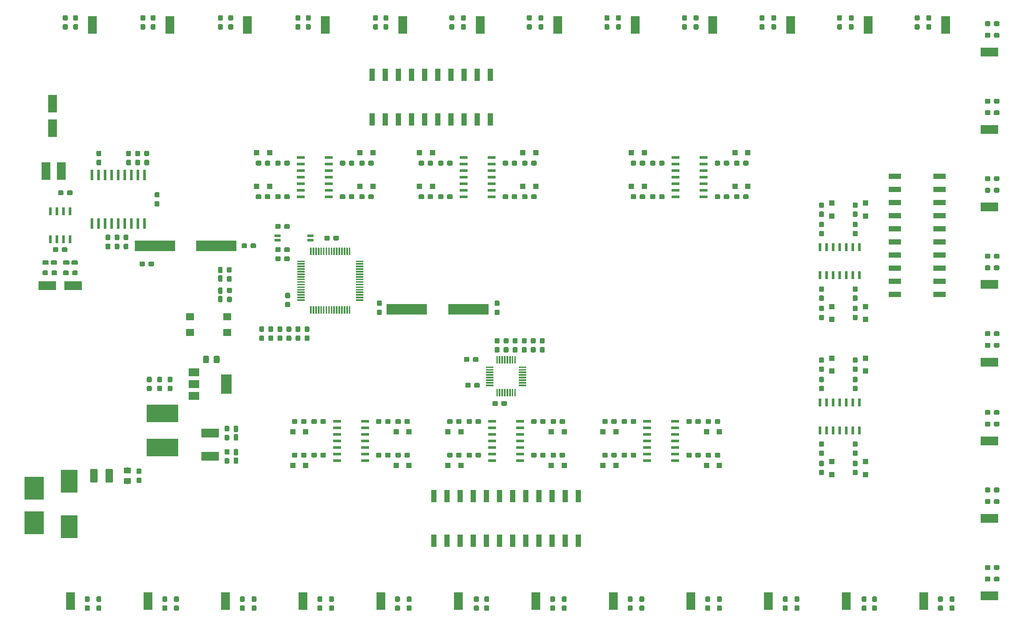
<source format=gbr>
G04 #@! TF.GenerationSoftware,KiCad,Pcbnew,(5.1.0)-1*
G04 #@! TF.CreationDate,2020-05-05T14:48:47-02:30*
G04 #@! TF.ProjectId,PCB_Morro_Bay,5043425f-4d6f-4727-926f-5f4261792e6b,A*
G04 #@! TF.SameCoordinates,Original*
G04 #@! TF.FileFunction,Paste,Top*
G04 #@! TF.FilePolarity,Positive*
%FSLAX46Y46*%
G04 Gerber Fmt 4.6, Leading zero omitted, Abs format (unit mm)*
G04 Created by KiCad (PCBNEW (5.1.0)-1) date 2020-05-05 14:48:47*
%MOMM*%
%LPD*%
G04 APERTURE LIST*
%ADD10R,0.600000X2.000000*%
%ADD11R,1.120000X2.440000*%
%ADD12C,0.100000*%
%ADD13C,0.950000*%
%ADD14R,1.000000X1.000000*%
%ADD15C,1.425000*%
%ADD16C,1.150000*%
%ADD17C,0.850000*%
%ADD18R,3.300000X4.500000*%
%ADD19R,3.810000X4.500000*%
%ADD20R,6.100000X3.500000*%
%ADD21R,2.440000X1.120000*%
%ADD22R,1.600000X1.400000*%
%ADD23R,3.400000X1.800000*%
%ADD24R,1.800000X3.400000*%
%ADD25R,0.600000X1.550000*%
%ADD26R,2.000000X3.800000*%
%ADD27R,2.000000X1.500000*%
%ADD28C,0.300000*%
%ADD29R,1.500000X0.600000*%
%ADD30R,0.600000X1.500000*%
%ADD31R,7.875000X2.000000*%
%ADD32R,1.200000X0.600000*%
G04 APERTURE END LIST*
D10*
X130670000Y-113950000D03*
X131940000Y-113950000D03*
X133210000Y-113950000D03*
X134480000Y-113950000D03*
X135750000Y-113950000D03*
X137020000Y-113950000D03*
X138290000Y-113950000D03*
X139560000Y-113950000D03*
X140830000Y-113950000D03*
X140830000Y-104550000D03*
X139560000Y-104550000D03*
X138290000Y-104550000D03*
X137020000Y-104550000D03*
X135750000Y-104550000D03*
X134480000Y-104550000D03*
X133210000Y-104550000D03*
X131940000Y-104550000D03*
X130670000Y-104550000D03*
D11*
X184820000Y-85195000D03*
X207680000Y-93805000D03*
X187360000Y-85195000D03*
X205140000Y-93805000D03*
X189900000Y-85195000D03*
X202600000Y-93805000D03*
X192440000Y-85195000D03*
X200060000Y-93805000D03*
X194980000Y-85195000D03*
X197520000Y-93805000D03*
X197520000Y-85195000D03*
X194980000Y-93805000D03*
X200060000Y-85195000D03*
X192440000Y-93805000D03*
X202600000Y-85195000D03*
X189900000Y-93805000D03*
X205140000Y-85195000D03*
X187360000Y-93805000D03*
X207680000Y-85195000D03*
X184820000Y-93805000D03*
D12*
G36*
X168685779Y-108276144D02*
G01*
X168708834Y-108279563D01*
X168731443Y-108285227D01*
X168753387Y-108293079D01*
X168774457Y-108303044D01*
X168794448Y-108315026D01*
X168813168Y-108328910D01*
X168830438Y-108344562D01*
X168846090Y-108361832D01*
X168859974Y-108380552D01*
X168871956Y-108400543D01*
X168881921Y-108421613D01*
X168889773Y-108443557D01*
X168895437Y-108466166D01*
X168898856Y-108489221D01*
X168900000Y-108512500D01*
X168900000Y-108987500D01*
X168898856Y-109010779D01*
X168895437Y-109033834D01*
X168889773Y-109056443D01*
X168881921Y-109078387D01*
X168871956Y-109099457D01*
X168859974Y-109119448D01*
X168846090Y-109138168D01*
X168830438Y-109155438D01*
X168813168Y-109171090D01*
X168794448Y-109184974D01*
X168774457Y-109196956D01*
X168753387Y-109206921D01*
X168731443Y-109214773D01*
X168708834Y-109220437D01*
X168685779Y-109223856D01*
X168662500Y-109225000D01*
X168087500Y-109225000D01*
X168064221Y-109223856D01*
X168041166Y-109220437D01*
X168018557Y-109214773D01*
X167996613Y-109206921D01*
X167975543Y-109196956D01*
X167955552Y-109184974D01*
X167936832Y-109171090D01*
X167919562Y-109155438D01*
X167903910Y-109138168D01*
X167890026Y-109119448D01*
X167878044Y-109099457D01*
X167868079Y-109078387D01*
X167860227Y-109056443D01*
X167854563Y-109033834D01*
X167851144Y-109010779D01*
X167850000Y-108987500D01*
X167850000Y-108512500D01*
X167851144Y-108489221D01*
X167854563Y-108466166D01*
X167860227Y-108443557D01*
X167868079Y-108421613D01*
X167878044Y-108400543D01*
X167890026Y-108380552D01*
X167903910Y-108361832D01*
X167919562Y-108344562D01*
X167936832Y-108328910D01*
X167955552Y-108315026D01*
X167975543Y-108303044D01*
X167996613Y-108293079D01*
X168018557Y-108285227D01*
X168041166Y-108279563D01*
X168064221Y-108276144D01*
X168087500Y-108275000D01*
X168662500Y-108275000D01*
X168685779Y-108276144D01*
X168685779Y-108276144D01*
G37*
D13*
X168375000Y-108750000D03*
D12*
G36*
X166935779Y-108276144D02*
G01*
X166958834Y-108279563D01*
X166981443Y-108285227D01*
X167003387Y-108293079D01*
X167024457Y-108303044D01*
X167044448Y-108315026D01*
X167063168Y-108328910D01*
X167080438Y-108344562D01*
X167096090Y-108361832D01*
X167109974Y-108380552D01*
X167121956Y-108400543D01*
X167131921Y-108421613D01*
X167139773Y-108443557D01*
X167145437Y-108466166D01*
X167148856Y-108489221D01*
X167150000Y-108512500D01*
X167150000Y-108987500D01*
X167148856Y-109010779D01*
X167145437Y-109033834D01*
X167139773Y-109056443D01*
X167131921Y-109078387D01*
X167121956Y-109099457D01*
X167109974Y-109119448D01*
X167096090Y-109138168D01*
X167080438Y-109155438D01*
X167063168Y-109171090D01*
X167044448Y-109184974D01*
X167024457Y-109196956D01*
X167003387Y-109206921D01*
X166981443Y-109214773D01*
X166958834Y-109220437D01*
X166935779Y-109223856D01*
X166912500Y-109225000D01*
X166337500Y-109225000D01*
X166314221Y-109223856D01*
X166291166Y-109220437D01*
X166268557Y-109214773D01*
X166246613Y-109206921D01*
X166225543Y-109196956D01*
X166205552Y-109184974D01*
X166186832Y-109171090D01*
X166169562Y-109155438D01*
X166153910Y-109138168D01*
X166140026Y-109119448D01*
X166128044Y-109099457D01*
X166118079Y-109078387D01*
X166110227Y-109056443D01*
X166104563Y-109033834D01*
X166101144Y-109010779D01*
X166100000Y-108987500D01*
X166100000Y-108512500D01*
X166101144Y-108489221D01*
X166104563Y-108466166D01*
X166110227Y-108443557D01*
X166118079Y-108421613D01*
X166128044Y-108400543D01*
X166140026Y-108380552D01*
X166153910Y-108361832D01*
X166169562Y-108344562D01*
X166186832Y-108328910D01*
X166205552Y-108315026D01*
X166225543Y-108303044D01*
X166246613Y-108293079D01*
X166268557Y-108285227D01*
X166291166Y-108279563D01*
X166314221Y-108276144D01*
X166337500Y-108275000D01*
X166912500Y-108275000D01*
X166935779Y-108276144D01*
X166935779Y-108276144D01*
G37*
D13*
X166625000Y-108750000D03*
D12*
G36*
X163185779Y-108276144D02*
G01*
X163208834Y-108279563D01*
X163231443Y-108285227D01*
X163253387Y-108293079D01*
X163274457Y-108303044D01*
X163294448Y-108315026D01*
X163313168Y-108328910D01*
X163330438Y-108344562D01*
X163346090Y-108361832D01*
X163359974Y-108380552D01*
X163371956Y-108400543D01*
X163381921Y-108421613D01*
X163389773Y-108443557D01*
X163395437Y-108466166D01*
X163398856Y-108489221D01*
X163400000Y-108512500D01*
X163400000Y-108987500D01*
X163398856Y-109010779D01*
X163395437Y-109033834D01*
X163389773Y-109056443D01*
X163381921Y-109078387D01*
X163371956Y-109099457D01*
X163359974Y-109119448D01*
X163346090Y-109138168D01*
X163330438Y-109155438D01*
X163313168Y-109171090D01*
X163294448Y-109184974D01*
X163274457Y-109196956D01*
X163253387Y-109206921D01*
X163231443Y-109214773D01*
X163208834Y-109220437D01*
X163185779Y-109223856D01*
X163162500Y-109225000D01*
X162587500Y-109225000D01*
X162564221Y-109223856D01*
X162541166Y-109220437D01*
X162518557Y-109214773D01*
X162496613Y-109206921D01*
X162475543Y-109196956D01*
X162455552Y-109184974D01*
X162436832Y-109171090D01*
X162419562Y-109155438D01*
X162403910Y-109138168D01*
X162390026Y-109119448D01*
X162378044Y-109099457D01*
X162368079Y-109078387D01*
X162360227Y-109056443D01*
X162354563Y-109033834D01*
X162351144Y-109010779D01*
X162350000Y-108987500D01*
X162350000Y-108512500D01*
X162351144Y-108489221D01*
X162354563Y-108466166D01*
X162360227Y-108443557D01*
X162368079Y-108421613D01*
X162378044Y-108400543D01*
X162390026Y-108380552D01*
X162403910Y-108361832D01*
X162419562Y-108344562D01*
X162436832Y-108328910D01*
X162455552Y-108315026D01*
X162475543Y-108303044D01*
X162496613Y-108293079D01*
X162518557Y-108285227D01*
X162541166Y-108279563D01*
X162564221Y-108276144D01*
X162587500Y-108275000D01*
X163162500Y-108275000D01*
X163185779Y-108276144D01*
X163185779Y-108276144D01*
G37*
D13*
X162875000Y-108750000D03*
D12*
G36*
X164935779Y-108276144D02*
G01*
X164958834Y-108279563D01*
X164981443Y-108285227D01*
X165003387Y-108293079D01*
X165024457Y-108303044D01*
X165044448Y-108315026D01*
X165063168Y-108328910D01*
X165080438Y-108344562D01*
X165096090Y-108361832D01*
X165109974Y-108380552D01*
X165121956Y-108400543D01*
X165131921Y-108421613D01*
X165139773Y-108443557D01*
X165145437Y-108466166D01*
X165148856Y-108489221D01*
X165150000Y-108512500D01*
X165150000Y-108987500D01*
X165148856Y-109010779D01*
X165145437Y-109033834D01*
X165139773Y-109056443D01*
X165131921Y-109078387D01*
X165121956Y-109099457D01*
X165109974Y-109119448D01*
X165096090Y-109138168D01*
X165080438Y-109155438D01*
X165063168Y-109171090D01*
X165044448Y-109184974D01*
X165024457Y-109196956D01*
X165003387Y-109206921D01*
X164981443Y-109214773D01*
X164958834Y-109220437D01*
X164935779Y-109223856D01*
X164912500Y-109225000D01*
X164337500Y-109225000D01*
X164314221Y-109223856D01*
X164291166Y-109220437D01*
X164268557Y-109214773D01*
X164246613Y-109206921D01*
X164225543Y-109196956D01*
X164205552Y-109184974D01*
X164186832Y-109171090D01*
X164169562Y-109155438D01*
X164153910Y-109138168D01*
X164140026Y-109119448D01*
X164128044Y-109099457D01*
X164118079Y-109078387D01*
X164110227Y-109056443D01*
X164104563Y-109033834D01*
X164101144Y-109010779D01*
X164100000Y-108987500D01*
X164100000Y-108512500D01*
X164101144Y-108489221D01*
X164104563Y-108466166D01*
X164110227Y-108443557D01*
X164118079Y-108421613D01*
X164128044Y-108400543D01*
X164140026Y-108380552D01*
X164153910Y-108361832D01*
X164169562Y-108344562D01*
X164186832Y-108328910D01*
X164205552Y-108315026D01*
X164225543Y-108303044D01*
X164246613Y-108293079D01*
X164268557Y-108285227D01*
X164291166Y-108279563D01*
X164314221Y-108276144D01*
X164337500Y-108275000D01*
X164912500Y-108275000D01*
X164935779Y-108276144D01*
X164935779Y-108276144D01*
G37*
D13*
X164625000Y-108750000D03*
D14*
X165000000Y-106750000D03*
X162500000Y-106750000D03*
D12*
G36*
X142435779Y-121276144D02*
G01*
X142458834Y-121279563D01*
X142481443Y-121285227D01*
X142503387Y-121293079D01*
X142524457Y-121303044D01*
X142544448Y-121315026D01*
X142563168Y-121328910D01*
X142580438Y-121344562D01*
X142596090Y-121361832D01*
X142609974Y-121380552D01*
X142621956Y-121400543D01*
X142631921Y-121421613D01*
X142639773Y-121443557D01*
X142645437Y-121466166D01*
X142648856Y-121489221D01*
X142650000Y-121512500D01*
X142650000Y-121987500D01*
X142648856Y-122010779D01*
X142645437Y-122033834D01*
X142639773Y-122056443D01*
X142631921Y-122078387D01*
X142621956Y-122099457D01*
X142609974Y-122119448D01*
X142596090Y-122138168D01*
X142580438Y-122155438D01*
X142563168Y-122171090D01*
X142544448Y-122184974D01*
X142524457Y-122196956D01*
X142503387Y-122206921D01*
X142481443Y-122214773D01*
X142458834Y-122220437D01*
X142435779Y-122223856D01*
X142412500Y-122225000D01*
X141837500Y-122225000D01*
X141814221Y-122223856D01*
X141791166Y-122220437D01*
X141768557Y-122214773D01*
X141746613Y-122206921D01*
X141725543Y-122196956D01*
X141705552Y-122184974D01*
X141686832Y-122171090D01*
X141669562Y-122155438D01*
X141653910Y-122138168D01*
X141640026Y-122119448D01*
X141628044Y-122099457D01*
X141618079Y-122078387D01*
X141610227Y-122056443D01*
X141604563Y-122033834D01*
X141601144Y-122010779D01*
X141600000Y-121987500D01*
X141600000Y-121512500D01*
X141601144Y-121489221D01*
X141604563Y-121466166D01*
X141610227Y-121443557D01*
X141618079Y-121421613D01*
X141628044Y-121400543D01*
X141640026Y-121380552D01*
X141653910Y-121361832D01*
X141669562Y-121344562D01*
X141686832Y-121328910D01*
X141705552Y-121315026D01*
X141725543Y-121303044D01*
X141746613Y-121293079D01*
X141768557Y-121285227D01*
X141791166Y-121279563D01*
X141814221Y-121276144D01*
X141837500Y-121275000D01*
X142412500Y-121275000D01*
X142435779Y-121276144D01*
X142435779Y-121276144D01*
G37*
D13*
X142125000Y-121750000D03*
D12*
G36*
X140685779Y-121276144D02*
G01*
X140708834Y-121279563D01*
X140731443Y-121285227D01*
X140753387Y-121293079D01*
X140774457Y-121303044D01*
X140794448Y-121315026D01*
X140813168Y-121328910D01*
X140830438Y-121344562D01*
X140846090Y-121361832D01*
X140859974Y-121380552D01*
X140871956Y-121400543D01*
X140881921Y-121421613D01*
X140889773Y-121443557D01*
X140895437Y-121466166D01*
X140898856Y-121489221D01*
X140900000Y-121512500D01*
X140900000Y-121987500D01*
X140898856Y-122010779D01*
X140895437Y-122033834D01*
X140889773Y-122056443D01*
X140881921Y-122078387D01*
X140871956Y-122099457D01*
X140859974Y-122119448D01*
X140846090Y-122138168D01*
X140830438Y-122155438D01*
X140813168Y-122171090D01*
X140794448Y-122184974D01*
X140774457Y-122196956D01*
X140753387Y-122206921D01*
X140731443Y-122214773D01*
X140708834Y-122220437D01*
X140685779Y-122223856D01*
X140662500Y-122225000D01*
X140087500Y-122225000D01*
X140064221Y-122223856D01*
X140041166Y-122220437D01*
X140018557Y-122214773D01*
X139996613Y-122206921D01*
X139975543Y-122196956D01*
X139955552Y-122184974D01*
X139936832Y-122171090D01*
X139919562Y-122155438D01*
X139903910Y-122138168D01*
X139890026Y-122119448D01*
X139878044Y-122099457D01*
X139868079Y-122078387D01*
X139860227Y-122056443D01*
X139854563Y-122033834D01*
X139851144Y-122010779D01*
X139850000Y-121987500D01*
X139850000Y-121512500D01*
X139851144Y-121489221D01*
X139854563Y-121466166D01*
X139860227Y-121443557D01*
X139868079Y-121421613D01*
X139878044Y-121400543D01*
X139890026Y-121380552D01*
X139903910Y-121361832D01*
X139919562Y-121344562D01*
X139936832Y-121328910D01*
X139955552Y-121315026D01*
X139975543Y-121303044D01*
X139996613Y-121293079D01*
X140018557Y-121285227D01*
X140041166Y-121279563D01*
X140064221Y-121276144D01*
X140087500Y-121275000D01*
X140662500Y-121275000D01*
X140685779Y-121276144D01*
X140685779Y-121276144D01*
G37*
D13*
X140375000Y-121750000D03*
D12*
G36*
X162185779Y-117776144D02*
G01*
X162208834Y-117779563D01*
X162231443Y-117785227D01*
X162253387Y-117793079D01*
X162274457Y-117803044D01*
X162294448Y-117815026D01*
X162313168Y-117828910D01*
X162330438Y-117844562D01*
X162346090Y-117861832D01*
X162359974Y-117880552D01*
X162371956Y-117900543D01*
X162381921Y-117921613D01*
X162389773Y-117943557D01*
X162395437Y-117966166D01*
X162398856Y-117989221D01*
X162400000Y-118012500D01*
X162400000Y-118487500D01*
X162398856Y-118510779D01*
X162395437Y-118533834D01*
X162389773Y-118556443D01*
X162381921Y-118578387D01*
X162371956Y-118599457D01*
X162359974Y-118619448D01*
X162346090Y-118638168D01*
X162330438Y-118655438D01*
X162313168Y-118671090D01*
X162294448Y-118684974D01*
X162274457Y-118696956D01*
X162253387Y-118706921D01*
X162231443Y-118714773D01*
X162208834Y-118720437D01*
X162185779Y-118723856D01*
X162162500Y-118725000D01*
X161587500Y-118725000D01*
X161564221Y-118723856D01*
X161541166Y-118720437D01*
X161518557Y-118714773D01*
X161496613Y-118706921D01*
X161475543Y-118696956D01*
X161455552Y-118684974D01*
X161436832Y-118671090D01*
X161419562Y-118655438D01*
X161403910Y-118638168D01*
X161390026Y-118619448D01*
X161378044Y-118599457D01*
X161368079Y-118578387D01*
X161360227Y-118556443D01*
X161354563Y-118533834D01*
X161351144Y-118510779D01*
X161350000Y-118487500D01*
X161350000Y-118012500D01*
X161351144Y-117989221D01*
X161354563Y-117966166D01*
X161360227Y-117943557D01*
X161368079Y-117921613D01*
X161378044Y-117900543D01*
X161390026Y-117880552D01*
X161403910Y-117861832D01*
X161419562Y-117844562D01*
X161436832Y-117828910D01*
X161455552Y-117815026D01*
X161475543Y-117803044D01*
X161496613Y-117793079D01*
X161518557Y-117785227D01*
X161541166Y-117779563D01*
X161564221Y-117776144D01*
X161587500Y-117775000D01*
X162162500Y-117775000D01*
X162185779Y-117776144D01*
X162185779Y-117776144D01*
G37*
D13*
X161875000Y-118250000D03*
D12*
G36*
X160435779Y-117776144D02*
G01*
X160458834Y-117779563D01*
X160481443Y-117785227D01*
X160503387Y-117793079D01*
X160524457Y-117803044D01*
X160544448Y-117815026D01*
X160563168Y-117828910D01*
X160580438Y-117844562D01*
X160596090Y-117861832D01*
X160609974Y-117880552D01*
X160621956Y-117900543D01*
X160631921Y-117921613D01*
X160639773Y-117943557D01*
X160645437Y-117966166D01*
X160648856Y-117989221D01*
X160650000Y-118012500D01*
X160650000Y-118487500D01*
X160648856Y-118510779D01*
X160645437Y-118533834D01*
X160639773Y-118556443D01*
X160631921Y-118578387D01*
X160621956Y-118599457D01*
X160609974Y-118619448D01*
X160596090Y-118638168D01*
X160580438Y-118655438D01*
X160563168Y-118671090D01*
X160544448Y-118684974D01*
X160524457Y-118696956D01*
X160503387Y-118706921D01*
X160481443Y-118714773D01*
X160458834Y-118720437D01*
X160435779Y-118723856D01*
X160412500Y-118725000D01*
X159837500Y-118725000D01*
X159814221Y-118723856D01*
X159791166Y-118720437D01*
X159768557Y-118714773D01*
X159746613Y-118706921D01*
X159725543Y-118696956D01*
X159705552Y-118684974D01*
X159686832Y-118671090D01*
X159669562Y-118655438D01*
X159653910Y-118638168D01*
X159640026Y-118619448D01*
X159628044Y-118599457D01*
X159618079Y-118578387D01*
X159610227Y-118556443D01*
X159604563Y-118533834D01*
X159601144Y-118510779D01*
X159600000Y-118487500D01*
X159600000Y-118012500D01*
X159601144Y-117989221D01*
X159604563Y-117966166D01*
X159610227Y-117943557D01*
X159618079Y-117921613D01*
X159628044Y-117900543D01*
X159640026Y-117880552D01*
X159653910Y-117861832D01*
X159669562Y-117844562D01*
X159686832Y-117828910D01*
X159705552Y-117815026D01*
X159725543Y-117803044D01*
X159746613Y-117793079D01*
X159768557Y-117785227D01*
X159791166Y-117779563D01*
X159814221Y-117776144D01*
X159837500Y-117775000D01*
X160412500Y-117775000D01*
X160435779Y-117776144D01*
X160435779Y-117776144D01*
G37*
D13*
X160125000Y-118250000D03*
D12*
G36*
X140010779Y-163101144D02*
G01*
X140033834Y-163104563D01*
X140056443Y-163110227D01*
X140078387Y-163118079D01*
X140099457Y-163128044D01*
X140119448Y-163140026D01*
X140138168Y-163153910D01*
X140155438Y-163169562D01*
X140171090Y-163186832D01*
X140184974Y-163205552D01*
X140196956Y-163225543D01*
X140206921Y-163246613D01*
X140214773Y-163268557D01*
X140220437Y-163291166D01*
X140223856Y-163314221D01*
X140225000Y-163337500D01*
X140225000Y-163912500D01*
X140223856Y-163935779D01*
X140220437Y-163958834D01*
X140214773Y-163981443D01*
X140206921Y-164003387D01*
X140196956Y-164024457D01*
X140184974Y-164044448D01*
X140171090Y-164063168D01*
X140155438Y-164080438D01*
X140138168Y-164096090D01*
X140119448Y-164109974D01*
X140099457Y-164121956D01*
X140078387Y-164131921D01*
X140056443Y-164139773D01*
X140033834Y-164145437D01*
X140010779Y-164148856D01*
X139987500Y-164150000D01*
X139512500Y-164150000D01*
X139489221Y-164148856D01*
X139466166Y-164145437D01*
X139443557Y-164139773D01*
X139421613Y-164131921D01*
X139400543Y-164121956D01*
X139380552Y-164109974D01*
X139361832Y-164096090D01*
X139344562Y-164080438D01*
X139328910Y-164063168D01*
X139315026Y-164044448D01*
X139303044Y-164024457D01*
X139293079Y-164003387D01*
X139285227Y-163981443D01*
X139279563Y-163958834D01*
X139276144Y-163935779D01*
X139275000Y-163912500D01*
X139275000Y-163337500D01*
X139276144Y-163314221D01*
X139279563Y-163291166D01*
X139285227Y-163268557D01*
X139293079Y-163246613D01*
X139303044Y-163225543D01*
X139315026Y-163205552D01*
X139328910Y-163186832D01*
X139344562Y-163169562D01*
X139361832Y-163153910D01*
X139380552Y-163140026D01*
X139400543Y-163128044D01*
X139421613Y-163118079D01*
X139443557Y-163110227D01*
X139466166Y-163104563D01*
X139489221Y-163101144D01*
X139512500Y-163100000D01*
X139987500Y-163100000D01*
X140010779Y-163101144D01*
X140010779Y-163101144D01*
G37*
D13*
X139750000Y-163625000D03*
D12*
G36*
X140010779Y-161351144D02*
G01*
X140033834Y-161354563D01*
X140056443Y-161360227D01*
X140078387Y-161368079D01*
X140099457Y-161378044D01*
X140119448Y-161390026D01*
X140138168Y-161403910D01*
X140155438Y-161419562D01*
X140171090Y-161436832D01*
X140184974Y-161455552D01*
X140196956Y-161475543D01*
X140206921Y-161496613D01*
X140214773Y-161518557D01*
X140220437Y-161541166D01*
X140223856Y-161564221D01*
X140225000Y-161587500D01*
X140225000Y-162162500D01*
X140223856Y-162185779D01*
X140220437Y-162208834D01*
X140214773Y-162231443D01*
X140206921Y-162253387D01*
X140196956Y-162274457D01*
X140184974Y-162294448D01*
X140171090Y-162313168D01*
X140155438Y-162330438D01*
X140138168Y-162346090D01*
X140119448Y-162359974D01*
X140099457Y-162371956D01*
X140078387Y-162381921D01*
X140056443Y-162389773D01*
X140033834Y-162395437D01*
X140010779Y-162398856D01*
X139987500Y-162400000D01*
X139512500Y-162400000D01*
X139489221Y-162398856D01*
X139466166Y-162395437D01*
X139443557Y-162389773D01*
X139421613Y-162381921D01*
X139400543Y-162371956D01*
X139380552Y-162359974D01*
X139361832Y-162346090D01*
X139344562Y-162330438D01*
X139328910Y-162313168D01*
X139315026Y-162294448D01*
X139303044Y-162274457D01*
X139293079Y-162253387D01*
X139285227Y-162231443D01*
X139279563Y-162208834D01*
X139276144Y-162185779D01*
X139275000Y-162162500D01*
X139275000Y-161587500D01*
X139276144Y-161564221D01*
X139279563Y-161541166D01*
X139285227Y-161518557D01*
X139293079Y-161496613D01*
X139303044Y-161475543D01*
X139315026Y-161455552D01*
X139328910Y-161436832D01*
X139344562Y-161419562D01*
X139361832Y-161403910D01*
X139380552Y-161390026D01*
X139400543Y-161378044D01*
X139421613Y-161368079D01*
X139443557Y-161360227D01*
X139466166Y-161354563D01*
X139489221Y-161351144D01*
X139512500Y-161350000D01*
X139987500Y-161350000D01*
X140010779Y-161351144D01*
X140010779Y-161351144D01*
G37*
D13*
X139750000Y-161875000D03*
D12*
G36*
X144010779Y-145351144D02*
G01*
X144033834Y-145354563D01*
X144056443Y-145360227D01*
X144078387Y-145368079D01*
X144099457Y-145378044D01*
X144119448Y-145390026D01*
X144138168Y-145403910D01*
X144155438Y-145419562D01*
X144171090Y-145436832D01*
X144184974Y-145455552D01*
X144196956Y-145475543D01*
X144206921Y-145496613D01*
X144214773Y-145518557D01*
X144220437Y-145541166D01*
X144223856Y-145564221D01*
X144225000Y-145587500D01*
X144225000Y-146162500D01*
X144223856Y-146185779D01*
X144220437Y-146208834D01*
X144214773Y-146231443D01*
X144206921Y-146253387D01*
X144196956Y-146274457D01*
X144184974Y-146294448D01*
X144171090Y-146313168D01*
X144155438Y-146330438D01*
X144138168Y-146346090D01*
X144119448Y-146359974D01*
X144099457Y-146371956D01*
X144078387Y-146381921D01*
X144056443Y-146389773D01*
X144033834Y-146395437D01*
X144010779Y-146398856D01*
X143987500Y-146400000D01*
X143512500Y-146400000D01*
X143489221Y-146398856D01*
X143466166Y-146395437D01*
X143443557Y-146389773D01*
X143421613Y-146381921D01*
X143400543Y-146371956D01*
X143380552Y-146359974D01*
X143361832Y-146346090D01*
X143344562Y-146330438D01*
X143328910Y-146313168D01*
X143315026Y-146294448D01*
X143303044Y-146274457D01*
X143293079Y-146253387D01*
X143285227Y-146231443D01*
X143279563Y-146208834D01*
X143276144Y-146185779D01*
X143275000Y-146162500D01*
X143275000Y-145587500D01*
X143276144Y-145564221D01*
X143279563Y-145541166D01*
X143285227Y-145518557D01*
X143293079Y-145496613D01*
X143303044Y-145475543D01*
X143315026Y-145455552D01*
X143328910Y-145436832D01*
X143344562Y-145419562D01*
X143361832Y-145403910D01*
X143380552Y-145390026D01*
X143400543Y-145378044D01*
X143421613Y-145368079D01*
X143443557Y-145360227D01*
X143466166Y-145354563D01*
X143489221Y-145351144D01*
X143512500Y-145350000D01*
X143987500Y-145350000D01*
X144010779Y-145351144D01*
X144010779Y-145351144D01*
G37*
D13*
X143750000Y-145875000D03*
D12*
G36*
X144010779Y-143601144D02*
G01*
X144033834Y-143604563D01*
X144056443Y-143610227D01*
X144078387Y-143618079D01*
X144099457Y-143628044D01*
X144119448Y-143640026D01*
X144138168Y-143653910D01*
X144155438Y-143669562D01*
X144171090Y-143686832D01*
X144184974Y-143705552D01*
X144196956Y-143725543D01*
X144206921Y-143746613D01*
X144214773Y-143768557D01*
X144220437Y-143791166D01*
X144223856Y-143814221D01*
X144225000Y-143837500D01*
X144225000Y-144412500D01*
X144223856Y-144435779D01*
X144220437Y-144458834D01*
X144214773Y-144481443D01*
X144206921Y-144503387D01*
X144196956Y-144524457D01*
X144184974Y-144544448D01*
X144171090Y-144563168D01*
X144155438Y-144580438D01*
X144138168Y-144596090D01*
X144119448Y-144609974D01*
X144099457Y-144621956D01*
X144078387Y-144631921D01*
X144056443Y-144639773D01*
X144033834Y-144645437D01*
X144010779Y-144648856D01*
X143987500Y-144650000D01*
X143512500Y-144650000D01*
X143489221Y-144648856D01*
X143466166Y-144645437D01*
X143443557Y-144639773D01*
X143421613Y-144631921D01*
X143400543Y-144621956D01*
X143380552Y-144609974D01*
X143361832Y-144596090D01*
X143344562Y-144580438D01*
X143328910Y-144563168D01*
X143315026Y-144544448D01*
X143303044Y-144524457D01*
X143293079Y-144503387D01*
X143285227Y-144481443D01*
X143279563Y-144458834D01*
X143276144Y-144435779D01*
X143275000Y-144412500D01*
X143275000Y-143837500D01*
X143276144Y-143814221D01*
X143279563Y-143791166D01*
X143285227Y-143768557D01*
X143293079Y-143746613D01*
X143303044Y-143725543D01*
X143315026Y-143705552D01*
X143328910Y-143686832D01*
X143344562Y-143669562D01*
X143361832Y-143653910D01*
X143380552Y-143640026D01*
X143400543Y-143628044D01*
X143421613Y-143618079D01*
X143443557Y-143610227D01*
X143466166Y-143604563D01*
X143489221Y-143601144D01*
X143512500Y-143600000D01*
X143987500Y-143600000D01*
X144010779Y-143601144D01*
X144010779Y-143601144D01*
G37*
D13*
X143750000Y-144125000D03*
D12*
G36*
X142010779Y-143601144D02*
G01*
X142033834Y-143604563D01*
X142056443Y-143610227D01*
X142078387Y-143618079D01*
X142099457Y-143628044D01*
X142119448Y-143640026D01*
X142138168Y-143653910D01*
X142155438Y-143669562D01*
X142171090Y-143686832D01*
X142184974Y-143705552D01*
X142196956Y-143725543D01*
X142206921Y-143746613D01*
X142214773Y-143768557D01*
X142220437Y-143791166D01*
X142223856Y-143814221D01*
X142225000Y-143837500D01*
X142225000Y-144412500D01*
X142223856Y-144435779D01*
X142220437Y-144458834D01*
X142214773Y-144481443D01*
X142206921Y-144503387D01*
X142196956Y-144524457D01*
X142184974Y-144544448D01*
X142171090Y-144563168D01*
X142155438Y-144580438D01*
X142138168Y-144596090D01*
X142119448Y-144609974D01*
X142099457Y-144621956D01*
X142078387Y-144631921D01*
X142056443Y-144639773D01*
X142033834Y-144645437D01*
X142010779Y-144648856D01*
X141987500Y-144650000D01*
X141512500Y-144650000D01*
X141489221Y-144648856D01*
X141466166Y-144645437D01*
X141443557Y-144639773D01*
X141421613Y-144631921D01*
X141400543Y-144621956D01*
X141380552Y-144609974D01*
X141361832Y-144596090D01*
X141344562Y-144580438D01*
X141328910Y-144563168D01*
X141315026Y-144544448D01*
X141303044Y-144524457D01*
X141293079Y-144503387D01*
X141285227Y-144481443D01*
X141279563Y-144458834D01*
X141276144Y-144435779D01*
X141275000Y-144412500D01*
X141275000Y-143837500D01*
X141276144Y-143814221D01*
X141279563Y-143791166D01*
X141285227Y-143768557D01*
X141293079Y-143746613D01*
X141303044Y-143725543D01*
X141315026Y-143705552D01*
X141328910Y-143686832D01*
X141344562Y-143669562D01*
X141361832Y-143653910D01*
X141380552Y-143640026D01*
X141400543Y-143628044D01*
X141421613Y-143618079D01*
X141443557Y-143610227D01*
X141466166Y-143604563D01*
X141489221Y-143601144D01*
X141512500Y-143600000D01*
X141987500Y-143600000D01*
X142010779Y-143601144D01*
X142010779Y-143601144D01*
G37*
D13*
X141750000Y-144125000D03*
D12*
G36*
X142010779Y-145351144D02*
G01*
X142033834Y-145354563D01*
X142056443Y-145360227D01*
X142078387Y-145368079D01*
X142099457Y-145378044D01*
X142119448Y-145390026D01*
X142138168Y-145403910D01*
X142155438Y-145419562D01*
X142171090Y-145436832D01*
X142184974Y-145455552D01*
X142196956Y-145475543D01*
X142206921Y-145496613D01*
X142214773Y-145518557D01*
X142220437Y-145541166D01*
X142223856Y-145564221D01*
X142225000Y-145587500D01*
X142225000Y-146162500D01*
X142223856Y-146185779D01*
X142220437Y-146208834D01*
X142214773Y-146231443D01*
X142206921Y-146253387D01*
X142196956Y-146274457D01*
X142184974Y-146294448D01*
X142171090Y-146313168D01*
X142155438Y-146330438D01*
X142138168Y-146346090D01*
X142119448Y-146359974D01*
X142099457Y-146371956D01*
X142078387Y-146381921D01*
X142056443Y-146389773D01*
X142033834Y-146395437D01*
X142010779Y-146398856D01*
X141987500Y-146400000D01*
X141512500Y-146400000D01*
X141489221Y-146398856D01*
X141466166Y-146395437D01*
X141443557Y-146389773D01*
X141421613Y-146381921D01*
X141400543Y-146371956D01*
X141380552Y-146359974D01*
X141361832Y-146346090D01*
X141344562Y-146330438D01*
X141328910Y-146313168D01*
X141315026Y-146294448D01*
X141303044Y-146274457D01*
X141293079Y-146253387D01*
X141285227Y-146231443D01*
X141279563Y-146208834D01*
X141276144Y-146185779D01*
X141275000Y-146162500D01*
X141275000Y-145587500D01*
X141276144Y-145564221D01*
X141279563Y-145541166D01*
X141285227Y-145518557D01*
X141293079Y-145496613D01*
X141303044Y-145475543D01*
X141315026Y-145455552D01*
X141328910Y-145436832D01*
X141344562Y-145419562D01*
X141361832Y-145403910D01*
X141380552Y-145390026D01*
X141400543Y-145378044D01*
X141421613Y-145368079D01*
X141443557Y-145360227D01*
X141466166Y-145354563D01*
X141489221Y-145351144D01*
X141512500Y-145350000D01*
X141987500Y-145350000D01*
X142010779Y-145351144D01*
X142010779Y-145351144D01*
G37*
D13*
X141750000Y-145875000D03*
D12*
G36*
X125685779Y-118526144D02*
G01*
X125708834Y-118529563D01*
X125731443Y-118535227D01*
X125753387Y-118543079D01*
X125774457Y-118553044D01*
X125794448Y-118565026D01*
X125813168Y-118578910D01*
X125830438Y-118594562D01*
X125846090Y-118611832D01*
X125859974Y-118630552D01*
X125871956Y-118650543D01*
X125881921Y-118671613D01*
X125889773Y-118693557D01*
X125895437Y-118716166D01*
X125898856Y-118739221D01*
X125900000Y-118762500D01*
X125900000Y-119237500D01*
X125898856Y-119260779D01*
X125895437Y-119283834D01*
X125889773Y-119306443D01*
X125881921Y-119328387D01*
X125871956Y-119349457D01*
X125859974Y-119369448D01*
X125846090Y-119388168D01*
X125830438Y-119405438D01*
X125813168Y-119421090D01*
X125794448Y-119434974D01*
X125774457Y-119446956D01*
X125753387Y-119456921D01*
X125731443Y-119464773D01*
X125708834Y-119470437D01*
X125685779Y-119473856D01*
X125662500Y-119475000D01*
X125087500Y-119475000D01*
X125064221Y-119473856D01*
X125041166Y-119470437D01*
X125018557Y-119464773D01*
X124996613Y-119456921D01*
X124975543Y-119446956D01*
X124955552Y-119434974D01*
X124936832Y-119421090D01*
X124919562Y-119405438D01*
X124903910Y-119388168D01*
X124890026Y-119369448D01*
X124878044Y-119349457D01*
X124868079Y-119328387D01*
X124860227Y-119306443D01*
X124854563Y-119283834D01*
X124851144Y-119260779D01*
X124850000Y-119237500D01*
X124850000Y-118762500D01*
X124851144Y-118739221D01*
X124854563Y-118716166D01*
X124860227Y-118693557D01*
X124868079Y-118671613D01*
X124878044Y-118650543D01*
X124890026Y-118630552D01*
X124903910Y-118611832D01*
X124919562Y-118594562D01*
X124936832Y-118578910D01*
X124955552Y-118565026D01*
X124975543Y-118553044D01*
X124996613Y-118543079D01*
X125018557Y-118535227D01*
X125041166Y-118529563D01*
X125064221Y-118526144D01*
X125087500Y-118525000D01*
X125662500Y-118525000D01*
X125685779Y-118526144D01*
X125685779Y-118526144D01*
G37*
D13*
X125375000Y-119000000D03*
D12*
G36*
X123935779Y-118526144D02*
G01*
X123958834Y-118529563D01*
X123981443Y-118535227D01*
X124003387Y-118543079D01*
X124024457Y-118553044D01*
X124044448Y-118565026D01*
X124063168Y-118578910D01*
X124080438Y-118594562D01*
X124096090Y-118611832D01*
X124109974Y-118630552D01*
X124121956Y-118650543D01*
X124131921Y-118671613D01*
X124139773Y-118693557D01*
X124145437Y-118716166D01*
X124148856Y-118739221D01*
X124150000Y-118762500D01*
X124150000Y-119237500D01*
X124148856Y-119260779D01*
X124145437Y-119283834D01*
X124139773Y-119306443D01*
X124131921Y-119328387D01*
X124121956Y-119349457D01*
X124109974Y-119369448D01*
X124096090Y-119388168D01*
X124080438Y-119405438D01*
X124063168Y-119421090D01*
X124044448Y-119434974D01*
X124024457Y-119446956D01*
X124003387Y-119456921D01*
X123981443Y-119464773D01*
X123958834Y-119470437D01*
X123935779Y-119473856D01*
X123912500Y-119475000D01*
X123337500Y-119475000D01*
X123314221Y-119473856D01*
X123291166Y-119470437D01*
X123268557Y-119464773D01*
X123246613Y-119456921D01*
X123225543Y-119446956D01*
X123205552Y-119434974D01*
X123186832Y-119421090D01*
X123169562Y-119405438D01*
X123153910Y-119388168D01*
X123140026Y-119369448D01*
X123128044Y-119349457D01*
X123118079Y-119328387D01*
X123110227Y-119306443D01*
X123104563Y-119283834D01*
X123101144Y-119260779D01*
X123100000Y-119237500D01*
X123100000Y-118762500D01*
X123101144Y-118739221D01*
X123104563Y-118716166D01*
X123110227Y-118693557D01*
X123118079Y-118671613D01*
X123128044Y-118650543D01*
X123140026Y-118630552D01*
X123153910Y-118611832D01*
X123169562Y-118594562D01*
X123186832Y-118578910D01*
X123205552Y-118565026D01*
X123225543Y-118553044D01*
X123246613Y-118543079D01*
X123268557Y-118535227D01*
X123291166Y-118529563D01*
X123314221Y-118526144D01*
X123337500Y-118525000D01*
X123912500Y-118525000D01*
X123935779Y-118526144D01*
X123935779Y-118526144D01*
G37*
D13*
X123625000Y-119000000D03*
D12*
G36*
X143510779Y-107851144D02*
G01*
X143533834Y-107854563D01*
X143556443Y-107860227D01*
X143578387Y-107868079D01*
X143599457Y-107878044D01*
X143619448Y-107890026D01*
X143638168Y-107903910D01*
X143655438Y-107919562D01*
X143671090Y-107936832D01*
X143684974Y-107955552D01*
X143696956Y-107975543D01*
X143706921Y-107996613D01*
X143714773Y-108018557D01*
X143720437Y-108041166D01*
X143723856Y-108064221D01*
X143725000Y-108087500D01*
X143725000Y-108662500D01*
X143723856Y-108685779D01*
X143720437Y-108708834D01*
X143714773Y-108731443D01*
X143706921Y-108753387D01*
X143696956Y-108774457D01*
X143684974Y-108794448D01*
X143671090Y-108813168D01*
X143655438Y-108830438D01*
X143638168Y-108846090D01*
X143619448Y-108859974D01*
X143599457Y-108871956D01*
X143578387Y-108881921D01*
X143556443Y-108889773D01*
X143533834Y-108895437D01*
X143510779Y-108898856D01*
X143487500Y-108900000D01*
X143012500Y-108900000D01*
X142989221Y-108898856D01*
X142966166Y-108895437D01*
X142943557Y-108889773D01*
X142921613Y-108881921D01*
X142900543Y-108871956D01*
X142880552Y-108859974D01*
X142861832Y-108846090D01*
X142844562Y-108830438D01*
X142828910Y-108813168D01*
X142815026Y-108794448D01*
X142803044Y-108774457D01*
X142793079Y-108753387D01*
X142785227Y-108731443D01*
X142779563Y-108708834D01*
X142776144Y-108685779D01*
X142775000Y-108662500D01*
X142775000Y-108087500D01*
X142776144Y-108064221D01*
X142779563Y-108041166D01*
X142785227Y-108018557D01*
X142793079Y-107996613D01*
X142803044Y-107975543D01*
X142815026Y-107955552D01*
X142828910Y-107936832D01*
X142844562Y-107919562D01*
X142861832Y-107903910D01*
X142880552Y-107890026D01*
X142900543Y-107878044D01*
X142921613Y-107868079D01*
X142943557Y-107860227D01*
X142966166Y-107854563D01*
X142989221Y-107851144D01*
X143012500Y-107850000D01*
X143487500Y-107850000D01*
X143510779Y-107851144D01*
X143510779Y-107851144D01*
G37*
D13*
X143250000Y-108375000D03*
D12*
G36*
X143510779Y-109601144D02*
G01*
X143533834Y-109604563D01*
X143556443Y-109610227D01*
X143578387Y-109618079D01*
X143599457Y-109628044D01*
X143619448Y-109640026D01*
X143638168Y-109653910D01*
X143655438Y-109669562D01*
X143671090Y-109686832D01*
X143684974Y-109705552D01*
X143696956Y-109725543D01*
X143706921Y-109746613D01*
X143714773Y-109768557D01*
X143720437Y-109791166D01*
X143723856Y-109814221D01*
X143725000Y-109837500D01*
X143725000Y-110412500D01*
X143723856Y-110435779D01*
X143720437Y-110458834D01*
X143714773Y-110481443D01*
X143706921Y-110503387D01*
X143696956Y-110524457D01*
X143684974Y-110544448D01*
X143671090Y-110563168D01*
X143655438Y-110580438D01*
X143638168Y-110596090D01*
X143619448Y-110609974D01*
X143599457Y-110621956D01*
X143578387Y-110631921D01*
X143556443Y-110639773D01*
X143533834Y-110645437D01*
X143510779Y-110648856D01*
X143487500Y-110650000D01*
X143012500Y-110650000D01*
X142989221Y-110648856D01*
X142966166Y-110645437D01*
X142943557Y-110639773D01*
X142921613Y-110631921D01*
X142900543Y-110621956D01*
X142880552Y-110609974D01*
X142861832Y-110596090D01*
X142844562Y-110580438D01*
X142828910Y-110563168D01*
X142815026Y-110544448D01*
X142803044Y-110524457D01*
X142793079Y-110503387D01*
X142785227Y-110481443D01*
X142779563Y-110458834D01*
X142776144Y-110435779D01*
X142775000Y-110412500D01*
X142775000Y-109837500D01*
X142776144Y-109814221D01*
X142779563Y-109791166D01*
X142785227Y-109768557D01*
X142793079Y-109746613D01*
X142803044Y-109725543D01*
X142815026Y-109705552D01*
X142828910Y-109686832D01*
X142844562Y-109669562D01*
X142861832Y-109653910D01*
X142880552Y-109640026D01*
X142900543Y-109628044D01*
X142921613Y-109618079D01*
X142943557Y-109610227D01*
X142966166Y-109604563D01*
X142989221Y-109601144D01*
X143012500Y-109600000D01*
X143487500Y-109600000D01*
X143510779Y-109601144D01*
X143510779Y-109601144D01*
G37*
D13*
X143250000Y-110125000D03*
D12*
G36*
X186510779Y-130601144D02*
G01*
X186533834Y-130604563D01*
X186556443Y-130610227D01*
X186578387Y-130618079D01*
X186599457Y-130628044D01*
X186619448Y-130640026D01*
X186638168Y-130653910D01*
X186655438Y-130669562D01*
X186671090Y-130686832D01*
X186684974Y-130705552D01*
X186696956Y-130725543D01*
X186706921Y-130746613D01*
X186714773Y-130768557D01*
X186720437Y-130791166D01*
X186723856Y-130814221D01*
X186725000Y-130837500D01*
X186725000Y-131412500D01*
X186723856Y-131435779D01*
X186720437Y-131458834D01*
X186714773Y-131481443D01*
X186706921Y-131503387D01*
X186696956Y-131524457D01*
X186684974Y-131544448D01*
X186671090Y-131563168D01*
X186655438Y-131580438D01*
X186638168Y-131596090D01*
X186619448Y-131609974D01*
X186599457Y-131621956D01*
X186578387Y-131631921D01*
X186556443Y-131639773D01*
X186533834Y-131645437D01*
X186510779Y-131648856D01*
X186487500Y-131650000D01*
X186012500Y-131650000D01*
X185989221Y-131648856D01*
X185966166Y-131645437D01*
X185943557Y-131639773D01*
X185921613Y-131631921D01*
X185900543Y-131621956D01*
X185880552Y-131609974D01*
X185861832Y-131596090D01*
X185844562Y-131580438D01*
X185828910Y-131563168D01*
X185815026Y-131544448D01*
X185803044Y-131524457D01*
X185793079Y-131503387D01*
X185785227Y-131481443D01*
X185779563Y-131458834D01*
X185776144Y-131435779D01*
X185775000Y-131412500D01*
X185775000Y-130837500D01*
X185776144Y-130814221D01*
X185779563Y-130791166D01*
X185785227Y-130768557D01*
X185793079Y-130746613D01*
X185803044Y-130725543D01*
X185815026Y-130705552D01*
X185828910Y-130686832D01*
X185844562Y-130669562D01*
X185861832Y-130653910D01*
X185880552Y-130640026D01*
X185900543Y-130628044D01*
X185921613Y-130618079D01*
X185943557Y-130610227D01*
X185966166Y-130604563D01*
X185989221Y-130601144D01*
X186012500Y-130600000D01*
X186487500Y-130600000D01*
X186510779Y-130601144D01*
X186510779Y-130601144D01*
G37*
D13*
X186250000Y-131125000D03*
D12*
G36*
X186510779Y-128851144D02*
G01*
X186533834Y-128854563D01*
X186556443Y-128860227D01*
X186578387Y-128868079D01*
X186599457Y-128878044D01*
X186619448Y-128890026D01*
X186638168Y-128903910D01*
X186655438Y-128919562D01*
X186671090Y-128936832D01*
X186684974Y-128955552D01*
X186696956Y-128975543D01*
X186706921Y-128996613D01*
X186714773Y-129018557D01*
X186720437Y-129041166D01*
X186723856Y-129064221D01*
X186725000Y-129087500D01*
X186725000Y-129662500D01*
X186723856Y-129685779D01*
X186720437Y-129708834D01*
X186714773Y-129731443D01*
X186706921Y-129753387D01*
X186696956Y-129774457D01*
X186684974Y-129794448D01*
X186671090Y-129813168D01*
X186655438Y-129830438D01*
X186638168Y-129846090D01*
X186619448Y-129859974D01*
X186599457Y-129871956D01*
X186578387Y-129881921D01*
X186556443Y-129889773D01*
X186533834Y-129895437D01*
X186510779Y-129898856D01*
X186487500Y-129900000D01*
X186012500Y-129900000D01*
X185989221Y-129898856D01*
X185966166Y-129895437D01*
X185943557Y-129889773D01*
X185921613Y-129881921D01*
X185900543Y-129871956D01*
X185880552Y-129859974D01*
X185861832Y-129846090D01*
X185844562Y-129830438D01*
X185828910Y-129813168D01*
X185815026Y-129794448D01*
X185803044Y-129774457D01*
X185793079Y-129753387D01*
X185785227Y-129731443D01*
X185779563Y-129708834D01*
X185776144Y-129685779D01*
X185775000Y-129662500D01*
X185775000Y-129087500D01*
X185776144Y-129064221D01*
X185779563Y-129041166D01*
X185785227Y-129018557D01*
X185793079Y-128996613D01*
X185803044Y-128975543D01*
X185815026Y-128955552D01*
X185828910Y-128936832D01*
X185844562Y-128919562D01*
X185861832Y-128903910D01*
X185880552Y-128890026D01*
X185900543Y-128878044D01*
X185921613Y-128868079D01*
X185943557Y-128860227D01*
X185966166Y-128854563D01*
X185989221Y-128851144D01*
X186012500Y-128850000D01*
X186487500Y-128850000D01*
X186510779Y-128851144D01*
X186510779Y-128851144D01*
G37*
D13*
X186250000Y-129375000D03*
D12*
G36*
X209260779Y-130601144D02*
G01*
X209283834Y-130604563D01*
X209306443Y-130610227D01*
X209328387Y-130618079D01*
X209349457Y-130628044D01*
X209369448Y-130640026D01*
X209388168Y-130653910D01*
X209405438Y-130669562D01*
X209421090Y-130686832D01*
X209434974Y-130705552D01*
X209446956Y-130725543D01*
X209456921Y-130746613D01*
X209464773Y-130768557D01*
X209470437Y-130791166D01*
X209473856Y-130814221D01*
X209475000Y-130837500D01*
X209475000Y-131412500D01*
X209473856Y-131435779D01*
X209470437Y-131458834D01*
X209464773Y-131481443D01*
X209456921Y-131503387D01*
X209446956Y-131524457D01*
X209434974Y-131544448D01*
X209421090Y-131563168D01*
X209405438Y-131580438D01*
X209388168Y-131596090D01*
X209369448Y-131609974D01*
X209349457Y-131621956D01*
X209328387Y-131631921D01*
X209306443Y-131639773D01*
X209283834Y-131645437D01*
X209260779Y-131648856D01*
X209237500Y-131650000D01*
X208762500Y-131650000D01*
X208739221Y-131648856D01*
X208716166Y-131645437D01*
X208693557Y-131639773D01*
X208671613Y-131631921D01*
X208650543Y-131621956D01*
X208630552Y-131609974D01*
X208611832Y-131596090D01*
X208594562Y-131580438D01*
X208578910Y-131563168D01*
X208565026Y-131544448D01*
X208553044Y-131524457D01*
X208543079Y-131503387D01*
X208535227Y-131481443D01*
X208529563Y-131458834D01*
X208526144Y-131435779D01*
X208525000Y-131412500D01*
X208525000Y-130837500D01*
X208526144Y-130814221D01*
X208529563Y-130791166D01*
X208535227Y-130768557D01*
X208543079Y-130746613D01*
X208553044Y-130725543D01*
X208565026Y-130705552D01*
X208578910Y-130686832D01*
X208594562Y-130669562D01*
X208611832Y-130653910D01*
X208630552Y-130640026D01*
X208650543Y-130628044D01*
X208671613Y-130618079D01*
X208693557Y-130610227D01*
X208716166Y-130604563D01*
X208739221Y-130601144D01*
X208762500Y-130600000D01*
X209237500Y-130600000D01*
X209260779Y-130601144D01*
X209260779Y-130601144D01*
G37*
D13*
X209000000Y-131125000D03*
D12*
G36*
X209260779Y-128851144D02*
G01*
X209283834Y-128854563D01*
X209306443Y-128860227D01*
X209328387Y-128868079D01*
X209349457Y-128878044D01*
X209369448Y-128890026D01*
X209388168Y-128903910D01*
X209405438Y-128919562D01*
X209421090Y-128936832D01*
X209434974Y-128955552D01*
X209446956Y-128975543D01*
X209456921Y-128996613D01*
X209464773Y-129018557D01*
X209470437Y-129041166D01*
X209473856Y-129064221D01*
X209475000Y-129087500D01*
X209475000Y-129662500D01*
X209473856Y-129685779D01*
X209470437Y-129708834D01*
X209464773Y-129731443D01*
X209456921Y-129753387D01*
X209446956Y-129774457D01*
X209434974Y-129794448D01*
X209421090Y-129813168D01*
X209405438Y-129830438D01*
X209388168Y-129846090D01*
X209369448Y-129859974D01*
X209349457Y-129871956D01*
X209328387Y-129881921D01*
X209306443Y-129889773D01*
X209283834Y-129895437D01*
X209260779Y-129898856D01*
X209237500Y-129900000D01*
X208762500Y-129900000D01*
X208739221Y-129898856D01*
X208716166Y-129895437D01*
X208693557Y-129889773D01*
X208671613Y-129881921D01*
X208650543Y-129871956D01*
X208630552Y-129859974D01*
X208611832Y-129846090D01*
X208594562Y-129830438D01*
X208578910Y-129813168D01*
X208565026Y-129794448D01*
X208553044Y-129774457D01*
X208543079Y-129753387D01*
X208535227Y-129731443D01*
X208529563Y-129708834D01*
X208526144Y-129685779D01*
X208525000Y-129662500D01*
X208525000Y-129087500D01*
X208526144Y-129064221D01*
X208529563Y-129041166D01*
X208535227Y-129018557D01*
X208543079Y-128996613D01*
X208553044Y-128975543D01*
X208565026Y-128955552D01*
X208578910Y-128936832D01*
X208594562Y-128919562D01*
X208611832Y-128903910D01*
X208630552Y-128890026D01*
X208650543Y-128878044D01*
X208671613Y-128868079D01*
X208693557Y-128860227D01*
X208716166Y-128854563D01*
X208739221Y-128851144D01*
X208762500Y-128850000D01*
X209237500Y-128850000D01*
X209260779Y-128851144D01*
X209260779Y-128851144D01*
G37*
D13*
X209000000Y-129375000D03*
D12*
G36*
X168685779Y-114026144D02*
G01*
X168708834Y-114029563D01*
X168731443Y-114035227D01*
X168753387Y-114043079D01*
X168774457Y-114053044D01*
X168794448Y-114065026D01*
X168813168Y-114078910D01*
X168830438Y-114094562D01*
X168846090Y-114111832D01*
X168859974Y-114130552D01*
X168871956Y-114150543D01*
X168881921Y-114171613D01*
X168889773Y-114193557D01*
X168895437Y-114216166D01*
X168898856Y-114239221D01*
X168900000Y-114262500D01*
X168900000Y-114737500D01*
X168898856Y-114760779D01*
X168895437Y-114783834D01*
X168889773Y-114806443D01*
X168881921Y-114828387D01*
X168871956Y-114849457D01*
X168859974Y-114869448D01*
X168846090Y-114888168D01*
X168830438Y-114905438D01*
X168813168Y-114921090D01*
X168794448Y-114934974D01*
X168774457Y-114946956D01*
X168753387Y-114956921D01*
X168731443Y-114964773D01*
X168708834Y-114970437D01*
X168685779Y-114973856D01*
X168662500Y-114975000D01*
X168087500Y-114975000D01*
X168064221Y-114973856D01*
X168041166Y-114970437D01*
X168018557Y-114964773D01*
X167996613Y-114956921D01*
X167975543Y-114946956D01*
X167955552Y-114934974D01*
X167936832Y-114921090D01*
X167919562Y-114905438D01*
X167903910Y-114888168D01*
X167890026Y-114869448D01*
X167878044Y-114849457D01*
X167868079Y-114828387D01*
X167860227Y-114806443D01*
X167854563Y-114783834D01*
X167851144Y-114760779D01*
X167850000Y-114737500D01*
X167850000Y-114262500D01*
X167851144Y-114239221D01*
X167854563Y-114216166D01*
X167860227Y-114193557D01*
X167868079Y-114171613D01*
X167878044Y-114150543D01*
X167890026Y-114130552D01*
X167903910Y-114111832D01*
X167919562Y-114094562D01*
X167936832Y-114078910D01*
X167955552Y-114065026D01*
X167975543Y-114053044D01*
X167996613Y-114043079D01*
X168018557Y-114035227D01*
X168041166Y-114029563D01*
X168064221Y-114026144D01*
X168087500Y-114025000D01*
X168662500Y-114025000D01*
X168685779Y-114026144D01*
X168685779Y-114026144D01*
G37*
D13*
X168375000Y-114500000D03*
D12*
G36*
X166935779Y-114026144D02*
G01*
X166958834Y-114029563D01*
X166981443Y-114035227D01*
X167003387Y-114043079D01*
X167024457Y-114053044D01*
X167044448Y-114065026D01*
X167063168Y-114078910D01*
X167080438Y-114094562D01*
X167096090Y-114111832D01*
X167109974Y-114130552D01*
X167121956Y-114150543D01*
X167131921Y-114171613D01*
X167139773Y-114193557D01*
X167145437Y-114216166D01*
X167148856Y-114239221D01*
X167150000Y-114262500D01*
X167150000Y-114737500D01*
X167148856Y-114760779D01*
X167145437Y-114783834D01*
X167139773Y-114806443D01*
X167131921Y-114828387D01*
X167121956Y-114849457D01*
X167109974Y-114869448D01*
X167096090Y-114888168D01*
X167080438Y-114905438D01*
X167063168Y-114921090D01*
X167044448Y-114934974D01*
X167024457Y-114946956D01*
X167003387Y-114956921D01*
X166981443Y-114964773D01*
X166958834Y-114970437D01*
X166935779Y-114973856D01*
X166912500Y-114975000D01*
X166337500Y-114975000D01*
X166314221Y-114973856D01*
X166291166Y-114970437D01*
X166268557Y-114964773D01*
X166246613Y-114956921D01*
X166225543Y-114946956D01*
X166205552Y-114934974D01*
X166186832Y-114921090D01*
X166169562Y-114905438D01*
X166153910Y-114888168D01*
X166140026Y-114869448D01*
X166128044Y-114849457D01*
X166118079Y-114828387D01*
X166110227Y-114806443D01*
X166104563Y-114783834D01*
X166101144Y-114760779D01*
X166100000Y-114737500D01*
X166100000Y-114262500D01*
X166101144Y-114239221D01*
X166104563Y-114216166D01*
X166110227Y-114193557D01*
X166118079Y-114171613D01*
X166128044Y-114150543D01*
X166140026Y-114130552D01*
X166153910Y-114111832D01*
X166169562Y-114094562D01*
X166186832Y-114078910D01*
X166205552Y-114065026D01*
X166225543Y-114053044D01*
X166246613Y-114043079D01*
X166268557Y-114035227D01*
X166291166Y-114029563D01*
X166314221Y-114026144D01*
X166337500Y-114025000D01*
X166912500Y-114025000D01*
X166935779Y-114026144D01*
X166935779Y-114026144D01*
G37*
D13*
X166625000Y-114500000D03*
D12*
G36*
X168685779Y-118526144D02*
G01*
X168708834Y-118529563D01*
X168731443Y-118535227D01*
X168753387Y-118543079D01*
X168774457Y-118553044D01*
X168794448Y-118565026D01*
X168813168Y-118578910D01*
X168830438Y-118594562D01*
X168846090Y-118611832D01*
X168859974Y-118630552D01*
X168871956Y-118650543D01*
X168881921Y-118671613D01*
X168889773Y-118693557D01*
X168895437Y-118716166D01*
X168898856Y-118739221D01*
X168900000Y-118762500D01*
X168900000Y-119237500D01*
X168898856Y-119260779D01*
X168895437Y-119283834D01*
X168889773Y-119306443D01*
X168881921Y-119328387D01*
X168871956Y-119349457D01*
X168859974Y-119369448D01*
X168846090Y-119388168D01*
X168830438Y-119405438D01*
X168813168Y-119421090D01*
X168794448Y-119434974D01*
X168774457Y-119446956D01*
X168753387Y-119456921D01*
X168731443Y-119464773D01*
X168708834Y-119470437D01*
X168685779Y-119473856D01*
X168662500Y-119475000D01*
X168087500Y-119475000D01*
X168064221Y-119473856D01*
X168041166Y-119470437D01*
X168018557Y-119464773D01*
X167996613Y-119456921D01*
X167975543Y-119446956D01*
X167955552Y-119434974D01*
X167936832Y-119421090D01*
X167919562Y-119405438D01*
X167903910Y-119388168D01*
X167890026Y-119369448D01*
X167878044Y-119349457D01*
X167868079Y-119328387D01*
X167860227Y-119306443D01*
X167854563Y-119283834D01*
X167851144Y-119260779D01*
X167850000Y-119237500D01*
X167850000Y-118762500D01*
X167851144Y-118739221D01*
X167854563Y-118716166D01*
X167860227Y-118693557D01*
X167868079Y-118671613D01*
X167878044Y-118650543D01*
X167890026Y-118630552D01*
X167903910Y-118611832D01*
X167919562Y-118594562D01*
X167936832Y-118578910D01*
X167955552Y-118565026D01*
X167975543Y-118553044D01*
X167996613Y-118543079D01*
X168018557Y-118535227D01*
X168041166Y-118529563D01*
X168064221Y-118526144D01*
X168087500Y-118525000D01*
X168662500Y-118525000D01*
X168685779Y-118526144D01*
X168685779Y-118526144D01*
G37*
D13*
X168375000Y-119000000D03*
D12*
G36*
X166935779Y-118526144D02*
G01*
X166958834Y-118529563D01*
X166981443Y-118535227D01*
X167003387Y-118543079D01*
X167024457Y-118553044D01*
X167044448Y-118565026D01*
X167063168Y-118578910D01*
X167080438Y-118594562D01*
X167096090Y-118611832D01*
X167109974Y-118630552D01*
X167121956Y-118650543D01*
X167131921Y-118671613D01*
X167139773Y-118693557D01*
X167145437Y-118716166D01*
X167148856Y-118739221D01*
X167150000Y-118762500D01*
X167150000Y-119237500D01*
X167148856Y-119260779D01*
X167145437Y-119283834D01*
X167139773Y-119306443D01*
X167131921Y-119328387D01*
X167121956Y-119349457D01*
X167109974Y-119369448D01*
X167096090Y-119388168D01*
X167080438Y-119405438D01*
X167063168Y-119421090D01*
X167044448Y-119434974D01*
X167024457Y-119446956D01*
X167003387Y-119456921D01*
X166981443Y-119464773D01*
X166958834Y-119470437D01*
X166935779Y-119473856D01*
X166912500Y-119475000D01*
X166337500Y-119475000D01*
X166314221Y-119473856D01*
X166291166Y-119470437D01*
X166268557Y-119464773D01*
X166246613Y-119456921D01*
X166225543Y-119446956D01*
X166205552Y-119434974D01*
X166186832Y-119421090D01*
X166169562Y-119405438D01*
X166153910Y-119388168D01*
X166140026Y-119369448D01*
X166128044Y-119349457D01*
X166118079Y-119328387D01*
X166110227Y-119306443D01*
X166104563Y-119283834D01*
X166101144Y-119260779D01*
X166100000Y-119237500D01*
X166100000Y-118762500D01*
X166101144Y-118739221D01*
X166104563Y-118716166D01*
X166110227Y-118693557D01*
X166118079Y-118671613D01*
X166128044Y-118650543D01*
X166140026Y-118630552D01*
X166153910Y-118611832D01*
X166169562Y-118594562D01*
X166186832Y-118578910D01*
X166205552Y-118565026D01*
X166225543Y-118553044D01*
X166246613Y-118543079D01*
X166268557Y-118535227D01*
X166291166Y-118529563D01*
X166314221Y-118526144D01*
X166337500Y-118525000D01*
X166912500Y-118525000D01*
X166935779Y-118526144D01*
X166935779Y-118526144D01*
G37*
D13*
X166625000Y-119000000D03*
D12*
G36*
X176435779Y-116276144D02*
G01*
X176458834Y-116279563D01*
X176481443Y-116285227D01*
X176503387Y-116293079D01*
X176524457Y-116303044D01*
X176544448Y-116315026D01*
X176563168Y-116328910D01*
X176580438Y-116344562D01*
X176596090Y-116361832D01*
X176609974Y-116380552D01*
X176621956Y-116400543D01*
X176631921Y-116421613D01*
X176639773Y-116443557D01*
X176645437Y-116466166D01*
X176648856Y-116489221D01*
X176650000Y-116512500D01*
X176650000Y-116987500D01*
X176648856Y-117010779D01*
X176645437Y-117033834D01*
X176639773Y-117056443D01*
X176631921Y-117078387D01*
X176621956Y-117099457D01*
X176609974Y-117119448D01*
X176596090Y-117138168D01*
X176580438Y-117155438D01*
X176563168Y-117171090D01*
X176544448Y-117184974D01*
X176524457Y-117196956D01*
X176503387Y-117206921D01*
X176481443Y-117214773D01*
X176458834Y-117220437D01*
X176435779Y-117223856D01*
X176412500Y-117225000D01*
X175837500Y-117225000D01*
X175814221Y-117223856D01*
X175791166Y-117220437D01*
X175768557Y-117214773D01*
X175746613Y-117206921D01*
X175725543Y-117196956D01*
X175705552Y-117184974D01*
X175686832Y-117171090D01*
X175669562Y-117155438D01*
X175653910Y-117138168D01*
X175640026Y-117119448D01*
X175628044Y-117099457D01*
X175618079Y-117078387D01*
X175610227Y-117056443D01*
X175604563Y-117033834D01*
X175601144Y-117010779D01*
X175600000Y-116987500D01*
X175600000Y-116512500D01*
X175601144Y-116489221D01*
X175604563Y-116466166D01*
X175610227Y-116443557D01*
X175618079Y-116421613D01*
X175628044Y-116400543D01*
X175640026Y-116380552D01*
X175653910Y-116361832D01*
X175669562Y-116344562D01*
X175686832Y-116328910D01*
X175705552Y-116315026D01*
X175725543Y-116303044D01*
X175746613Y-116293079D01*
X175768557Y-116285227D01*
X175791166Y-116279563D01*
X175814221Y-116276144D01*
X175837500Y-116275000D01*
X176412500Y-116275000D01*
X176435779Y-116276144D01*
X176435779Y-116276144D01*
G37*
D13*
X176125000Y-116750000D03*
D12*
G36*
X178185779Y-116276144D02*
G01*
X178208834Y-116279563D01*
X178231443Y-116285227D01*
X178253387Y-116293079D01*
X178274457Y-116303044D01*
X178294448Y-116315026D01*
X178313168Y-116328910D01*
X178330438Y-116344562D01*
X178346090Y-116361832D01*
X178359974Y-116380552D01*
X178371956Y-116400543D01*
X178381921Y-116421613D01*
X178389773Y-116443557D01*
X178395437Y-116466166D01*
X178398856Y-116489221D01*
X178400000Y-116512500D01*
X178400000Y-116987500D01*
X178398856Y-117010779D01*
X178395437Y-117033834D01*
X178389773Y-117056443D01*
X178381921Y-117078387D01*
X178371956Y-117099457D01*
X178359974Y-117119448D01*
X178346090Y-117138168D01*
X178330438Y-117155438D01*
X178313168Y-117171090D01*
X178294448Y-117184974D01*
X178274457Y-117196956D01*
X178253387Y-117206921D01*
X178231443Y-117214773D01*
X178208834Y-117220437D01*
X178185779Y-117223856D01*
X178162500Y-117225000D01*
X177587500Y-117225000D01*
X177564221Y-117223856D01*
X177541166Y-117220437D01*
X177518557Y-117214773D01*
X177496613Y-117206921D01*
X177475543Y-117196956D01*
X177455552Y-117184974D01*
X177436832Y-117171090D01*
X177419562Y-117155438D01*
X177403910Y-117138168D01*
X177390026Y-117119448D01*
X177378044Y-117099457D01*
X177368079Y-117078387D01*
X177360227Y-117056443D01*
X177354563Y-117033834D01*
X177351144Y-117010779D01*
X177350000Y-116987500D01*
X177350000Y-116512500D01*
X177351144Y-116489221D01*
X177354563Y-116466166D01*
X177360227Y-116443557D01*
X177368079Y-116421613D01*
X177378044Y-116400543D01*
X177390026Y-116380552D01*
X177403910Y-116361832D01*
X177419562Y-116344562D01*
X177436832Y-116328910D01*
X177455552Y-116315026D01*
X177475543Y-116303044D01*
X177496613Y-116293079D01*
X177518557Y-116285227D01*
X177541166Y-116279563D01*
X177564221Y-116276144D01*
X177587500Y-116275000D01*
X178162500Y-116275000D01*
X178185779Y-116276144D01*
X178185779Y-116276144D01*
G37*
D13*
X177875000Y-116750000D03*
D12*
G36*
X166935779Y-120276144D02*
G01*
X166958834Y-120279563D01*
X166981443Y-120285227D01*
X167003387Y-120293079D01*
X167024457Y-120303044D01*
X167044448Y-120315026D01*
X167063168Y-120328910D01*
X167080438Y-120344562D01*
X167096090Y-120361832D01*
X167109974Y-120380552D01*
X167121956Y-120400543D01*
X167131921Y-120421613D01*
X167139773Y-120443557D01*
X167145437Y-120466166D01*
X167148856Y-120489221D01*
X167150000Y-120512500D01*
X167150000Y-120987500D01*
X167148856Y-121010779D01*
X167145437Y-121033834D01*
X167139773Y-121056443D01*
X167131921Y-121078387D01*
X167121956Y-121099457D01*
X167109974Y-121119448D01*
X167096090Y-121138168D01*
X167080438Y-121155438D01*
X167063168Y-121171090D01*
X167044448Y-121184974D01*
X167024457Y-121196956D01*
X167003387Y-121206921D01*
X166981443Y-121214773D01*
X166958834Y-121220437D01*
X166935779Y-121223856D01*
X166912500Y-121225000D01*
X166337500Y-121225000D01*
X166314221Y-121223856D01*
X166291166Y-121220437D01*
X166268557Y-121214773D01*
X166246613Y-121206921D01*
X166225543Y-121196956D01*
X166205552Y-121184974D01*
X166186832Y-121171090D01*
X166169562Y-121155438D01*
X166153910Y-121138168D01*
X166140026Y-121119448D01*
X166128044Y-121099457D01*
X166118079Y-121078387D01*
X166110227Y-121056443D01*
X166104563Y-121033834D01*
X166101144Y-121010779D01*
X166100000Y-120987500D01*
X166100000Y-120512500D01*
X166101144Y-120489221D01*
X166104563Y-120466166D01*
X166110227Y-120443557D01*
X166118079Y-120421613D01*
X166128044Y-120400543D01*
X166140026Y-120380552D01*
X166153910Y-120361832D01*
X166169562Y-120344562D01*
X166186832Y-120328910D01*
X166205552Y-120315026D01*
X166225543Y-120303044D01*
X166246613Y-120293079D01*
X166268557Y-120285227D01*
X166291166Y-120279563D01*
X166314221Y-120276144D01*
X166337500Y-120275000D01*
X166912500Y-120275000D01*
X166935779Y-120276144D01*
X166935779Y-120276144D01*
G37*
D13*
X166625000Y-120750000D03*
D12*
G36*
X168685779Y-120276144D02*
G01*
X168708834Y-120279563D01*
X168731443Y-120285227D01*
X168753387Y-120293079D01*
X168774457Y-120303044D01*
X168794448Y-120315026D01*
X168813168Y-120328910D01*
X168830438Y-120344562D01*
X168846090Y-120361832D01*
X168859974Y-120380552D01*
X168871956Y-120400543D01*
X168881921Y-120421613D01*
X168889773Y-120443557D01*
X168895437Y-120466166D01*
X168898856Y-120489221D01*
X168900000Y-120512500D01*
X168900000Y-120987500D01*
X168898856Y-121010779D01*
X168895437Y-121033834D01*
X168889773Y-121056443D01*
X168881921Y-121078387D01*
X168871956Y-121099457D01*
X168859974Y-121119448D01*
X168846090Y-121138168D01*
X168830438Y-121155438D01*
X168813168Y-121171090D01*
X168794448Y-121184974D01*
X168774457Y-121196956D01*
X168753387Y-121206921D01*
X168731443Y-121214773D01*
X168708834Y-121220437D01*
X168685779Y-121223856D01*
X168662500Y-121225000D01*
X168087500Y-121225000D01*
X168064221Y-121223856D01*
X168041166Y-121220437D01*
X168018557Y-121214773D01*
X167996613Y-121206921D01*
X167975543Y-121196956D01*
X167955552Y-121184974D01*
X167936832Y-121171090D01*
X167919562Y-121155438D01*
X167903910Y-121138168D01*
X167890026Y-121119448D01*
X167878044Y-121099457D01*
X167868079Y-121078387D01*
X167860227Y-121056443D01*
X167854563Y-121033834D01*
X167851144Y-121010779D01*
X167850000Y-120987500D01*
X167850000Y-120512500D01*
X167851144Y-120489221D01*
X167854563Y-120466166D01*
X167860227Y-120443557D01*
X167868079Y-120421613D01*
X167878044Y-120400543D01*
X167890026Y-120380552D01*
X167903910Y-120361832D01*
X167919562Y-120344562D01*
X167936832Y-120328910D01*
X167955552Y-120315026D01*
X167975543Y-120303044D01*
X167996613Y-120293079D01*
X168018557Y-120285227D01*
X168041166Y-120279563D01*
X168064221Y-120276144D01*
X168087500Y-120275000D01*
X168662500Y-120275000D01*
X168685779Y-120276144D01*
X168685779Y-120276144D01*
G37*
D13*
X168375000Y-120750000D03*
D12*
G36*
X168760779Y-127351144D02*
G01*
X168783834Y-127354563D01*
X168806443Y-127360227D01*
X168828387Y-127368079D01*
X168849457Y-127378044D01*
X168869448Y-127390026D01*
X168888168Y-127403910D01*
X168905438Y-127419562D01*
X168921090Y-127436832D01*
X168934974Y-127455552D01*
X168946956Y-127475543D01*
X168956921Y-127496613D01*
X168964773Y-127518557D01*
X168970437Y-127541166D01*
X168973856Y-127564221D01*
X168975000Y-127587500D01*
X168975000Y-128162500D01*
X168973856Y-128185779D01*
X168970437Y-128208834D01*
X168964773Y-128231443D01*
X168956921Y-128253387D01*
X168946956Y-128274457D01*
X168934974Y-128294448D01*
X168921090Y-128313168D01*
X168905438Y-128330438D01*
X168888168Y-128346090D01*
X168869448Y-128359974D01*
X168849457Y-128371956D01*
X168828387Y-128381921D01*
X168806443Y-128389773D01*
X168783834Y-128395437D01*
X168760779Y-128398856D01*
X168737500Y-128400000D01*
X168262500Y-128400000D01*
X168239221Y-128398856D01*
X168216166Y-128395437D01*
X168193557Y-128389773D01*
X168171613Y-128381921D01*
X168150543Y-128371956D01*
X168130552Y-128359974D01*
X168111832Y-128346090D01*
X168094562Y-128330438D01*
X168078910Y-128313168D01*
X168065026Y-128294448D01*
X168053044Y-128274457D01*
X168043079Y-128253387D01*
X168035227Y-128231443D01*
X168029563Y-128208834D01*
X168026144Y-128185779D01*
X168025000Y-128162500D01*
X168025000Y-127587500D01*
X168026144Y-127564221D01*
X168029563Y-127541166D01*
X168035227Y-127518557D01*
X168043079Y-127496613D01*
X168053044Y-127475543D01*
X168065026Y-127455552D01*
X168078910Y-127436832D01*
X168094562Y-127419562D01*
X168111832Y-127403910D01*
X168130552Y-127390026D01*
X168150543Y-127378044D01*
X168171613Y-127368079D01*
X168193557Y-127360227D01*
X168216166Y-127354563D01*
X168239221Y-127351144D01*
X168262500Y-127350000D01*
X168737500Y-127350000D01*
X168760779Y-127351144D01*
X168760779Y-127351144D01*
G37*
D13*
X168500000Y-127875000D03*
D12*
G36*
X168760779Y-129101144D02*
G01*
X168783834Y-129104563D01*
X168806443Y-129110227D01*
X168828387Y-129118079D01*
X168849457Y-129128044D01*
X168869448Y-129140026D01*
X168888168Y-129153910D01*
X168905438Y-129169562D01*
X168921090Y-129186832D01*
X168934974Y-129205552D01*
X168946956Y-129225543D01*
X168956921Y-129246613D01*
X168964773Y-129268557D01*
X168970437Y-129291166D01*
X168973856Y-129314221D01*
X168975000Y-129337500D01*
X168975000Y-129912500D01*
X168973856Y-129935779D01*
X168970437Y-129958834D01*
X168964773Y-129981443D01*
X168956921Y-130003387D01*
X168946956Y-130024457D01*
X168934974Y-130044448D01*
X168921090Y-130063168D01*
X168905438Y-130080438D01*
X168888168Y-130096090D01*
X168869448Y-130109974D01*
X168849457Y-130121956D01*
X168828387Y-130131921D01*
X168806443Y-130139773D01*
X168783834Y-130145437D01*
X168760779Y-130148856D01*
X168737500Y-130150000D01*
X168262500Y-130150000D01*
X168239221Y-130148856D01*
X168216166Y-130145437D01*
X168193557Y-130139773D01*
X168171613Y-130131921D01*
X168150543Y-130121956D01*
X168130552Y-130109974D01*
X168111832Y-130096090D01*
X168094562Y-130080438D01*
X168078910Y-130063168D01*
X168065026Y-130044448D01*
X168053044Y-130024457D01*
X168043079Y-130003387D01*
X168035227Y-129981443D01*
X168029563Y-129958834D01*
X168026144Y-129935779D01*
X168025000Y-129912500D01*
X168025000Y-129337500D01*
X168026144Y-129314221D01*
X168029563Y-129291166D01*
X168035227Y-129268557D01*
X168043079Y-129246613D01*
X168053044Y-129225543D01*
X168065026Y-129205552D01*
X168078910Y-129186832D01*
X168094562Y-129169562D01*
X168111832Y-129153910D01*
X168130552Y-129140026D01*
X168150543Y-129128044D01*
X168171613Y-129118079D01*
X168193557Y-129110227D01*
X168216166Y-129104563D01*
X168239221Y-129101144D01*
X168262500Y-129100000D01*
X168737500Y-129100000D01*
X168760779Y-129101144D01*
X168760779Y-129101144D01*
G37*
D13*
X168500000Y-129625000D03*
D12*
G36*
X170760779Y-133851144D02*
G01*
X170783834Y-133854563D01*
X170806443Y-133860227D01*
X170828387Y-133868079D01*
X170849457Y-133878044D01*
X170869448Y-133890026D01*
X170888168Y-133903910D01*
X170905438Y-133919562D01*
X170921090Y-133936832D01*
X170934974Y-133955552D01*
X170946956Y-133975543D01*
X170956921Y-133996613D01*
X170964773Y-134018557D01*
X170970437Y-134041166D01*
X170973856Y-134064221D01*
X170975000Y-134087500D01*
X170975000Y-134662500D01*
X170973856Y-134685779D01*
X170970437Y-134708834D01*
X170964773Y-134731443D01*
X170956921Y-134753387D01*
X170946956Y-134774457D01*
X170934974Y-134794448D01*
X170921090Y-134813168D01*
X170905438Y-134830438D01*
X170888168Y-134846090D01*
X170869448Y-134859974D01*
X170849457Y-134871956D01*
X170828387Y-134881921D01*
X170806443Y-134889773D01*
X170783834Y-134895437D01*
X170760779Y-134898856D01*
X170737500Y-134900000D01*
X170262500Y-134900000D01*
X170239221Y-134898856D01*
X170216166Y-134895437D01*
X170193557Y-134889773D01*
X170171613Y-134881921D01*
X170150543Y-134871956D01*
X170130552Y-134859974D01*
X170111832Y-134846090D01*
X170094562Y-134830438D01*
X170078910Y-134813168D01*
X170065026Y-134794448D01*
X170053044Y-134774457D01*
X170043079Y-134753387D01*
X170035227Y-134731443D01*
X170029563Y-134708834D01*
X170026144Y-134685779D01*
X170025000Y-134662500D01*
X170025000Y-134087500D01*
X170026144Y-134064221D01*
X170029563Y-134041166D01*
X170035227Y-134018557D01*
X170043079Y-133996613D01*
X170053044Y-133975543D01*
X170065026Y-133955552D01*
X170078910Y-133936832D01*
X170094562Y-133919562D01*
X170111832Y-133903910D01*
X170130552Y-133890026D01*
X170150543Y-133878044D01*
X170171613Y-133868079D01*
X170193557Y-133860227D01*
X170216166Y-133854563D01*
X170239221Y-133851144D01*
X170262500Y-133850000D01*
X170737500Y-133850000D01*
X170760779Y-133851144D01*
X170760779Y-133851144D01*
G37*
D13*
X170500000Y-134375000D03*
D12*
G36*
X170760779Y-135601144D02*
G01*
X170783834Y-135604563D01*
X170806443Y-135610227D01*
X170828387Y-135618079D01*
X170849457Y-135628044D01*
X170869448Y-135640026D01*
X170888168Y-135653910D01*
X170905438Y-135669562D01*
X170921090Y-135686832D01*
X170934974Y-135705552D01*
X170946956Y-135725543D01*
X170956921Y-135746613D01*
X170964773Y-135768557D01*
X170970437Y-135791166D01*
X170973856Y-135814221D01*
X170975000Y-135837500D01*
X170975000Y-136412500D01*
X170973856Y-136435779D01*
X170970437Y-136458834D01*
X170964773Y-136481443D01*
X170956921Y-136503387D01*
X170946956Y-136524457D01*
X170934974Y-136544448D01*
X170921090Y-136563168D01*
X170905438Y-136580438D01*
X170888168Y-136596090D01*
X170869448Y-136609974D01*
X170849457Y-136621956D01*
X170828387Y-136631921D01*
X170806443Y-136639773D01*
X170783834Y-136645437D01*
X170760779Y-136648856D01*
X170737500Y-136650000D01*
X170262500Y-136650000D01*
X170239221Y-136648856D01*
X170216166Y-136645437D01*
X170193557Y-136639773D01*
X170171613Y-136631921D01*
X170150543Y-136621956D01*
X170130552Y-136609974D01*
X170111832Y-136596090D01*
X170094562Y-136580438D01*
X170078910Y-136563168D01*
X170065026Y-136544448D01*
X170053044Y-136524457D01*
X170043079Y-136503387D01*
X170035227Y-136481443D01*
X170029563Y-136458834D01*
X170026144Y-136435779D01*
X170025000Y-136412500D01*
X170025000Y-135837500D01*
X170026144Y-135814221D01*
X170029563Y-135791166D01*
X170035227Y-135768557D01*
X170043079Y-135746613D01*
X170053044Y-135725543D01*
X170065026Y-135705552D01*
X170078910Y-135686832D01*
X170094562Y-135669562D01*
X170111832Y-135653910D01*
X170130552Y-135640026D01*
X170150543Y-135628044D01*
X170171613Y-135618079D01*
X170193557Y-135610227D01*
X170216166Y-135604563D01*
X170239221Y-135601144D01*
X170262500Y-135600000D01*
X170737500Y-135600000D01*
X170760779Y-135601144D01*
X170760779Y-135601144D01*
G37*
D13*
X170500000Y-136125000D03*
D12*
G36*
X169010779Y-135601144D02*
G01*
X169033834Y-135604563D01*
X169056443Y-135610227D01*
X169078387Y-135618079D01*
X169099457Y-135628044D01*
X169119448Y-135640026D01*
X169138168Y-135653910D01*
X169155438Y-135669562D01*
X169171090Y-135686832D01*
X169184974Y-135705552D01*
X169196956Y-135725543D01*
X169206921Y-135746613D01*
X169214773Y-135768557D01*
X169220437Y-135791166D01*
X169223856Y-135814221D01*
X169225000Y-135837500D01*
X169225000Y-136412500D01*
X169223856Y-136435779D01*
X169220437Y-136458834D01*
X169214773Y-136481443D01*
X169206921Y-136503387D01*
X169196956Y-136524457D01*
X169184974Y-136544448D01*
X169171090Y-136563168D01*
X169155438Y-136580438D01*
X169138168Y-136596090D01*
X169119448Y-136609974D01*
X169099457Y-136621956D01*
X169078387Y-136631921D01*
X169056443Y-136639773D01*
X169033834Y-136645437D01*
X169010779Y-136648856D01*
X168987500Y-136650000D01*
X168512500Y-136650000D01*
X168489221Y-136648856D01*
X168466166Y-136645437D01*
X168443557Y-136639773D01*
X168421613Y-136631921D01*
X168400543Y-136621956D01*
X168380552Y-136609974D01*
X168361832Y-136596090D01*
X168344562Y-136580438D01*
X168328910Y-136563168D01*
X168315026Y-136544448D01*
X168303044Y-136524457D01*
X168293079Y-136503387D01*
X168285227Y-136481443D01*
X168279563Y-136458834D01*
X168276144Y-136435779D01*
X168275000Y-136412500D01*
X168275000Y-135837500D01*
X168276144Y-135814221D01*
X168279563Y-135791166D01*
X168285227Y-135768557D01*
X168293079Y-135746613D01*
X168303044Y-135725543D01*
X168315026Y-135705552D01*
X168328910Y-135686832D01*
X168344562Y-135669562D01*
X168361832Y-135653910D01*
X168380552Y-135640026D01*
X168400543Y-135628044D01*
X168421613Y-135618079D01*
X168443557Y-135610227D01*
X168466166Y-135604563D01*
X168489221Y-135601144D01*
X168512500Y-135600000D01*
X168987500Y-135600000D01*
X169010779Y-135601144D01*
X169010779Y-135601144D01*
G37*
D13*
X168750000Y-136125000D03*
D12*
G36*
X169010779Y-133851144D02*
G01*
X169033834Y-133854563D01*
X169056443Y-133860227D01*
X169078387Y-133868079D01*
X169099457Y-133878044D01*
X169119448Y-133890026D01*
X169138168Y-133903910D01*
X169155438Y-133919562D01*
X169171090Y-133936832D01*
X169184974Y-133955552D01*
X169196956Y-133975543D01*
X169206921Y-133996613D01*
X169214773Y-134018557D01*
X169220437Y-134041166D01*
X169223856Y-134064221D01*
X169225000Y-134087500D01*
X169225000Y-134662500D01*
X169223856Y-134685779D01*
X169220437Y-134708834D01*
X169214773Y-134731443D01*
X169206921Y-134753387D01*
X169196956Y-134774457D01*
X169184974Y-134794448D01*
X169171090Y-134813168D01*
X169155438Y-134830438D01*
X169138168Y-134846090D01*
X169119448Y-134859974D01*
X169099457Y-134871956D01*
X169078387Y-134881921D01*
X169056443Y-134889773D01*
X169033834Y-134895437D01*
X169010779Y-134898856D01*
X168987500Y-134900000D01*
X168512500Y-134900000D01*
X168489221Y-134898856D01*
X168466166Y-134895437D01*
X168443557Y-134889773D01*
X168421613Y-134881921D01*
X168400543Y-134871956D01*
X168380552Y-134859974D01*
X168361832Y-134846090D01*
X168344562Y-134830438D01*
X168328910Y-134813168D01*
X168315026Y-134794448D01*
X168303044Y-134774457D01*
X168293079Y-134753387D01*
X168285227Y-134731443D01*
X168279563Y-134708834D01*
X168276144Y-134685779D01*
X168275000Y-134662500D01*
X168275000Y-134087500D01*
X168276144Y-134064221D01*
X168279563Y-134041166D01*
X168285227Y-134018557D01*
X168293079Y-133996613D01*
X168303044Y-133975543D01*
X168315026Y-133955552D01*
X168328910Y-133936832D01*
X168344562Y-133919562D01*
X168361832Y-133903910D01*
X168380552Y-133890026D01*
X168400543Y-133878044D01*
X168421613Y-133868079D01*
X168443557Y-133860227D01*
X168466166Y-133854563D01*
X168489221Y-133851144D01*
X168512500Y-133850000D01*
X168987500Y-133850000D01*
X169010779Y-133851144D01*
X169010779Y-133851144D01*
G37*
D13*
X168750000Y-134375000D03*
D12*
G36*
X131499504Y-161426204D02*
G01*
X131523773Y-161429804D01*
X131547571Y-161435765D01*
X131570671Y-161444030D01*
X131592849Y-161454520D01*
X131613893Y-161467133D01*
X131633598Y-161481747D01*
X131651777Y-161498223D01*
X131668253Y-161516402D01*
X131682867Y-161536107D01*
X131695480Y-161557151D01*
X131705970Y-161579329D01*
X131714235Y-161602429D01*
X131720196Y-161626227D01*
X131723796Y-161650496D01*
X131725000Y-161675000D01*
X131725000Y-163825000D01*
X131723796Y-163849504D01*
X131720196Y-163873773D01*
X131714235Y-163897571D01*
X131705970Y-163920671D01*
X131695480Y-163942849D01*
X131682867Y-163963893D01*
X131668253Y-163983598D01*
X131651777Y-164001777D01*
X131633598Y-164018253D01*
X131613893Y-164032867D01*
X131592849Y-164045480D01*
X131570671Y-164055970D01*
X131547571Y-164064235D01*
X131523773Y-164070196D01*
X131499504Y-164073796D01*
X131475000Y-164075000D01*
X130550000Y-164075000D01*
X130525496Y-164073796D01*
X130501227Y-164070196D01*
X130477429Y-164064235D01*
X130454329Y-164055970D01*
X130432151Y-164045480D01*
X130411107Y-164032867D01*
X130391402Y-164018253D01*
X130373223Y-164001777D01*
X130356747Y-163983598D01*
X130342133Y-163963893D01*
X130329520Y-163942849D01*
X130319030Y-163920671D01*
X130310765Y-163897571D01*
X130304804Y-163873773D01*
X130301204Y-163849504D01*
X130300000Y-163825000D01*
X130300000Y-161675000D01*
X130301204Y-161650496D01*
X130304804Y-161626227D01*
X130310765Y-161602429D01*
X130319030Y-161579329D01*
X130329520Y-161557151D01*
X130342133Y-161536107D01*
X130356747Y-161516402D01*
X130373223Y-161498223D01*
X130391402Y-161481747D01*
X130411107Y-161467133D01*
X130432151Y-161454520D01*
X130454329Y-161444030D01*
X130477429Y-161435765D01*
X130501227Y-161429804D01*
X130525496Y-161426204D01*
X130550000Y-161425000D01*
X131475000Y-161425000D01*
X131499504Y-161426204D01*
X131499504Y-161426204D01*
G37*
D15*
X131012500Y-162750000D03*
D12*
G36*
X134474504Y-161426204D02*
G01*
X134498773Y-161429804D01*
X134522571Y-161435765D01*
X134545671Y-161444030D01*
X134567849Y-161454520D01*
X134588893Y-161467133D01*
X134608598Y-161481747D01*
X134626777Y-161498223D01*
X134643253Y-161516402D01*
X134657867Y-161536107D01*
X134670480Y-161557151D01*
X134680970Y-161579329D01*
X134689235Y-161602429D01*
X134695196Y-161626227D01*
X134698796Y-161650496D01*
X134700000Y-161675000D01*
X134700000Y-163825000D01*
X134698796Y-163849504D01*
X134695196Y-163873773D01*
X134689235Y-163897571D01*
X134680970Y-163920671D01*
X134670480Y-163942849D01*
X134657867Y-163963893D01*
X134643253Y-163983598D01*
X134626777Y-164001777D01*
X134608598Y-164018253D01*
X134588893Y-164032867D01*
X134567849Y-164045480D01*
X134545671Y-164055970D01*
X134522571Y-164064235D01*
X134498773Y-164070196D01*
X134474504Y-164073796D01*
X134450000Y-164075000D01*
X133525000Y-164075000D01*
X133500496Y-164073796D01*
X133476227Y-164070196D01*
X133452429Y-164064235D01*
X133429329Y-164055970D01*
X133407151Y-164045480D01*
X133386107Y-164032867D01*
X133366402Y-164018253D01*
X133348223Y-164001777D01*
X133331747Y-163983598D01*
X133317133Y-163963893D01*
X133304520Y-163942849D01*
X133294030Y-163920671D01*
X133285765Y-163897571D01*
X133279804Y-163873773D01*
X133276204Y-163849504D01*
X133275000Y-163825000D01*
X133275000Y-161675000D01*
X133276204Y-161650496D01*
X133279804Y-161626227D01*
X133285765Y-161602429D01*
X133294030Y-161579329D01*
X133304520Y-161557151D01*
X133317133Y-161536107D01*
X133331747Y-161516402D01*
X133348223Y-161498223D01*
X133366402Y-161481747D01*
X133386107Y-161467133D01*
X133407151Y-161454520D01*
X133429329Y-161444030D01*
X133452429Y-161435765D01*
X133476227Y-161429804D01*
X133500496Y-161426204D01*
X133525000Y-161425000D01*
X134450000Y-161425000D01*
X134474504Y-161426204D01*
X134474504Y-161426204D01*
G37*
D15*
X133987500Y-162750000D03*
D12*
G36*
X137974505Y-163201204D02*
G01*
X137998773Y-163204804D01*
X138022572Y-163210765D01*
X138045671Y-163219030D01*
X138067850Y-163229520D01*
X138088893Y-163242132D01*
X138108599Y-163256747D01*
X138126777Y-163273223D01*
X138143253Y-163291401D01*
X138157868Y-163311107D01*
X138170480Y-163332150D01*
X138180970Y-163354329D01*
X138189235Y-163377428D01*
X138195196Y-163401227D01*
X138198796Y-163425495D01*
X138200000Y-163449999D01*
X138200000Y-164100001D01*
X138198796Y-164124505D01*
X138195196Y-164148773D01*
X138189235Y-164172572D01*
X138180970Y-164195671D01*
X138170480Y-164217850D01*
X138157868Y-164238893D01*
X138143253Y-164258599D01*
X138126777Y-164276777D01*
X138108599Y-164293253D01*
X138088893Y-164307868D01*
X138067850Y-164320480D01*
X138045671Y-164330970D01*
X138022572Y-164339235D01*
X137998773Y-164345196D01*
X137974505Y-164348796D01*
X137950001Y-164350000D01*
X137049999Y-164350000D01*
X137025495Y-164348796D01*
X137001227Y-164345196D01*
X136977428Y-164339235D01*
X136954329Y-164330970D01*
X136932150Y-164320480D01*
X136911107Y-164307868D01*
X136891401Y-164293253D01*
X136873223Y-164276777D01*
X136856747Y-164258599D01*
X136842132Y-164238893D01*
X136829520Y-164217850D01*
X136819030Y-164195671D01*
X136810765Y-164172572D01*
X136804804Y-164148773D01*
X136801204Y-164124505D01*
X136800000Y-164100001D01*
X136800000Y-163449999D01*
X136801204Y-163425495D01*
X136804804Y-163401227D01*
X136810765Y-163377428D01*
X136819030Y-163354329D01*
X136829520Y-163332150D01*
X136842132Y-163311107D01*
X136856747Y-163291401D01*
X136873223Y-163273223D01*
X136891401Y-163256747D01*
X136911107Y-163242132D01*
X136932150Y-163229520D01*
X136954329Y-163219030D01*
X136977428Y-163210765D01*
X137001227Y-163204804D01*
X137025495Y-163201204D01*
X137049999Y-163200000D01*
X137950001Y-163200000D01*
X137974505Y-163201204D01*
X137974505Y-163201204D01*
G37*
D16*
X137500000Y-163775000D03*
D12*
G36*
X137974505Y-161151204D02*
G01*
X137998773Y-161154804D01*
X138022572Y-161160765D01*
X138045671Y-161169030D01*
X138067850Y-161179520D01*
X138088893Y-161192132D01*
X138108599Y-161206747D01*
X138126777Y-161223223D01*
X138143253Y-161241401D01*
X138157868Y-161261107D01*
X138170480Y-161282150D01*
X138180970Y-161304329D01*
X138189235Y-161327428D01*
X138195196Y-161351227D01*
X138198796Y-161375495D01*
X138200000Y-161399999D01*
X138200000Y-162050001D01*
X138198796Y-162074505D01*
X138195196Y-162098773D01*
X138189235Y-162122572D01*
X138180970Y-162145671D01*
X138170480Y-162167850D01*
X138157868Y-162188893D01*
X138143253Y-162208599D01*
X138126777Y-162226777D01*
X138108599Y-162243253D01*
X138088893Y-162257868D01*
X138067850Y-162270480D01*
X138045671Y-162280970D01*
X138022572Y-162289235D01*
X137998773Y-162295196D01*
X137974505Y-162298796D01*
X137950001Y-162300000D01*
X137049999Y-162300000D01*
X137025495Y-162298796D01*
X137001227Y-162295196D01*
X136977428Y-162289235D01*
X136954329Y-162280970D01*
X136932150Y-162270480D01*
X136911107Y-162257868D01*
X136891401Y-162243253D01*
X136873223Y-162226777D01*
X136856747Y-162208599D01*
X136842132Y-162188893D01*
X136829520Y-162167850D01*
X136819030Y-162145671D01*
X136810765Y-162122572D01*
X136804804Y-162098773D01*
X136801204Y-162074505D01*
X136800000Y-162050001D01*
X136800000Y-161399999D01*
X136801204Y-161375495D01*
X136804804Y-161351227D01*
X136810765Y-161327428D01*
X136819030Y-161304329D01*
X136829520Y-161282150D01*
X136842132Y-161261107D01*
X136856747Y-161241401D01*
X136873223Y-161223223D01*
X136891401Y-161206747D01*
X136911107Y-161192132D01*
X136932150Y-161179520D01*
X136954329Y-161169030D01*
X136977428Y-161160765D01*
X137001227Y-161154804D01*
X137025495Y-161151204D01*
X137049999Y-161150000D01*
X137950001Y-161150000D01*
X137974505Y-161151204D01*
X137974505Y-161151204D01*
G37*
D16*
X137500000Y-161725000D03*
D12*
G36*
X165510779Y-133851144D02*
G01*
X165533834Y-133854563D01*
X165556443Y-133860227D01*
X165578387Y-133868079D01*
X165599457Y-133878044D01*
X165619448Y-133890026D01*
X165638168Y-133903910D01*
X165655438Y-133919562D01*
X165671090Y-133936832D01*
X165684974Y-133955552D01*
X165696956Y-133975543D01*
X165706921Y-133996613D01*
X165714773Y-134018557D01*
X165720437Y-134041166D01*
X165723856Y-134064221D01*
X165725000Y-134087500D01*
X165725000Y-134662500D01*
X165723856Y-134685779D01*
X165720437Y-134708834D01*
X165714773Y-134731443D01*
X165706921Y-134753387D01*
X165696956Y-134774457D01*
X165684974Y-134794448D01*
X165671090Y-134813168D01*
X165655438Y-134830438D01*
X165638168Y-134846090D01*
X165619448Y-134859974D01*
X165599457Y-134871956D01*
X165578387Y-134881921D01*
X165556443Y-134889773D01*
X165533834Y-134895437D01*
X165510779Y-134898856D01*
X165487500Y-134900000D01*
X165012500Y-134900000D01*
X164989221Y-134898856D01*
X164966166Y-134895437D01*
X164943557Y-134889773D01*
X164921613Y-134881921D01*
X164900543Y-134871956D01*
X164880552Y-134859974D01*
X164861832Y-134846090D01*
X164844562Y-134830438D01*
X164828910Y-134813168D01*
X164815026Y-134794448D01*
X164803044Y-134774457D01*
X164793079Y-134753387D01*
X164785227Y-134731443D01*
X164779563Y-134708834D01*
X164776144Y-134685779D01*
X164775000Y-134662500D01*
X164775000Y-134087500D01*
X164776144Y-134064221D01*
X164779563Y-134041166D01*
X164785227Y-134018557D01*
X164793079Y-133996613D01*
X164803044Y-133975543D01*
X164815026Y-133955552D01*
X164828910Y-133936832D01*
X164844562Y-133919562D01*
X164861832Y-133903910D01*
X164880552Y-133890026D01*
X164900543Y-133878044D01*
X164921613Y-133868079D01*
X164943557Y-133860227D01*
X164966166Y-133854563D01*
X164989221Y-133851144D01*
X165012500Y-133850000D01*
X165487500Y-133850000D01*
X165510779Y-133851144D01*
X165510779Y-133851144D01*
G37*
D13*
X165250000Y-134375000D03*
D12*
G36*
X165510779Y-135601144D02*
G01*
X165533834Y-135604563D01*
X165556443Y-135610227D01*
X165578387Y-135618079D01*
X165599457Y-135628044D01*
X165619448Y-135640026D01*
X165638168Y-135653910D01*
X165655438Y-135669562D01*
X165671090Y-135686832D01*
X165684974Y-135705552D01*
X165696956Y-135725543D01*
X165706921Y-135746613D01*
X165714773Y-135768557D01*
X165720437Y-135791166D01*
X165723856Y-135814221D01*
X165725000Y-135837500D01*
X165725000Y-136412500D01*
X165723856Y-136435779D01*
X165720437Y-136458834D01*
X165714773Y-136481443D01*
X165706921Y-136503387D01*
X165696956Y-136524457D01*
X165684974Y-136544448D01*
X165671090Y-136563168D01*
X165655438Y-136580438D01*
X165638168Y-136596090D01*
X165619448Y-136609974D01*
X165599457Y-136621956D01*
X165578387Y-136631921D01*
X165556443Y-136639773D01*
X165533834Y-136645437D01*
X165510779Y-136648856D01*
X165487500Y-136650000D01*
X165012500Y-136650000D01*
X164989221Y-136648856D01*
X164966166Y-136645437D01*
X164943557Y-136639773D01*
X164921613Y-136631921D01*
X164900543Y-136621956D01*
X164880552Y-136609974D01*
X164861832Y-136596090D01*
X164844562Y-136580438D01*
X164828910Y-136563168D01*
X164815026Y-136544448D01*
X164803044Y-136524457D01*
X164793079Y-136503387D01*
X164785227Y-136481443D01*
X164779563Y-136458834D01*
X164776144Y-136435779D01*
X164775000Y-136412500D01*
X164775000Y-135837500D01*
X164776144Y-135814221D01*
X164779563Y-135791166D01*
X164785227Y-135768557D01*
X164793079Y-135746613D01*
X164803044Y-135725543D01*
X164815026Y-135705552D01*
X164828910Y-135686832D01*
X164844562Y-135669562D01*
X164861832Y-135653910D01*
X164880552Y-135640026D01*
X164900543Y-135628044D01*
X164921613Y-135618079D01*
X164943557Y-135610227D01*
X164966166Y-135604563D01*
X164989221Y-135601144D01*
X165012500Y-135600000D01*
X165487500Y-135600000D01*
X165510779Y-135601144D01*
X165510779Y-135601144D01*
G37*
D13*
X165250000Y-136125000D03*
D12*
G36*
X209260779Y-136101144D02*
G01*
X209283834Y-136104563D01*
X209306443Y-136110227D01*
X209328387Y-136118079D01*
X209349457Y-136128044D01*
X209369448Y-136140026D01*
X209388168Y-136153910D01*
X209405438Y-136169562D01*
X209421090Y-136186832D01*
X209434974Y-136205552D01*
X209446956Y-136225543D01*
X209456921Y-136246613D01*
X209464773Y-136268557D01*
X209470437Y-136291166D01*
X209473856Y-136314221D01*
X209475000Y-136337500D01*
X209475000Y-136912500D01*
X209473856Y-136935779D01*
X209470437Y-136958834D01*
X209464773Y-136981443D01*
X209456921Y-137003387D01*
X209446956Y-137024457D01*
X209434974Y-137044448D01*
X209421090Y-137063168D01*
X209405438Y-137080438D01*
X209388168Y-137096090D01*
X209369448Y-137109974D01*
X209349457Y-137121956D01*
X209328387Y-137131921D01*
X209306443Y-137139773D01*
X209283834Y-137145437D01*
X209260779Y-137148856D01*
X209237500Y-137150000D01*
X208762500Y-137150000D01*
X208739221Y-137148856D01*
X208716166Y-137145437D01*
X208693557Y-137139773D01*
X208671613Y-137131921D01*
X208650543Y-137121956D01*
X208630552Y-137109974D01*
X208611832Y-137096090D01*
X208594562Y-137080438D01*
X208578910Y-137063168D01*
X208565026Y-137044448D01*
X208553044Y-137024457D01*
X208543079Y-137003387D01*
X208535227Y-136981443D01*
X208529563Y-136958834D01*
X208526144Y-136935779D01*
X208525000Y-136912500D01*
X208525000Y-136337500D01*
X208526144Y-136314221D01*
X208529563Y-136291166D01*
X208535227Y-136268557D01*
X208543079Y-136246613D01*
X208553044Y-136225543D01*
X208565026Y-136205552D01*
X208578910Y-136186832D01*
X208594562Y-136169562D01*
X208611832Y-136153910D01*
X208630552Y-136140026D01*
X208650543Y-136128044D01*
X208671613Y-136118079D01*
X208693557Y-136110227D01*
X208716166Y-136104563D01*
X208739221Y-136101144D01*
X208762500Y-136100000D01*
X209237500Y-136100000D01*
X209260779Y-136101144D01*
X209260779Y-136101144D01*
G37*
D13*
X209000000Y-136625000D03*
D12*
G36*
X209260779Y-137851144D02*
G01*
X209283834Y-137854563D01*
X209306443Y-137860227D01*
X209328387Y-137868079D01*
X209349457Y-137878044D01*
X209369448Y-137890026D01*
X209388168Y-137903910D01*
X209405438Y-137919562D01*
X209421090Y-137936832D01*
X209434974Y-137955552D01*
X209446956Y-137975543D01*
X209456921Y-137996613D01*
X209464773Y-138018557D01*
X209470437Y-138041166D01*
X209473856Y-138064221D01*
X209475000Y-138087500D01*
X209475000Y-138662500D01*
X209473856Y-138685779D01*
X209470437Y-138708834D01*
X209464773Y-138731443D01*
X209456921Y-138753387D01*
X209446956Y-138774457D01*
X209434974Y-138794448D01*
X209421090Y-138813168D01*
X209405438Y-138830438D01*
X209388168Y-138846090D01*
X209369448Y-138859974D01*
X209349457Y-138871956D01*
X209328387Y-138881921D01*
X209306443Y-138889773D01*
X209283834Y-138895437D01*
X209260779Y-138898856D01*
X209237500Y-138900000D01*
X208762500Y-138900000D01*
X208739221Y-138898856D01*
X208716166Y-138895437D01*
X208693557Y-138889773D01*
X208671613Y-138881921D01*
X208650543Y-138871956D01*
X208630552Y-138859974D01*
X208611832Y-138846090D01*
X208594562Y-138830438D01*
X208578910Y-138813168D01*
X208565026Y-138794448D01*
X208553044Y-138774457D01*
X208543079Y-138753387D01*
X208535227Y-138731443D01*
X208529563Y-138708834D01*
X208526144Y-138685779D01*
X208525000Y-138662500D01*
X208525000Y-138087500D01*
X208526144Y-138064221D01*
X208529563Y-138041166D01*
X208535227Y-138018557D01*
X208543079Y-137996613D01*
X208553044Y-137975543D01*
X208565026Y-137955552D01*
X208578910Y-137936832D01*
X208594562Y-137919562D01*
X208611832Y-137903910D01*
X208630552Y-137890026D01*
X208650543Y-137878044D01*
X208671613Y-137868079D01*
X208693557Y-137860227D01*
X208716166Y-137854563D01*
X208739221Y-137851144D01*
X208762500Y-137850000D01*
X209237500Y-137850000D01*
X209260779Y-137851144D01*
X209260779Y-137851144D01*
G37*
D13*
X209000000Y-138375000D03*
D12*
G36*
X210685779Y-148276144D02*
G01*
X210708834Y-148279563D01*
X210731443Y-148285227D01*
X210753387Y-148293079D01*
X210774457Y-148303044D01*
X210794448Y-148315026D01*
X210813168Y-148328910D01*
X210830438Y-148344562D01*
X210846090Y-148361832D01*
X210859974Y-148380552D01*
X210871956Y-148400543D01*
X210881921Y-148421613D01*
X210889773Y-148443557D01*
X210895437Y-148466166D01*
X210898856Y-148489221D01*
X210900000Y-148512500D01*
X210900000Y-148987500D01*
X210898856Y-149010779D01*
X210895437Y-149033834D01*
X210889773Y-149056443D01*
X210881921Y-149078387D01*
X210871956Y-149099457D01*
X210859974Y-149119448D01*
X210846090Y-149138168D01*
X210830438Y-149155438D01*
X210813168Y-149171090D01*
X210794448Y-149184974D01*
X210774457Y-149196956D01*
X210753387Y-149206921D01*
X210731443Y-149214773D01*
X210708834Y-149220437D01*
X210685779Y-149223856D01*
X210662500Y-149225000D01*
X210087500Y-149225000D01*
X210064221Y-149223856D01*
X210041166Y-149220437D01*
X210018557Y-149214773D01*
X209996613Y-149206921D01*
X209975543Y-149196956D01*
X209955552Y-149184974D01*
X209936832Y-149171090D01*
X209919562Y-149155438D01*
X209903910Y-149138168D01*
X209890026Y-149119448D01*
X209878044Y-149099457D01*
X209868079Y-149078387D01*
X209860227Y-149056443D01*
X209854563Y-149033834D01*
X209851144Y-149010779D01*
X209850000Y-148987500D01*
X209850000Y-148512500D01*
X209851144Y-148489221D01*
X209854563Y-148466166D01*
X209860227Y-148443557D01*
X209868079Y-148421613D01*
X209878044Y-148400543D01*
X209890026Y-148380552D01*
X209903910Y-148361832D01*
X209919562Y-148344562D01*
X209936832Y-148328910D01*
X209955552Y-148315026D01*
X209975543Y-148303044D01*
X209996613Y-148293079D01*
X210018557Y-148285227D01*
X210041166Y-148279563D01*
X210064221Y-148276144D01*
X210087500Y-148275000D01*
X210662500Y-148275000D01*
X210685779Y-148276144D01*
X210685779Y-148276144D01*
G37*
D13*
X210375000Y-148750000D03*
D12*
G36*
X208935779Y-148276144D02*
G01*
X208958834Y-148279563D01*
X208981443Y-148285227D01*
X209003387Y-148293079D01*
X209024457Y-148303044D01*
X209044448Y-148315026D01*
X209063168Y-148328910D01*
X209080438Y-148344562D01*
X209096090Y-148361832D01*
X209109974Y-148380552D01*
X209121956Y-148400543D01*
X209131921Y-148421613D01*
X209139773Y-148443557D01*
X209145437Y-148466166D01*
X209148856Y-148489221D01*
X209150000Y-148512500D01*
X209150000Y-148987500D01*
X209148856Y-149010779D01*
X209145437Y-149033834D01*
X209139773Y-149056443D01*
X209131921Y-149078387D01*
X209121956Y-149099457D01*
X209109974Y-149119448D01*
X209096090Y-149138168D01*
X209080438Y-149155438D01*
X209063168Y-149171090D01*
X209044448Y-149184974D01*
X209024457Y-149196956D01*
X209003387Y-149206921D01*
X208981443Y-149214773D01*
X208958834Y-149220437D01*
X208935779Y-149223856D01*
X208912500Y-149225000D01*
X208337500Y-149225000D01*
X208314221Y-149223856D01*
X208291166Y-149220437D01*
X208268557Y-149214773D01*
X208246613Y-149206921D01*
X208225543Y-149196956D01*
X208205552Y-149184974D01*
X208186832Y-149171090D01*
X208169562Y-149155438D01*
X208153910Y-149138168D01*
X208140026Y-149119448D01*
X208128044Y-149099457D01*
X208118079Y-149078387D01*
X208110227Y-149056443D01*
X208104563Y-149033834D01*
X208101144Y-149010779D01*
X208100000Y-148987500D01*
X208100000Y-148512500D01*
X208101144Y-148489221D01*
X208104563Y-148466166D01*
X208110227Y-148443557D01*
X208118079Y-148421613D01*
X208128044Y-148400543D01*
X208140026Y-148380552D01*
X208153910Y-148361832D01*
X208169562Y-148344562D01*
X208186832Y-148328910D01*
X208205552Y-148315026D01*
X208225543Y-148303044D01*
X208246613Y-148293079D01*
X208268557Y-148285227D01*
X208291166Y-148279563D01*
X208314221Y-148276144D01*
X208337500Y-148275000D01*
X208912500Y-148275000D01*
X208935779Y-148276144D01*
X208935779Y-148276144D01*
G37*
D13*
X208625000Y-148750000D03*
D12*
G36*
X203685779Y-144776144D02*
G01*
X203708834Y-144779563D01*
X203731443Y-144785227D01*
X203753387Y-144793079D01*
X203774457Y-144803044D01*
X203794448Y-144815026D01*
X203813168Y-144828910D01*
X203830438Y-144844562D01*
X203846090Y-144861832D01*
X203859974Y-144880552D01*
X203871956Y-144900543D01*
X203881921Y-144921613D01*
X203889773Y-144943557D01*
X203895437Y-144966166D01*
X203898856Y-144989221D01*
X203900000Y-145012500D01*
X203900000Y-145487500D01*
X203898856Y-145510779D01*
X203895437Y-145533834D01*
X203889773Y-145556443D01*
X203881921Y-145578387D01*
X203871956Y-145599457D01*
X203859974Y-145619448D01*
X203846090Y-145638168D01*
X203830438Y-145655438D01*
X203813168Y-145671090D01*
X203794448Y-145684974D01*
X203774457Y-145696956D01*
X203753387Y-145706921D01*
X203731443Y-145714773D01*
X203708834Y-145720437D01*
X203685779Y-145723856D01*
X203662500Y-145725000D01*
X203087500Y-145725000D01*
X203064221Y-145723856D01*
X203041166Y-145720437D01*
X203018557Y-145714773D01*
X202996613Y-145706921D01*
X202975543Y-145696956D01*
X202955552Y-145684974D01*
X202936832Y-145671090D01*
X202919562Y-145655438D01*
X202903910Y-145638168D01*
X202890026Y-145619448D01*
X202878044Y-145599457D01*
X202868079Y-145578387D01*
X202860227Y-145556443D01*
X202854563Y-145533834D01*
X202851144Y-145510779D01*
X202850000Y-145487500D01*
X202850000Y-145012500D01*
X202851144Y-144989221D01*
X202854563Y-144966166D01*
X202860227Y-144943557D01*
X202868079Y-144921613D01*
X202878044Y-144900543D01*
X202890026Y-144880552D01*
X202903910Y-144861832D01*
X202919562Y-144844562D01*
X202936832Y-144828910D01*
X202955552Y-144815026D01*
X202975543Y-144803044D01*
X202996613Y-144793079D01*
X203018557Y-144785227D01*
X203041166Y-144779563D01*
X203064221Y-144776144D01*
X203087500Y-144775000D01*
X203662500Y-144775000D01*
X203685779Y-144776144D01*
X203685779Y-144776144D01*
G37*
D13*
X203375000Y-145250000D03*
D12*
G36*
X205435779Y-144776144D02*
G01*
X205458834Y-144779563D01*
X205481443Y-144785227D01*
X205503387Y-144793079D01*
X205524457Y-144803044D01*
X205544448Y-144815026D01*
X205563168Y-144828910D01*
X205580438Y-144844562D01*
X205596090Y-144861832D01*
X205609974Y-144880552D01*
X205621956Y-144900543D01*
X205631921Y-144921613D01*
X205639773Y-144943557D01*
X205645437Y-144966166D01*
X205648856Y-144989221D01*
X205650000Y-145012500D01*
X205650000Y-145487500D01*
X205648856Y-145510779D01*
X205645437Y-145533834D01*
X205639773Y-145556443D01*
X205631921Y-145578387D01*
X205621956Y-145599457D01*
X205609974Y-145619448D01*
X205596090Y-145638168D01*
X205580438Y-145655438D01*
X205563168Y-145671090D01*
X205544448Y-145684974D01*
X205524457Y-145696956D01*
X205503387Y-145706921D01*
X205481443Y-145714773D01*
X205458834Y-145720437D01*
X205435779Y-145723856D01*
X205412500Y-145725000D01*
X204837500Y-145725000D01*
X204814221Y-145723856D01*
X204791166Y-145720437D01*
X204768557Y-145714773D01*
X204746613Y-145706921D01*
X204725543Y-145696956D01*
X204705552Y-145684974D01*
X204686832Y-145671090D01*
X204669562Y-145655438D01*
X204653910Y-145638168D01*
X204640026Y-145619448D01*
X204628044Y-145599457D01*
X204618079Y-145578387D01*
X204610227Y-145556443D01*
X204604563Y-145533834D01*
X204601144Y-145510779D01*
X204600000Y-145487500D01*
X204600000Y-145012500D01*
X204601144Y-144989221D01*
X204604563Y-144966166D01*
X204610227Y-144943557D01*
X204618079Y-144921613D01*
X204628044Y-144900543D01*
X204640026Y-144880552D01*
X204653910Y-144861832D01*
X204669562Y-144844562D01*
X204686832Y-144828910D01*
X204705552Y-144815026D01*
X204725543Y-144803044D01*
X204746613Y-144793079D01*
X204768557Y-144785227D01*
X204791166Y-144779563D01*
X204814221Y-144776144D01*
X204837500Y-144775000D01*
X205412500Y-144775000D01*
X205435779Y-144776144D01*
X205435779Y-144776144D01*
G37*
D13*
X205125000Y-145250000D03*
D12*
G36*
X163185779Y-101776144D02*
G01*
X163208834Y-101779563D01*
X163231443Y-101785227D01*
X163253387Y-101793079D01*
X163274457Y-101803044D01*
X163294448Y-101815026D01*
X163313168Y-101828910D01*
X163330438Y-101844562D01*
X163346090Y-101861832D01*
X163359974Y-101880552D01*
X163371956Y-101900543D01*
X163381921Y-101921613D01*
X163389773Y-101943557D01*
X163395437Y-101966166D01*
X163398856Y-101989221D01*
X163400000Y-102012500D01*
X163400000Y-102487500D01*
X163398856Y-102510779D01*
X163395437Y-102533834D01*
X163389773Y-102556443D01*
X163381921Y-102578387D01*
X163371956Y-102599457D01*
X163359974Y-102619448D01*
X163346090Y-102638168D01*
X163330438Y-102655438D01*
X163313168Y-102671090D01*
X163294448Y-102684974D01*
X163274457Y-102696956D01*
X163253387Y-102706921D01*
X163231443Y-102714773D01*
X163208834Y-102720437D01*
X163185779Y-102723856D01*
X163162500Y-102725000D01*
X162587500Y-102725000D01*
X162564221Y-102723856D01*
X162541166Y-102720437D01*
X162518557Y-102714773D01*
X162496613Y-102706921D01*
X162475543Y-102696956D01*
X162455552Y-102684974D01*
X162436832Y-102671090D01*
X162419562Y-102655438D01*
X162403910Y-102638168D01*
X162390026Y-102619448D01*
X162378044Y-102599457D01*
X162368079Y-102578387D01*
X162360227Y-102556443D01*
X162354563Y-102533834D01*
X162351144Y-102510779D01*
X162350000Y-102487500D01*
X162350000Y-102012500D01*
X162351144Y-101989221D01*
X162354563Y-101966166D01*
X162360227Y-101943557D01*
X162368079Y-101921613D01*
X162378044Y-101900543D01*
X162390026Y-101880552D01*
X162403910Y-101861832D01*
X162419562Y-101844562D01*
X162436832Y-101828910D01*
X162455552Y-101815026D01*
X162475543Y-101803044D01*
X162496613Y-101793079D01*
X162518557Y-101785227D01*
X162541166Y-101779563D01*
X162564221Y-101776144D01*
X162587500Y-101775000D01*
X163162500Y-101775000D01*
X163185779Y-101776144D01*
X163185779Y-101776144D01*
G37*
D13*
X162875000Y-102250000D03*
D12*
G36*
X164935779Y-101776144D02*
G01*
X164958834Y-101779563D01*
X164981443Y-101785227D01*
X165003387Y-101793079D01*
X165024457Y-101803044D01*
X165044448Y-101815026D01*
X165063168Y-101828910D01*
X165080438Y-101844562D01*
X165096090Y-101861832D01*
X165109974Y-101880552D01*
X165121956Y-101900543D01*
X165131921Y-101921613D01*
X165139773Y-101943557D01*
X165145437Y-101966166D01*
X165148856Y-101989221D01*
X165150000Y-102012500D01*
X165150000Y-102487500D01*
X165148856Y-102510779D01*
X165145437Y-102533834D01*
X165139773Y-102556443D01*
X165131921Y-102578387D01*
X165121956Y-102599457D01*
X165109974Y-102619448D01*
X165096090Y-102638168D01*
X165080438Y-102655438D01*
X165063168Y-102671090D01*
X165044448Y-102684974D01*
X165024457Y-102696956D01*
X165003387Y-102706921D01*
X164981443Y-102714773D01*
X164958834Y-102720437D01*
X164935779Y-102723856D01*
X164912500Y-102725000D01*
X164337500Y-102725000D01*
X164314221Y-102723856D01*
X164291166Y-102720437D01*
X164268557Y-102714773D01*
X164246613Y-102706921D01*
X164225543Y-102696956D01*
X164205552Y-102684974D01*
X164186832Y-102671090D01*
X164169562Y-102655438D01*
X164153910Y-102638168D01*
X164140026Y-102619448D01*
X164128044Y-102599457D01*
X164118079Y-102578387D01*
X164110227Y-102556443D01*
X164104563Y-102533834D01*
X164101144Y-102510779D01*
X164100000Y-102487500D01*
X164100000Y-102012500D01*
X164101144Y-101989221D01*
X164104563Y-101966166D01*
X164110227Y-101943557D01*
X164118079Y-101921613D01*
X164128044Y-101900543D01*
X164140026Y-101880552D01*
X164153910Y-101861832D01*
X164169562Y-101844562D01*
X164186832Y-101828910D01*
X164205552Y-101815026D01*
X164225543Y-101803044D01*
X164246613Y-101793079D01*
X164268557Y-101785227D01*
X164291166Y-101779563D01*
X164314221Y-101776144D01*
X164337500Y-101775000D01*
X164912500Y-101775000D01*
X164935779Y-101776144D01*
X164935779Y-101776144D01*
G37*
D13*
X164625000Y-102250000D03*
D12*
G36*
X183185779Y-108276144D02*
G01*
X183208834Y-108279563D01*
X183231443Y-108285227D01*
X183253387Y-108293079D01*
X183274457Y-108303044D01*
X183294448Y-108315026D01*
X183313168Y-108328910D01*
X183330438Y-108344562D01*
X183346090Y-108361832D01*
X183359974Y-108380552D01*
X183371956Y-108400543D01*
X183381921Y-108421613D01*
X183389773Y-108443557D01*
X183395437Y-108466166D01*
X183398856Y-108489221D01*
X183400000Y-108512500D01*
X183400000Y-108987500D01*
X183398856Y-109010779D01*
X183395437Y-109033834D01*
X183389773Y-109056443D01*
X183381921Y-109078387D01*
X183371956Y-109099457D01*
X183359974Y-109119448D01*
X183346090Y-109138168D01*
X183330438Y-109155438D01*
X183313168Y-109171090D01*
X183294448Y-109184974D01*
X183274457Y-109196956D01*
X183253387Y-109206921D01*
X183231443Y-109214773D01*
X183208834Y-109220437D01*
X183185779Y-109223856D01*
X183162500Y-109225000D01*
X182587500Y-109225000D01*
X182564221Y-109223856D01*
X182541166Y-109220437D01*
X182518557Y-109214773D01*
X182496613Y-109206921D01*
X182475543Y-109196956D01*
X182455552Y-109184974D01*
X182436832Y-109171090D01*
X182419562Y-109155438D01*
X182403910Y-109138168D01*
X182390026Y-109119448D01*
X182378044Y-109099457D01*
X182368079Y-109078387D01*
X182360227Y-109056443D01*
X182354563Y-109033834D01*
X182351144Y-109010779D01*
X182350000Y-108987500D01*
X182350000Y-108512500D01*
X182351144Y-108489221D01*
X182354563Y-108466166D01*
X182360227Y-108443557D01*
X182368079Y-108421613D01*
X182378044Y-108400543D01*
X182390026Y-108380552D01*
X182403910Y-108361832D01*
X182419562Y-108344562D01*
X182436832Y-108328910D01*
X182455552Y-108315026D01*
X182475543Y-108303044D01*
X182496613Y-108293079D01*
X182518557Y-108285227D01*
X182541166Y-108279563D01*
X182564221Y-108276144D01*
X182587500Y-108275000D01*
X183162500Y-108275000D01*
X183185779Y-108276144D01*
X183185779Y-108276144D01*
G37*
D13*
X182875000Y-108750000D03*
D12*
G36*
X184935779Y-108276144D02*
G01*
X184958834Y-108279563D01*
X184981443Y-108285227D01*
X185003387Y-108293079D01*
X185024457Y-108303044D01*
X185044448Y-108315026D01*
X185063168Y-108328910D01*
X185080438Y-108344562D01*
X185096090Y-108361832D01*
X185109974Y-108380552D01*
X185121956Y-108400543D01*
X185131921Y-108421613D01*
X185139773Y-108443557D01*
X185145437Y-108466166D01*
X185148856Y-108489221D01*
X185150000Y-108512500D01*
X185150000Y-108987500D01*
X185148856Y-109010779D01*
X185145437Y-109033834D01*
X185139773Y-109056443D01*
X185131921Y-109078387D01*
X185121956Y-109099457D01*
X185109974Y-109119448D01*
X185096090Y-109138168D01*
X185080438Y-109155438D01*
X185063168Y-109171090D01*
X185044448Y-109184974D01*
X185024457Y-109196956D01*
X185003387Y-109206921D01*
X184981443Y-109214773D01*
X184958834Y-109220437D01*
X184935779Y-109223856D01*
X184912500Y-109225000D01*
X184337500Y-109225000D01*
X184314221Y-109223856D01*
X184291166Y-109220437D01*
X184268557Y-109214773D01*
X184246613Y-109206921D01*
X184225543Y-109196956D01*
X184205552Y-109184974D01*
X184186832Y-109171090D01*
X184169562Y-109155438D01*
X184153910Y-109138168D01*
X184140026Y-109119448D01*
X184128044Y-109099457D01*
X184118079Y-109078387D01*
X184110227Y-109056443D01*
X184104563Y-109033834D01*
X184101144Y-109010779D01*
X184100000Y-108987500D01*
X184100000Y-108512500D01*
X184101144Y-108489221D01*
X184104563Y-108466166D01*
X184110227Y-108443557D01*
X184118079Y-108421613D01*
X184128044Y-108400543D01*
X184140026Y-108380552D01*
X184153910Y-108361832D01*
X184169562Y-108344562D01*
X184186832Y-108328910D01*
X184205552Y-108315026D01*
X184225543Y-108303044D01*
X184246613Y-108293079D01*
X184268557Y-108285227D01*
X184291166Y-108279563D01*
X184314221Y-108276144D01*
X184337500Y-108275000D01*
X184912500Y-108275000D01*
X184935779Y-108276144D01*
X184935779Y-108276144D01*
G37*
D13*
X184625000Y-108750000D03*
D12*
G36*
X183185779Y-101776144D02*
G01*
X183208834Y-101779563D01*
X183231443Y-101785227D01*
X183253387Y-101793079D01*
X183274457Y-101803044D01*
X183294448Y-101815026D01*
X183313168Y-101828910D01*
X183330438Y-101844562D01*
X183346090Y-101861832D01*
X183359974Y-101880552D01*
X183371956Y-101900543D01*
X183381921Y-101921613D01*
X183389773Y-101943557D01*
X183395437Y-101966166D01*
X183398856Y-101989221D01*
X183400000Y-102012500D01*
X183400000Y-102487500D01*
X183398856Y-102510779D01*
X183395437Y-102533834D01*
X183389773Y-102556443D01*
X183381921Y-102578387D01*
X183371956Y-102599457D01*
X183359974Y-102619448D01*
X183346090Y-102638168D01*
X183330438Y-102655438D01*
X183313168Y-102671090D01*
X183294448Y-102684974D01*
X183274457Y-102696956D01*
X183253387Y-102706921D01*
X183231443Y-102714773D01*
X183208834Y-102720437D01*
X183185779Y-102723856D01*
X183162500Y-102725000D01*
X182587500Y-102725000D01*
X182564221Y-102723856D01*
X182541166Y-102720437D01*
X182518557Y-102714773D01*
X182496613Y-102706921D01*
X182475543Y-102696956D01*
X182455552Y-102684974D01*
X182436832Y-102671090D01*
X182419562Y-102655438D01*
X182403910Y-102638168D01*
X182390026Y-102619448D01*
X182378044Y-102599457D01*
X182368079Y-102578387D01*
X182360227Y-102556443D01*
X182354563Y-102533834D01*
X182351144Y-102510779D01*
X182350000Y-102487500D01*
X182350000Y-102012500D01*
X182351144Y-101989221D01*
X182354563Y-101966166D01*
X182360227Y-101943557D01*
X182368079Y-101921613D01*
X182378044Y-101900543D01*
X182390026Y-101880552D01*
X182403910Y-101861832D01*
X182419562Y-101844562D01*
X182436832Y-101828910D01*
X182455552Y-101815026D01*
X182475543Y-101803044D01*
X182496613Y-101793079D01*
X182518557Y-101785227D01*
X182541166Y-101779563D01*
X182564221Y-101776144D01*
X182587500Y-101775000D01*
X183162500Y-101775000D01*
X183185779Y-101776144D01*
X183185779Y-101776144D01*
G37*
D13*
X182875000Y-102250000D03*
D12*
G36*
X184935779Y-101776144D02*
G01*
X184958834Y-101779563D01*
X184981443Y-101785227D01*
X185003387Y-101793079D01*
X185024457Y-101803044D01*
X185044448Y-101815026D01*
X185063168Y-101828910D01*
X185080438Y-101844562D01*
X185096090Y-101861832D01*
X185109974Y-101880552D01*
X185121956Y-101900543D01*
X185131921Y-101921613D01*
X185139773Y-101943557D01*
X185145437Y-101966166D01*
X185148856Y-101989221D01*
X185150000Y-102012500D01*
X185150000Y-102487500D01*
X185148856Y-102510779D01*
X185145437Y-102533834D01*
X185139773Y-102556443D01*
X185131921Y-102578387D01*
X185121956Y-102599457D01*
X185109974Y-102619448D01*
X185096090Y-102638168D01*
X185080438Y-102655438D01*
X185063168Y-102671090D01*
X185044448Y-102684974D01*
X185024457Y-102696956D01*
X185003387Y-102706921D01*
X184981443Y-102714773D01*
X184958834Y-102720437D01*
X184935779Y-102723856D01*
X184912500Y-102725000D01*
X184337500Y-102725000D01*
X184314221Y-102723856D01*
X184291166Y-102720437D01*
X184268557Y-102714773D01*
X184246613Y-102706921D01*
X184225543Y-102696956D01*
X184205552Y-102684974D01*
X184186832Y-102671090D01*
X184169562Y-102655438D01*
X184153910Y-102638168D01*
X184140026Y-102619448D01*
X184128044Y-102599457D01*
X184118079Y-102578387D01*
X184110227Y-102556443D01*
X184104563Y-102533834D01*
X184101144Y-102510779D01*
X184100000Y-102487500D01*
X184100000Y-102012500D01*
X184101144Y-101989221D01*
X184104563Y-101966166D01*
X184110227Y-101943557D01*
X184118079Y-101921613D01*
X184128044Y-101900543D01*
X184140026Y-101880552D01*
X184153910Y-101861832D01*
X184169562Y-101844562D01*
X184186832Y-101828910D01*
X184205552Y-101815026D01*
X184225543Y-101803044D01*
X184246613Y-101793079D01*
X184268557Y-101785227D01*
X184291166Y-101779563D01*
X184314221Y-101776144D01*
X184337500Y-101775000D01*
X184912500Y-101775000D01*
X184935779Y-101776144D01*
X184935779Y-101776144D01*
G37*
D13*
X184625000Y-102250000D03*
D12*
G36*
X196435779Y-101776144D02*
G01*
X196458834Y-101779563D01*
X196481443Y-101785227D01*
X196503387Y-101793079D01*
X196524457Y-101803044D01*
X196544448Y-101815026D01*
X196563168Y-101828910D01*
X196580438Y-101844562D01*
X196596090Y-101861832D01*
X196609974Y-101880552D01*
X196621956Y-101900543D01*
X196631921Y-101921613D01*
X196639773Y-101943557D01*
X196645437Y-101966166D01*
X196648856Y-101989221D01*
X196650000Y-102012500D01*
X196650000Y-102487500D01*
X196648856Y-102510779D01*
X196645437Y-102533834D01*
X196639773Y-102556443D01*
X196631921Y-102578387D01*
X196621956Y-102599457D01*
X196609974Y-102619448D01*
X196596090Y-102638168D01*
X196580438Y-102655438D01*
X196563168Y-102671090D01*
X196544448Y-102684974D01*
X196524457Y-102696956D01*
X196503387Y-102706921D01*
X196481443Y-102714773D01*
X196458834Y-102720437D01*
X196435779Y-102723856D01*
X196412500Y-102725000D01*
X195837500Y-102725000D01*
X195814221Y-102723856D01*
X195791166Y-102720437D01*
X195768557Y-102714773D01*
X195746613Y-102706921D01*
X195725543Y-102696956D01*
X195705552Y-102684974D01*
X195686832Y-102671090D01*
X195669562Y-102655438D01*
X195653910Y-102638168D01*
X195640026Y-102619448D01*
X195628044Y-102599457D01*
X195618079Y-102578387D01*
X195610227Y-102556443D01*
X195604563Y-102533834D01*
X195601144Y-102510779D01*
X195600000Y-102487500D01*
X195600000Y-102012500D01*
X195601144Y-101989221D01*
X195604563Y-101966166D01*
X195610227Y-101943557D01*
X195618079Y-101921613D01*
X195628044Y-101900543D01*
X195640026Y-101880552D01*
X195653910Y-101861832D01*
X195669562Y-101844562D01*
X195686832Y-101828910D01*
X195705552Y-101815026D01*
X195725543Y-101803044D01*
X195746613Y-101793079D01*
X195768557Y-101785227D01*
X195791166Y-101779563D01*
X195814221Y-101776144D01*
X195837500Y-101775000D01*
X196412500Y-101775000D01*
X196435779Y-101776144D01*
X196435779Y-101776144D01*
G37*
D13*
X196125000Y-102250000D03*
D12*
G36*
X194685779Y-101776144D02*
G01*
X194708834Y-101779563D01*
X194731443Y-101785227D01*
X194753387Y-101793079D01*
X194774457Y-101803044D01*
X194794448Y-101815026D01*
X194813168Y-101828910D01*
X194830438Y-101844562D01*
X194846090Y-101861832D01*
X194859974Y-101880552D01*
X194871956Y-101900543D01*
X194881921Y-101921613D01*
X194889773Y-101943557D01*
X194895437Y-101966166D01*
X194898856Y-101989221D01*
X194900000Y-102012500D01*
X194900000Y-102487500D01*
X194898856Y-102510779D01*
X194895437Y-102533834D01*
X194889773Y-102556443D01*
X194881921Y-102578387D01*
X194871956Y-102599457D01*
X194859974Y-102619448D01*
X194846090Y-102638168D01*
X194830438Y-102655438D01*
X194813168Y-102671090D01*
X194794448Y-102684974D01*
X194774457Y-102696956D01*
X194753387Y-102706921D01*
X194731443Y-102714773D01*
X194708834Y-102720437D01*
X194685779Y-102723856D01*
X194662500Y-102725000D01*
X194087500Y-102725000D01*
X194064221Y-102723856D01*
X194041166Y-102720437D01*
X194018557Y-102714773D01*
X193996613Y-102706921D01*
X193975543Y-102696956D01*
X193955552Y-102684974D01*
X193936832Y-102671090D01*
X193919562Y-102655438D01*
X193903910Y-102638168D01*
X193890026Y-102619448D01*
X193878044Y-102599457D01*
X193868079Y-102578387D01*
X193860227Y-102556443D01*
X193854563Y-102533834D01*
X193851144Y-102510779D01*
X193850000Y-102487500D01*
X193850000Y-102012500D01*
X193851144Y-101989221D01*
X193854563Y-101966166D01*
X193860227Y-101943557D01*
X193868079Y-101921613D01*
X193878044Y-101900543D01*
X193890026Y-101880552D01*
X193903910Y-101861832D01*
X193919562Y-101844562D01*
X193936832Y-101828910D01*
X193955552Y-101815026D01*
X193975543Y-101803044D01*
X193996613Y-101793079D01*
X194018557Y-101785227D01*
X194041166Y-101779563D01*
X194064221Y-101776144D01*
X194087500Y-101775000D01*
X194662500Y-101775000D01*
X194685779Y-101776144D01*
X194685779Y-101776144D01*
G37*
D13*
X194375000Y-102250000D03*
D12*
G36*
X196435779Y-108276144D02*
G01*
X196458834Y-108279563D01*
X196481443Y-108285227D01*
X196503387Y-108293079D01*
X196524457Y-108303044D01*
X196544448Y-108315026D01*
X196563168Y-108328910D01*
X196580438Y-108344562D01*
X196596090Y-108361832D01*
X196609974Y-108380552D01*
X196621956Y-108400543D01*
X196631921Y-108421613D01*
X196639773Y-108443557D01*
X196645437Y-108466166D01*
X196648856Y-108489221D01*
X196650000Y-108512500D01*
X196650000Y-108987500D01*
X196648856Y-109010779D01*
X196645437Y-109033834D01*
X196639773Y-109056443D01*
X196631921Y-109078387D01*
X196621956Y-109099457D01*
X196609974Y-109119448D01*
X196596090Y-109138168D01*
X196580438Y-109155438D01*
X196563168Y-109171090D01*
X196544448Y-109184974D01*
X196524457Y-109196956D01*
X196503387Y-109206921D01*
X196481443Y-109214773D01*
X196458834Y-109220437D01*
X196435779Y-109223856D01*
X196412500Y-109225000D01*
X195837500Y-109225000D01*
X195814221Y-109223856D01*
X195791166Y-109220437D01*
X195768557Y-109214773D01*
X195746613Y-109206921D01*
X195725543Y-109196956D01*
X195705552Y-109184974D01*
X195686832Y-109171090D01*
X195669562Y-109155438D01*
X195653910Y-109138168D01*
X195640026Y-109119448D01*
X195628044Y-109099457D01*
X195618079Y-109078387D01*
X195610227Y-109056443D01*
X195604563Y-109033834D01*
X195601144Y-109010779D01*
X195600000Y-108987500D01*
X195600000Y-108512500D01*
X195601144Y-108489221D01*
X195604563Y-108466166D01*
X195610227Y-108443557D01*
X195618079Y-108421613D01*
X195628044Y-108400543D01*
X195640026Y-108380552D01*
X195653910Y-108361832D01*
X195669562Y-108344562D01*
X195686832Y-108328910D01*
X195705552Y-108315026D01*
X195725543Y-108303044D01*
X195746613Y-108293079D01*
X195768557Y-108285227D01*
X195791166Y-108279563D01*
X195814221Y-108276144D01*
X195837500Y-108275000D01*
X196412500Y-108275000D01*
X196435779Y-108276144D01*
X196435779Y-108276144D01*
G37*
D13*
X196125000Y-108750000D03*
D12*
G36*
X194685779Y-108276144D02*
G01*
X194708834Y-108279563D01*
X194731443Y-108285227D01*
X194753387Y-108293079D01*
X194774457Y-108303044D01*
X194794448Y-108315026D01*
X194813168Y-108328910D01*
X194830438Y-108344562D01*
X194846090Y-108361832D01*
X194859974Y-108380552D01*
X194871956Y-108400543D01*
X194881921Y-108421613D01*
X194889773Y-108443557D01*
X194895437Y-108466166D01*
X194898856Y-108489221D01*
X194900000Y-108512500D01*
X194900000Y-108987500D01*
X194898856Y-109010779D01*
X194895437Y-109033834D01*
X194889773Y-109056443D01*
X194881921Y-109078387D01*
X194871956Y-109099457D01*
X194859974Y-109119448D01*
X194846090Y-109138168D01*
X194830438Y-109155438D01*
X194813168Y-109171090D01*
X194794448Y-109184974D01*
X194774457Y-109196956D01*
X194753387Y-109206921D01*
X194731443Y-109214773D01*
X194708834Y-109220437D01*
X194685779Y-109223856D01*
X194662500Y-109225000D01*
X194087500Y-109225000D01*
X194064221Y-109223856D01*
X194041166Y-109220437D01*
X194018557Y-109214773D01*
X193996613Y-109206921D01*
X193975543Y-109196956D01*
X193955552Y-109184974D01*
X193936832Y-109171090D01*
X193919562Y-109155438D01*
X193903910Y-109138168D01*
X193890026Y-109119448D01*
X193878044Y-109099457D01*
X193868079Y-109078387D01*
X193860227Y-109056443D01*
X193854563Y-109033834D01*
X193851144Y-109010779D01*
X193850000Y-108987500D01*
X193850000Y-108512500D01*
X193851144Y-108489221D01*
X193854563Y-108466166D01*
X193860227Y-108443557D01*
X193868079Y-108421613D01*
X193878044Y-108400543D01*
X193890026Y-108380552D01*
X193903910Y-108361832D01*
X193919562Y-108344562D01*
X193936832Y-108328910D01*
X193955552Y-108315026D01*
X193975543Y-108303044D01*
X193996613Y-108293079D01*
X194018557Y-108285227D01*
X194041166Y-108279563D01*
X194064221Y-108276144D01*
X194087500Y-108275000D01*
X194662500Y-108275000D01*
X194685779Y-108276144D01*
X194685779Y-108276144D01*
G37*
D13*
X194375000Y-108750000D03*
D12*
G36*
X214685779Y-108276144D02*
G01*
X214708834Y-108279563D01*
X214731443Y-108285227D01*
X214753387Y-108293079D01*
X214774457Y-108303044D01*
X214794448Y-108315026D01*
X214813168Y-108328910D01*
X214830438Y-108344562D01*
X214846090Y-108361832D01*
X214859974Y-108380552D01*
X214871956Y-108400543D01*
X214881921Y-108421613D01*
X214889773Y-108443557D01*
X214895437Y-108466166D01*
X214898856Y-108489221D01*
X214900000Y-108512500D01*
X214900000Y-108987500D01*
X214898856Y-109010779D01*
X214895437Y-109033834D01*
X214889773Y-109056443D01*
X214881921Y-109078387D01*
X214871956Y-109099457D01*
X214859974Y-109119448D01*
X214846090Y-109138168D01*
X214830438Y-109155438D01*
X214813168Y-109171090D01*
X214794448Y-109184974D01*
X214774457Y-109196956D01*
X214753387Y-109206921D01*
X214731443Y-109214773D01*
X214708834Y-109220437D01*
X214685779Y-109223856D01*
X214662500Y-109225000D01*
X214087500Y-109225000D01*
X214064221Y-109223856D01*
X214041166Y-109220437D01*
X214018557Y-109214773D01*
X213996613Y-109206921D01*
X213975543Y-109196956D01*
X213955552Y-109184974D01*
X213936832Y-109171090D01*
X213919562Y-109155438D01*
X213903910Y-109138168D01*
X213890026Y-109119448D01*
X213878044Y-109099457D01*
X213868079Y-109078387D01*
X213860227Y-109056443D01*
X213854563Y-109033834D01*
X213851144Y-109010779D01*
X213850000Y-108987500D01*
X213850000Y-108512500D01*
X213851144Y-108489221D01*
X213854563Y-108466166D01*
X213860227Y-108443557D01*
X213868079Y-108421613D01*
X213878044Y-108400543D01*
X213890026Y-108380552D01*
X213903910Y-108361832D01*
X213919562Y-108344562D01*
X213936832Y-108328910D01*
X213955552Y-108315026D01*
X213975543Y-108303044D01*
X213996613Y-108293079D01*
X214018557Y-108285227D01*
X214041166Y-108279563D01*
X214064221Y-108276144D01*
X214087500Y-108275000D01*
X214662500Y-108275000D01*
X214685779Y-108276144D01*
X214685779Y-108276144D01*
G37*
D13*
X214375000Y-108750000D03*
D12*
G36*
X216435779Y-108276144D02*
G01*
X216458834Y-108279563D01*
X216481443Y-108285227D01*
X216503387Y-108293079D01*
X216524457Y-108303044D01*
X216544448Y-108315026D01*
X216563168Y-108328910D01*
X216580438Y-108344562D01*
X216596090Y-108361832D01*
X216609974Y-108380552D01*
X216621956Y-108400543D01*
X216631921Y-108421613D01*
X216639773Y-108443557D01*
X216645437Y-108466166D01*
X216648856Y-108489221D01*
X216650000Y-108512500D01*
X216650000Y-108987500D01*
X216648856Y-109010779D01*
X216645437Y-109033834D01*
X216639773Y-109056443D01*
X216631921Y-109078387D01*
X216621956Y-109099457D01*
X216609974Y-109119448D01*
X216596090Y-109138168D01*
X216580438Y-109155438D01*
X216563168Y-109171090D01*
X216544448Y-109184974D01*
X216524457Y-109196956D01*
X216503387Y-109206921D01*
X216481443Y-109214773D01*
X216458834Y-109220437D01*
X216435779Y-109223856D01*
X216412500Y-109225000D01*
X215837500Y-109225000D01*
X215814221Y-109223856D01*
X215791166Y-109220437D01*
X215768557Y-109214773D01*
X215746613Y-109206921D01*
X215725543Y-109196956D01*
X215705552Y-109184974D01*
X215686832Y-109171090D01*
X215669562Y-109155438D01*
X215653910Y-109138168D01*
X215640026Y-109119448D01*
X215628044Y-109099457D01*
X215618079Y-109078387D01*
X215610227Y-109056443D01*
X215604563Y-109033834D01*
X215601144Y-109010779D01*
X215600000Y-108987500D01*
X215600000Y-108512500D01*
X215601144Y-108489221D01*
X215604563Y-108466166D01*
X215610227Y-108443557D01*
X215618079Y-108421613D01*
X215628044Y-108400543D01*
X215640026Y-108380552D01*
X215653910Y-108361832D01*
X215669562Y-108344562D01*
X215686832Y-108328910D01*
X215705552Y-108315026D01*
X215725543Y-108303044D01*
X215746613Y-108293079D01*
X215768557Y-108285227D01*
X215791166Y-108279563D01*
X215814221Y-108276144D01*
X215837500Y-108275000D01*
X216412500Y-108275000D01*
X216435779Y-108276144D01*
X216435779Y-108276144D01*
G37*
D13*
X216125000Y-108750000D03*
D12*
G36*
X214685779Y-101776144D02*
G01*
X214708834Y-101779563D01*
X214731443Y-101785227D01*
X214753387Y-101793079D01*
X214774457Y-101803044D01*
X214794448Y-101815026D01*
X214813168Y-101828910D01*
X214830438Y-101844562D01*
X214846090Y-101861832D01*
X214859974Y-101880552D01*
X214871956Y-101900543D01*
X214881921Y-101921613D01*
X214889773Y-101943557D01*
X214895437Y-101966166D01*
X214898856Y-101989221D01*
X214900000Y-102012500D01*
X214900000Y-102487500D01*
X214898856Y-102510779D01*
X214895437Y-102533834D01*
X214889773Y-102556443D01*
X214881921Y-102578387D01*
X214871956Y-102599457D01*
X214859974Y-102619448D01*
X214846090Y-102638168D01*
X214830438Y-102655438D01*
X214813168Y-102671090D01*
X214794448Y-102684974D01*
X214774457Y-102696956D01*
X214753387Y-102706921D01*
X214731443Y-102714773D01*
X214708834Y-102720437D01*
X214685779Y-102723856D01*
X214662500Y-102725000D01*
X214087500Y-102725000D01*
X214064221Y-102723856D01*
X214041166Y-102720437D01*
X214018557Y-102714773D01*
X213996613Y-102706921D01*
X213975543Y-102696956D01*
X213955552Y-102684974D01*
X213936832Y-102671090D01*
X213919562Y-102655438D01*
X213903910Y-102638168D01*
X213890026Y-102619448D01*
X213878044Y-102599457D01*
X213868079Y-102578387D01*
X213860227Y-102556443D01*
X213854563Y-102533834D01*
X213851144Y-102510779D01*
X213850000Y-102487500D01*
X213850000Y-102012500D01*
X213851144Y-101989221D01*
X213854563Y-101966166D01*
X213860227Y-101943557D01*
X213868079Y-101921613D01*
X213878044Y-101900543D01*
X213890026Y-101880552D01*
X213903910Y-101861832D01*
X213919562Y-101844562D01*
X213936832Y-101828910D01*
X213955552Y-101815026D01*
X213975543Y-101803044D01*
X213996613Y-101793079D01*
X214018557Y-101785227D01*
X214041166Y-101779563D01*
X214064221Y-101776144D01*
X214087500Y-101775000D01*
X214662500Y-101775000D01*
X214685779Y-101776144D01*
X214685779Y-101776144D01*
G37*
D13*
X214375000Y-102250000D03*
D12*
G36*
X216435779Y-101776144D02*
G01*
X216458834Y-101779563D01*
X216481443Y-101785227D01*
X216503387Y-101793079D01*
X216524457Y-101803044D01*
X216544448Y-101815026D01*
X216563168Y-101828910D01*
X216580438Y-101844562D01*
X216596090Y-101861832D01*
X216609974Y-101880552D01*
X216621956Y-101900543D01*
X216631921Y-101921613D01*
X216639773Y-101943557D01*
X216645437Y-101966166D01*
X216648856Y-101989221D01*
X216650000Y-102012500D01*
X216650000Y-102487500D01*
X216648856Y-102510779D01*
X216645437Y-102533834D01*
X216639773Y-102556443D01*
X216631921Y-102578387D01*
X216621956Y-102599457D01*
X216609974Y-102619448D01*
X216596090Y-102638168D01*
X216580438Y-102655438D01*
X216563168Y-102671090D01*
X216544448Y-102684974D01*
X216524457Y-102696956D01*
X216503387Y-102706921D01*
X216481443Y-102714773D01*
X216458834Y-102720437D01*
X216435779Y-102723856D01*
X216412500Y-102725000D01*
X215837500Y-102725000D01*
X215814221Y-102723856D01*
X215791166Y-102720437D01*
X215768557Y-102714773D01*
X215746613Y-102706921D01*
X215725543Y-102696956D01*
X215705552Y-102684974D01*
X215686832Y-102671090D01*
X215669562Y-102655438D01*
X215653910Y-102638168D01*
X215640026Y-102619448D01*
X215628044Y-102599457D01*
X215618079Y-102578387D01*
X215610227Y-102556443D01*
X215604563Y-102533834D01*
X215601144Y-102510779D01*
X215600000Y-102487500D01*
X215600000Y-102012500D01*
X215601144Y-101989221D01*
X215604563Y-101966166D01*
X215610227Y-101943557D01*
X215618079Y-101921613D01*
X215628044Y-101900543D01*
X215640026Y-101880552D01*
X215653910Y-101861832D01*
X215669562Y-101844562D01*
X215686832Y-101828910D01*
X215705552Y-101815026D01*
X215725543Y-101803044D01*
X215746613Y-101793079D01*
X215768557Y-101785227D01*
X215791166Y-101779563D01*
X215814221Y-101776144D01*
X215837500Y-101775000D01*
X216412500Y-101775000D01*
X216435779Y-101776144D01*
X216435779Y-101776144D01*
G37*
D13*
X216125000Y-102250000D03*
D12*
G36*
X237435779Y-101776144D02*
G01*
X237458834Y-101779563D01*
X237481443Y-101785227D01*
X237503387Y-101793079D01*
X237524457Y-101803044D01*
X237544448Y-101815026D01*
X237563168Y-101828910D01*
X237580438Y-101844562D01*
X237596090Y-101861832D01*
X237609974Y-101880552D01*
X237621956Y-101900543D01*
X237631921Y-101921613D01*
X237639773Y-101943557D01*
X237645437Y-101966166D01*
X237648856Y-101989221D01*
X237650000Y-102012500D01*
X237650000Y-102487500D01*
X237648856Y-102510779D01*
X237645437Y-102533834D01*
X237639773Y-102556443D01*
X237631921Y-102578387D01*
X237621956Y-102599457D01*
X237609974Y-102619448D01*
X237596090Y-102638168D01*
X237580438Y-102655438D01*
X237563168Y-102671090D01*
X237544448Y-102684974D01*
X237524457Y-102696956D01*
X237503387Y-102706921D01*
X237481443Y-102714773D01*
X237458834Y-102720437D01*
X237435779Y-102723856D01*
X237412500Y-102725000D01*
X236837500Y-102725000D01*
X236814221Y-102723856D01*
X236791166Y-102720437D01*
X236768557Y-102714773D01*
X236746613Y-102706921D01*
X236725543Y-102696956D01*
X236705552Y-102684974D01*
X236686832Y-102671090D01*
X236669562Y-102655438D01*
X236653910Y-102638168D01*
X236640026Y-102619448D01*
X236628044Y-102599457D01*
X236618079Y-102578387D01*
X236610227Y-102556443D01*
X236604563Y-102533834D01*
X236601144Y-102510779D01*
X236600000Y-102487500D01*
X236600000Y-102012500D01*
X236601144Y-101989221D01*
X236604563Y-101966166D01*
X236610227Y-101943557D01*
X236618079Y-101921613D01*
X236628044Y-101900543D01*
X236640026Y-101880552D01*
X236653910Y-101861832D01*
X236669562Y-101844562D01*
X236686832Y-101828910D01*
X236705552Y-101815026D01*
X236725543Y-101803044D01*
X236746613Y-101793079D01*
X236768557Y-101785227D01*
X236791166Y-101779563D01*
X236814221Y-101776144D01*
X236837500Y-101775000D01*
X237412500Y-101775000D01*
X237435779Y-101776144D01*
X237435779Y-101776144D01*
G37*
D13*
X237125000Y-102250000D03*
D12*
G36*
X235685779Y-101776144D02*
G01*
X235708834Y-101779563D01*
X235731443Y-101785227D01*
X235753387Y-101793079D01*
X235774457Y-101803044D01*
X235794448Y-101815026D01*
X235813168Y-101828910D01*
X235830438Y-101844562D01*
X235846090Y-101861832D01*
X235859974Y-101880552D01*
X235871956Y-101900543D01*
X235881921Y-101921613D01*
X235889773Y-101943557D01*
X235895437Y-101966166D01*
X235898856Y-101989221D01*
X235900000Y-102012500D01*
X235900000Y-102487500D01*
X235898856Y-102510779D01*
X235895437Y-102533834D01*
X235889773Y-102556443D01*
X235881921Y-102578387D01*
X235871956Y-102599457D01*
X235859974Y-102619448D01*
X235846090Y-102638168D01*
X235830438Y-102655438D01*
X235813168Y-102671090D01*
X235794448Y-102684974D01*
X235774457Y-102696956D01*
X235753387Y-102706921D01*
X235731443Y-102714773D01*
X235708834Y-102720437D01*
X235685779Y-102723856D01*
X235662500Y-102725000D01*
X235087500Y-102725000D01*
X235064221Y-102723856D01*
X235041166Y-102720437D01*
X235018557Y-102714773D01*
X234996613Y-102706921D01*
X234975543Y-102696956D01*
X234955552Y-102684974D01*
X234936832Y-102671090D01*
X234919562Y-102655438D01*
X234903910Y-102638168D01*
X234890026Y-102619448D01*
X234878044Y-102599457D01*
X234868079Y-102578387D01*
X234860227Y-102556443D01*
X234854563Y-102533834D01*
X234851144Y-102510779D01*
X234850000Y-102487500D01*
X234850000Y-102012500D01*
X234851144Y-101989221D01*
X234854563Y-101966166D01*
X234860227Y-101943557D01*
X234868079Y-101921613D01*
X234878044Y-101900543D01*
X234890026Y-101880552D01*
X234903910Y-101861832D01*
X234919562Y-101844562D01*
X234936832Y-101828910D01*
X234955552Y-101815026D01*
X234975543Y-101803044D01*
X234996613Y-101793079D01*
X235018557Y-101785227D01*
X235041166Y-101779563D01*
X235064221Y-101776144D01*
X235087500Y-101775000D01*
X235662500Y-101775000D01*
X235685779Y-101776144D01*
X235685779Y-101776144D01*
G37*
D13*
X235375000Y-102250000D03*
D12*
G36*
X235685779Y-108276144D02*
G01*
X235708834Y-108279563D01*
X235731443Y-108285227D01*
X235753387Y-108293079D01*
X235774457Y-108303044D01*
X235794448Y-108315026D01*
X235813168Y-108328910D01*
X235830438Y-108344562D01*
X235846090Y-108361832D01*
X235859974Y-108380552D01*
X235871956Y-108400543D01*
X235881921Y-108421613D01*
X235889773Y-108443557D01*
X235895437Y-108466166D01*
X235898856Y-108489221D01*
X235900000Y-108512500D01*
X235900000Y-108987500D01*
X235898856Y-109010779D01*
X235895437Y-109033834D01*
X235889773Y-109056443D01*
X235881921Y-109078387D01*
X235871956Y-109099457D01*
X235859974Y-109119448D01*
X235846090Y-109138168D01*
X235830438Y-109155438D01*
X235813168Y-109171090D01*
X235794448Y-109184974D01*
X235774457Y-109196956D01*
X235753387Y-109206921D01*
X235731443Y-109214773D01*
X235708834Y-109220437D01*
X235685779Y-109223856D01*
X235662500Y-109225000D01*
X235087500Y-109225000D01*
X235064221Y-109223856D01*
X235041166Y-109220437D01*
X235018557Y-109214773D01*
X234996613Y-109206921D01*
X234975543Y-109196956D01*
X234955552Y-109184974D01*
X234936832Y-109171090D01*
X234919562Y-109155438D01*
X234903910Y-109138168D01*
X234890026Y-109119448D01*
X234878044Y-109099457D01*
X234868079Y-109078387D01*
X234860227Y-109056443D01*
X234854563Y-109033834D01*
X234851144Y-109010779D01*
X234850000Y-108987500D01*
X234850000Y-108512500D01*
X234851144Y-108489221D01*
X234854563Y-108466166D01*
X234860227Y-108443557D01*
X234868079Y-108421613D01*
X234878044Y-108400543D01*
X234890026Y-108380552D01*
X234903910Y-108361832D01*
X234919562Y-108344562D01*
X234936832Y-108328910D01*
X234955552Y-108315026D01*
X234975543Y-108303044D01*
X234996613Y-108293079D01*
X235018557Y-108285227D01*
X235041166Y-108279563D01*
X235064221Y-108276144D01*
X235087500Y-108275000D01*
X235662500Y-108275000D01*
X235685779Y-108276144D01*
X235685779Y-108276144D01*
G37*
D13*
X235375000Y-108750000D03*
D12*
G36*
X237435779Y-108276144D02*
G01*
X237458834Y-108279563D01*
X237481443Y-108285227D01*
X237503387Y-108293079D01*
X237524457Y-108303044D01*
X237544448Y-108315026D01*
X237563168Y-108328910D01*
X237580438Y-108344562D01*
X237596090Y-108361832D01*
X237609974Y-108380552D01*
X237621956Y-108400543D01*
X237631921Y-108421613D01*
X237639773Y-108443557D01*
X237645437Y-108466166D01*
X237648856Y-108489221D01*
X237650000Y-108512500D01*
X237650000Y-108987500D01*
X237648856Y-109010779D01*
X237645437Y-109033834D01*
X237639773Y-109056443D01*
X237631921Y-109078387D01*
X237621956Y-109099457D01*
X237609974Y-109119448D01*
X237596090Y-109138168D01*
X237580438Y-109155438D01*
X237563168Y-109171090D01*
X237544448Y-109184974D01*
X237524457Y-109196956D01*
X237503387Y-109206921D01*
X237481443Y-109214773D01*
X237458834Y-109220437D01*
X237435779Y-109223856D01*
X237412500Y-109225000D01*
X236837500Y-109225000D01*
X236814221Y-109223856D01*
X236791166Y-109220437D01*
X236768557Y-109214773D01*
X236746613Y-109206921D01*
X236725543Y-109196956D01*
X236705552Y-109184974D01*
X236686832Y-109171090D01*
X236669562Y-109155438D01*
X236653910Y-109138168D01*
X236640026Y-109119448D01*
X236628044Y-109099457D01*
X236618079Y-109078387D01*
X236610227Y-109056443D01*
X236604563Y-109033834D01*
X236601144Y-109010779D01*
X236600000Y-108987500D01*
X236600000Y-108512500D01*
X236601144Y-108489221D01*
X236604563Y-108466166D01*
X236610227Y-108443557D01*
X236618079Y-108421613D01*
X236628044Y-108400543D01*
X236640026Y-108380552D01*
X236653910Y-108361832D01*
X236669562Y-108344562D01*
X236686832Y-108328910D01*
X236705552Y-108315026D01*
X236725543Y-108303044D01*
X236746613Y-108293079D01*
X236768557Y-108285227D01*
X236791166Y-108279563D01*
X236814221Y-108276144D01*
X236837500Y-108275000D01*
X237412500Y-108275000D01*
X237435779Y-108276144D01*
X237435779Y-108276144D01*
G37*
D13*
X237125000Y-108750000D03*
D12*
G36*
X257435779Y-108276144D02*
G01*
X257458834Y-108279563D01*
X257481443Y-108285227D01*
X257503387Y-108293079D01*
X257524457Y-108303044D01*
X257544448Y-108315026D01*
X257563168Y-108328910D01*
X257580438Y-108344562D01*
X257596090Y-108361832D01*
X257609974Y-108380552D01*
X257621956Y-108400543D01*
X257631921Y-108421613D01*
X257639773Y-108443557D01*
X257645437Y-108466166D01*
X257648856Y-108489221D01*
X257650000Y-108512500D01*
X257650000Y-108987500D01*
X257648856Y-109010779D01*
X257645437Y-109033834D01*
X257639773Y-109056443D01*
X257631921Y-109078387D01*
X257621956Y-109099457D01*
X257609974Y-109119448D01*
X257596090Y-109138168D01*
X257580438Y-109155438D01*
X257563168Y-109171090D01*
X257544448Y-109184974D01*
X257524457Y-109196956D01*
X257503387Y-109206921D01*
X257481443Y-109214773D01*
X257458834Y-109220437D01*
X257435779Y-109223856D01*
X257412500Y-109225000D01*
X256837500Y-109225000D01*
X256814221Y-109223856D01*
X256791166Y-109220437D01*
X256768557Y-109214773D01*
X256746613Y-109206921D01*
X256725543Y-109196956D01*
X256705552Y-109184974D01*
X256686832Y-109171090D01*
X256669562Y-109155438D01*
X256653910Y-109138168D01*
X256640026Y-109119448D01*
X256628044Y-109099457D01*
X256618079Y-109078387D01*
X256610227Y-109056443D01*
X256604563Y-109033834D01*
X256601144Y-109010779D01*
X256600000Y-108987500D01*
X256600000Y-108512500D01*
X256601144Y-108489221D01*
X256604563Y-108466166D01*
X256610227Y-108443557D01*
X256618079Y-108421613D01*
X256628044Y-108400543D01*
X256640026Y-108380552D01*
X256653910Y-108361832D01*
X256669562Y-108344562D01*
X256686832Y-108328910D01*
X256705552Y-108315026D01*
X256725543Y-108303044D01*
X256746613Y-108293079D01*
X256768557Y-108285227D01*
X256791166Y-108279563D01*
X256814221Y-108276144D01*
X256837500Y-108275000D01*
X257412500Y-108275000D01*
X257435779Y-108276144D01*
X257435779Y-108276144D01*
G37*
D13*
X257125000Y-108750000D03*
D12*
G36*
X255685779Y-108276144D02*
G01*
X255708834Y-108279563D01*
X255731443Y-108285227D01*
X255753387Y-108293079D01*
X255774457Y-108303044D01*
X255794448Y-108315026D01*
X255813168Y-108328910D01*
X255830438Y-108344562D01*
X255846090Y-108361832D01*
X255859974Y-108380552D01*
X255871956Y-108400543D01*
X255881921Y-108421613D01*
X255889773Y-108443557D01*
X255895437Y-108466166D01*
X255898856Y-108489221D01*
X255900000Y-108512500D01*
X255900000Y-108987500D01*
X255898856Y-109010779D01*
X255895437Y-109033834D01*
X255889773Y-109056443D01*
X255881921Y-109078387D01*
X255871956Y-109099457D01*
X255859974Y-109119448D01*
X255846090Y-109138168D01*
X255830438Y-109155438D01*
X255813168Y-109171090D01*
X255794448Y-109184974D01*
X255774457Y-109196956D01*
X255753387Y-109206921D01*
X255731443Y-109214773D01*
X255708834Y-109220437D01*
X255685779Y-109223856D01*
X255662500Y-109225000D01*
X255087500Y-109225000D01*
X255064221Y-109223856D01*
X255041166Y-109220437D01*
X255018557Y-109214773D01*
X254996613Y-109206921D01*
X254975543Y-109196956D01*
X254955552Y-109184974D01*
X254936832Y-109171090D01*
X254919562Y-109155438D01*
X254903910Y-109138168D01*
X254890026Y-109119448D01*
X254878044Y-109099457D01*
X254868079Y-109078387D01*
X254860227Y-109056443D01*
X254854563Y-109033834D01*
X254851144Y-109010779D01*
X254850000Y-108987500D01*
X254850000Y-108512500D01*
X254851144Y-108489221D01*
X254854563Y-108466166D01*
X254860227Y-108443557D01*
X254868079Y-108421613D01*
X254878044Y-108400543D01*
X254890026Y-108380552D01*
X254903910Y-108361832D01*
X254919562Y-108344562D01*
X254936832Y-108328910D01*
X254955552Y-108315026D01*
X254975543Y-108303044D01*
X254996613Y-108293079D01*
X255018557Y-108285227D01*
X255041166Y-108279563D01*
X255064221Y-108276144D01*
X255087500Y-108275000D01*
X255662500Y-108275000D01*
X255685779Y-108276144D01*
X255685779Y-108276144D01*
G37*
D13*
X255375000Y-108750000D03*
D12*
G36*
X257435779Y-101776144D02*
G01*
X257458834Y-101779563D01*
X257481443Y-101785227D01*
X257503387Y-101793079D01*
X257524457Y-101803044D01*
X257544448Y-101815026D01*
X257563168Y-101828910D01*
X257580438Y-101844562D01*
X257596090Y-101861832D01*
X257609974Y-101880552D01*
X257621956Y-101900543D01*
X257631921Y-101921613D01*
X257639773Y-101943557D01*
X257645437Y-101966166D01*
X257648856Y-101989221D01*
X257650000Y-102012500D01*
X257650000Y-102487500D01*
X257648856Y-102510779D01*
X257645437Y-102533834D01*
X257639773Y-102556443D01*
X257631921Y-102578387D01*
X257621956Y-102599457D01*
X257609974Y-102619448D01*
X257596090Y-102638168D01*
X257580438Y-102655438D01*
X257563168Y-102671090D01*
X257544448Y-102684974D01*
X257524457Y-102696956D01*
X257503387Y-102706921D01*
X257481443Y-102714773D01*
X257458834Y-102720437D01*
X257435779Y-102723856D01*
X257412500Y-102725000D01*
X256837500Y-102725000D01*
X256814221Y-102723856D01*
X256791166Y-102720437D01*
X256768557Y-102714773D01*
X256746613Y-102706921D01*
X256725543Y-102696956D01*
X256705552Y-102684974D01*
X256686832Y-102671090D01*
X256669562Y-102655438D01*
X256653910Y-102638168D01*
X256640026Y-102619448D01*
X256628044Y-102599457D01*
X256618079Y-102578387D01*
X256610227Y-102556443D01*
X256604563Y-102533834D01*
X256601144Y-102510779D01*
X256600000Y-102487500D01*
X256600000Y-102012500D01*
X256601144Y-101989221D01*
X256604563Y-101966166D01*
X256610227Y-101943557D01*
X256618079Y-101921613D01*
X256628044Y-101900543D01*
X256640026Y-101880552D01*
X256653910Y-101861832D01*
X256669562Y-101844562D01*
X256686832Y-101828910D01*
X256705552Y-101815026D01*
X256725543Y-101803044D01*
X256746613Y-101793079D01*
X256768557Y-101785227D01*
X256791166Y-101779563D01*
X256814221Y-101776144D01*
X256837500Y-101775000D01*
X257412500Y-101775000D01*
X257435779Y-101776144D01*
X257435779Y-101776144D01*
G37*
D13*
X257125000Y-102250000D03*
D12*
G36*
X255685779Y-101776144D02*
G01*
X255708834Y-101779563D01*
X255731443Y-101785227D01*
X255753387Y-101793079D01*
X255774457Y-101803044D01*
X255794448Y-101815026D01*
X255813168Y-101828910D01*
X255830438Y-101844562D01*
X255846090Y-101861832D01*
X255859974Y-101880552D01*
X255871956Y-101900543D01*
X255881921Y-101921613D01*
X255889773Y-101943557D01*
X255895437Y-101966166D01*
X255898856Y-101989221D01*
X255900000Y-102012500D01*
X255900000Y-102487500D01*
X255898856Y-102510779D01*
X255895437Y-102533834D01*
X255889773Y-102556443D01*
X255881921Y-102578387D01*
X255871956Y-102599457D01*
X255859974Y-102619448D01*
X255846090Y-102638168D01*
X255830438Y-102655438D01*
X255813168Y-102671090D01*
X255794448Y-102684974D01*
X255774457Y-102696956D01*
X255753387Y-102706921D01*
X255731443Y-102714773D01*
X255708834Y-102720437D01*
X255685779Y-102723856D01*
X255662500Y-102725000D01*
X255087500Y-102725000D01*
X255064221Y-102723856D01*
X255041166Y-102720437D01*
X255018557Y-102714773D01*
X254996613Y-102706921D01*
X254975543Y-102696956D01*
X254955552Y-102684974D01*
X254936832Y-102671090D01*
X254919562Y-102655438D01*
X254903910Y-102638168D01*
X254890026Y-102619448D01*
X254878044Y-102599457D01*
X254868079Y-102578387D01*
X254860227Y-102556443D01*
X254854563Y-102533834D01*
X254851144Y-102510779D01*
X254850000Y-102487500D01*
X254850000Y-102012500D01*
X254851144Y-101989221D01*
X254854563Y-101966166D01*
X254860227Y-101943557D01*
X254868079Y-101921613D01*
X254878044Y-101900543D01*
X254890026Y-101880552D01*
X254903910Y-101861832D01*
X254919562Y-101844562D01*
X254936832Y-101828910D01*
X254955552Y-101815026D01*
X254975543Y-101803044D01*
X254996613Y-101793079D01*
X255018557Y-101785227D01*
X255041166Y-101779563D01*
X255064221Y-101776144D01*
X255087500Y-101775000D01*
X255662500Y-101775000D01*
X255685779Y-101776144D01*
X255685779Y-101776144D01*
G37*
D13*
X255375000Y-102250000D03*
D12*
G36*
X278510779Y-111601144D02*
G01*
X278533834Y-111604563D01*
X278556443Y-111610227D01*
X278578387Y-111618079D01*
X278599457Y-111628044D01*
X278619448Y-111640026D01*
X278638168Y-111653910D01*
X278655438Y-111669562D01*
X278671090Y-111686832D01*
X278684974Y-111705552D01*
X278696956Y-111725543D01*
X278706921Y-111746613D01*
X278714773Y-111768557D01*
X278720437Y-111791166D01*
X278723856Y-111814221D01*
X278725000Y-111837500D01*
X278725000Y-112412500D01*
X278723856Y-112435779D01*
X278720437Y-112458834D01*
X278714773Y-112481443D01*
X278706921Y-112503387D01*
X278696956Y-112524457D01*
X278684974Y-112544448D01*
X278671090Y-112563168D01*
X278655438Y-112580438D01*
X278638168Y-112596090D01*
X278619448Y-112609974D01*
X278599457Y-112621956D01*
X278578387Y-112631921D01*
X278556443Y-112639773D01*
X278533834Y-112645437D01*
X278510779Y-112648856D01*
X278487500Y-112650000D01*
X278012500Y-112650000D01*
X277989221Y-112648856D01*
X277966166Y-112645437D01*
X277943557Y-112639773D01*
X277921613Y-112631921D01*
X277900543Y-112621956D01*
X277880552Y-112609974D01*
X277861832Y-112596090D01*
X277844562Y-112580438D01*
X277828910Y-112563168D01*
X277815026Y-112544448D01*
X277803044Y-112524457D01*
X277793079Y-112503387D01*
X277785227Y-112481443D01*
X277779563Y-112458834D01*
X277776144Y-112435779D01*
X277775000Y-112412500D01*
X277775000Y-111837500D01*
X277776144Y-111814221D01*
X277779563Y-111791166D01*
X277785227Y-111768557D01*
X277793079Y-111746613D01*
X277803044Y-111725543D01*
X277815026Y-111705552D01*
X277828910Y-111686832D01*
X277844562Y-111669562D01*
X277861832Y-111653910D01*
X277880552Y-111640026D01*
X277900543Y-111628044D01*
X277921613Y-111618079D01*
X277943557Y-111610227D01*
X277966166Y-111604563D01*
X277989221Y-111601144D01*
X278012500Y-111600000D01*
X278487500Y-111600000D01*
X278510779Y-111601144D01*
X278510779Y-111601144D01*
G37*
D13*
X278250000Y-112125000D03*
D12*
G36*
X278510779Y-109851144D02*
G01*
X278533834Y-109854563D01*
X278556443Y-109860227D01*
X278578387Y-109868079D01*
X278599457Y-109878044D01*
X278619448Y-109890026D01*
X278638168Y-109903910D01*
X278655438Y-109919562D01*
X278671090Y-109936832D01*
X278684974Y-109955552D01*
X278696956Y-109975543D01*
X278706921Y-109996613D01*
X278714773Y-110018557D01*
X278720437Y-110041166D01*
X278723856Y-110064221D01*
X278725000Y-110087500D01*
X278725000Y-110662500D01*
X278723856Y-110685779D01*
X278720437Y-110708834D01*
X278714773Y-110731443D01*
X278706921Y-110753387D01*
X278696956Y-110774457D01*
X278684974Y-110794448D01*
X278671090Y-110813168D01*
X278655438Y-110830438D01*
X278638168Y-110846090D01*
X278619448Y-110859974D01*
X278599457Y-110871956D01*
X278578387Y-110881921D01*
X278556443Y-110889773D01*
X278533834Y-110895437D01*
X278510779Y-110898856D01*
X278487500Y-110900000D01*
X278012500Y-110900000D01*
X277989221Y-110898856D01*
X277966166Y-110895437D01*
X277943557Y-110889773D01*
X277921613Y-110881921D01*
X277900543Y-110871956D01*
X277880552Y-110859974D01*
X277861832Y-110846090D01*
X277844562Y-110830438D01*
X277828910Y-110813168D01*
X277815026Y-110794448D01*
X277803044Y-110774457D01*
X277793079Y-110753387D01*
X277785227Y-110731443D01*
X277779563Y-110708834D01*
X277776144Y-110685779D01*
X277775000Y-110662500D01*
X277775000Y-110087500D01*
X277776144Y-110064221D01*
X277779563Y-110041166D01*
X277785227Y-110018557D01*
X277793079Y-109996613D01*
X277803044Y-109975543D01*
X277815026Y-109955552D01*
X277828910Y-109936832D01*
X277844562Y-109919562D01*
X277861832Y-109903910D01*
X277880552Y-109890026D01*
X277900543Y-109878044D01*
X277921613Y-109868079D01*
X277943557Y-109860227D01*
X277966166Y-109854563D01*
X277989221Y-109851144D01*
X278012500Y-109850000D01*
X278487500Y-109850000D01*
X278510779Y-109851144D01*
X278510779Y-109851144D01*
G37*
D13*
X278250000Y-110375000D03*
D12*
G36*
X272010779Y-109851144D02*
G01*
X272033834Y-109854563D01*
X272056443Y-109860227D01*
X272078387Y-109868079D01*
X272099457Y-109878044D01*
X272119448Y-109890026D01*
X272138168Y-109903910D01*
X272155438Y-109919562D01*
X272171090Y-109936832D01*
X272184974Y-109955552D01*
X272196956Y-109975543D01*
X272206921Y-109996613D01*
X272214773Y-110018557D01*
X272220437Y-110041166D01*
X272223856Y-110064221D01*
X272225000Y-110087500D01*
X272225000Y-110662500D01*
X272223856Y-110685779D01*
X272220437Y-110708834D01*
X272214773Y-110731443D01*
X272206921Y-110753387D01*
X272196956Y-110774457D01*
X272184974Y-110794448D01*
X272171090Y-110813168D01*
X272155438Y-110830438D01*
X272138168Y-110846090D01*
X272119448Y-110859974D01*
X272099457Y-110871956D01*
X272078387Y-110881921D01*
X272056443Y-110889773D01*
X272033834Y-110895437D01*
X272010779Y-110898856D01*
X271987500Y-110900000D01*
X271512500Y-110900000D01*
X271489221Y-110898856D01*
X271466166Y-110895437D01*
X271443557Y-110889773D01*
X271421613Y-110881921D01*
X271400543Y-110871956D01*
X271380552Y-110859974D01*
X271361832Y-110846090D01*
X271344562Y-110830438D01*
X271328910Y-110813168D01*
X271315026Y-110794448D01*
X271303044Y-110774457D01*
X271293079Y-110753387D01*
X271285227Y-110731443D01*
X271279563Y-110708834D01*
X271276144Y-110685779D01*
X271275000Y-110662500D01*
X271275000Y-110087500D01*
X271276144Y-110064221D01*
X271279563Y-110041166D01*
X271285227Y-110018557D01*
X271293079Y-109996613D01*
X271303044Y-109975543D01*
X271315026Y-109955552D01*
X271328910Y-109936832D01*
X271344562Y-109919562D01*
X271361832Y-109903910D01*
X271380552Y-109890026D01*
X271400543Y-109878044D01*
X271421613Y-109868079D01*
X271443557Y-109860227D01*
X271466166Y-109854563D01*
X271489221Y-109851144D01*
X271512500Y-109850000D01*
X271987500Y-109850000D01*
X272010779Y-109851144D01*
X272010779Y-109851144D01*
G37*
D13*
X271750000Y-110375000D03*
D12*
G36*
X272010779Y-111601144D02*
G01*
X272033834Y-111604563D01*
X272056443Y-111610227D01*
X272078387Y-111618079D01*
X272099457Y-111628044D01*
X272119448Y-111640026D01*
X272138168Y-111653910D01*
X272155438Y-111669562D01*
X272171090Y-111686832D01*
X272184974Y-111705552D01*
X272196956Y-111725543D01*
X272206921Y-111746613D01*
X272214773Y-111768557D01*
X272220437Y-111791166D01*
X272223856Y-111814221D01*
X272225000Y-111837500D01*
X272225000Y-112412500D01*
X272223856Y-112435779D01*
X272220437Y-112458834D01*
X272214773Y-112481443D01*
X272206921Y-112503387D01*
X272196956Y-112524457D01*
X272184974Y-112544448D01*
X272171090Y-112563168D01*
X272155438Y-112580438D01*
X272138168Y-112596090D01*
X272119448Y-112609974D01*
X272099457Y-112621956D01*
X272078387Y-112631921D01*
X272056443Y-112639773D01*
X272033834Y-112645437D01*
X272010779Y-112648856D01*
X271987500Y-112650000D01*
X271512500Y-112650000D01*
X271489221Y-112648856D01*
X271466166Y-112645437D01*
X271443557Y-112639773D01*
X271421613Y-112631921D01*
X271400543Y-112621956D01*
X271380552Y-112609974D01*
X271361832Y-112596090D01*
X271344562Y-112580438D01*
X271328910Y-112563168D01*
X271315026Y-112544448D01*
X271303044Y-112524457D01*
X271293079Y-112503387D01*
X271285227Y-112481443D01*
X271279563Y-112458834D01*
X271276144Y-112435779D01*
X271275000Y-112412500D01*
X271275000Y-111837500D01*
X271276144Y-111814221D01*
X271279563Y-111791166D01*
X271285227Y-111768557D01*
X271293079Y-111746613D01*
X271303044Y-111725543D01*
X271315026Y-111705552D01*
X271328910Y-111686832D01*
X271344562Y-111669562D01*
X271361832Y-111653910D01*
X271380552Y-111640026D01*
X271400543Y-111628044D01*
X271421613Y-111618079D01*
X271443557Y-111610227D01*
X271466166Y-111604563D01*
X271489221Y-111601144D01*
X271512500Y-111600000D01*
X271987500Y-111600000D01*
X272010779Y-111601144D01*
X272010779Y-111601144D01*
G37*
D13*
X271750000Y-112125000D03*
D12*
G36*
X272010779Y-129851144D02*
G01*
X272033834Y-129854563D01*
X272056443Y-129860227D01*
X272078387Y-129868079D01*
X272099457Y-129878044D01*
X272119448Y-129890026D01*
X272138168Y-129903910D01*
X272155438Y-129919562D01*
X272171090Y-129936832D01*
X272184974Y-129955552D01*
X272196956Y-129975543D01*
X272206921Y-129996613D01*
X272214773Y-130018557D01*
X272220437Y-130041166D01*
X272223856Y-130064221D01*
X272225000Y-130087500D01*
X272225000Y-130662500D01*
X272223856Y-130685779D01*
X272220437Y-130708834D01*
X272214773Y-130731443D01*
X272206921Y-130753387D01*
X272196956Y-130774457D01*
X272184974Y-130794448D01*
X272171090Y-130813168D01*
X272155438Y-130830438D01*
X272138168Y-130846090D01*
X272119448Y-130859974D01*
X272099457Y-130871956D01*
X272078387Y-130881921D01*
X272056443Y-130889773D01*
X272033834Y-130895437D01*
X272010779Y-130898856D01*
X271987500Y-130900000D01*
X271512500Y-130900000D01*
X271489221Y-130898856D01*
X271466166Y-130895437D01*
X271443557Y-130889773D01*
X271421613Y-130881921D01*
X271400543Y-130871956D01*
X271380552Y-130859974D01*
X271361832Y-130846090D01*
X271344562Y-130830438D01*
X271328910Y-130813168D01*
X271315026Y-130794448D01*
X271303044Y-130774457D01*
X271293079Y-130753387D01*
X271285227Y-130731443D01*
X271279563Y-130708834D01*
X271276144Y-130685779D01*
X271275000Y-130662500D01*
X271275000Y-130087500D01*
X271276144Y-130064221D01*
X271279563Y-130041166D01*
X271285227Y-130018557D01*
X271293079Y-129996613D01*
X271303044Y-129975543D01*
X271315026Y-129955552D01*
X271328910Y-129936832D01*
X271344562Y-129919562D01*
X271361832Y-129903910D01*
X271380552Y-129890026D01*
X271400543Y-129878044D01*
X271421613Y-129868079D01*
X271443557Y-129860227D01*
X271466166Y-129854563D01*
X271489221Y-129851144D01*
X271512500Y-129850000D01*
X271987500Y-129850000D01*
X272010779Y-129851144D01*
X272010779Y-129851144D01*
G37*
D13*
X271750000Y-130375000D03*
D12*
G36*
X272010779Y-131601144D02*
G01*
X272033834Y-131604563D01*
X272056443Y-131610227D01*
X272078387Y-131618079D01*
X272099457Y-131628044D01*
X272119448Y-131640026D01*
X272138168Y-131653910D01*
X272155438Y-131669562D01*
X272171090Y-131686832D01*
X272184974Y-131705552D01*
X272196956Y-131725543D01*
X272206921Y-131746613D01*
X272214773Y-131768557D01*
X272220437Y-131791166D01*
X272223856Y-131814221D01*
X272225000Y-131837500D01*
X272225000Y-132412500D01*
X272223856Y-132435779D01*
X272220437Y-132458834D01*
X272214773Y-132481443D01*
X272206921Y-132503387D01*
X272196956Y-132524457D01*
X272184974Y-132544448D01*
X272171090Y-132563168D01*
X272155438Y-132580438D01*
X272138168Y-132596090D01*
X272119448Y-132609974D01*
X272099457Y-132621956D01*
X272078387Y-132631921D01*
X272056443Y-132639773D01*
X272033834Y-132645437D01*
X272010779Y-132648856D01*
X271987500Y-132650000D01*
X271512500Y-132650000D01*
X271489221Y-132648856D01*
X271466166Y-132645437D01*
X271443557Y-132639773D01*
X271421613Y-132631921D01*
X271400543Y-132621956D01*
X271380552Y-132609974D01*
X271361832Y-132596090D01*
X271344562Y-132580438D01*
X271328910Y-132563168D01*
X271315026Y-132544448D01*
X271303044Y-132524457D01*
X271293079Y-132503387D01*
X271285227Y-132481443D01*
X271279563Y-132458834D01*
X271276144Y-132435779D01*
X271275000Y-132412500D01*
X271275000Y-131837500D01*
X271276144Y-131814221D01*
X271279563Y-131791166D01*
X271285227Y-131768557D01*
X271293079Y-131746613D01*
X271303044Y-131725543D01*
X271315026Y-131705552D01*
X271328910Y-131686832D01*
X271344562Y-131669562D01*
X271361832Y-131653910D01*
X271380552Y-131640026D01*
X271400543Y-131628044D01*
X271421613Y-131618079D01*
X271443557Y-131610227D01*
X271466166Y-131604563D01*
X271489221Y-131601144D01*
X271512500Y-131600000D01*
X271987500Y-131600000D01*
X272010779Y-131601144D01*
X272010779Y-131601144D01*
G37*
D13*
X271750000Y-132125000D03*
D12*
G36*
X278510779Y-129851144D02*
G01*
X278533834Y-129854563D01*
X278556443Y-129860227D01*
X278578387Y-129868079D01*
X278599457Y-129878044D01*
X278619448Y-129890026D01*
X278638168Y-129903910D01*
X278655438Y-129919562D01*
X278671090Y-129936832D01*
X278684974Y-129955552D01*
X278696956Y-129975543D01*
X278706921Y-129996613D01*
X278714773Y-130018557D01*
X278720437Y-130041166D01*
X278723856Y-130064221D01*
X278725000Y-130087500D01*
X278725000Y-130662500D01*
X278723856Y-130685779D01*
X278720437Y-130708834D01*
X278714773Y-130731443D01*
X278706921Y-130753387D01*
X278696956Y-130774457D01*
X278684974Y-130794448D01*
X278671090Y-130813168D01*
X278655438Y-130830438D01*
X278638168Y-130846090D01*
X278619448Y-130859974D01*
X278599457Y-130871956D01*
X278578387Y-130881921D01*
X278556443Y-130889773D01*
X278533834Y-130895437D01*
X278510779Y-130898856D01*
X278487500Y-130900000D01*
X278012500Y-130900000D01*
X277989221Y-130898856D01*
X277966166Y-130895437D01*
X277943557Y-130889773D01*
X277921613Y-130881921D01*
X277900543Y-130871956D01*
X277880552Y-130859974D01*
X277861832Y-130846090D01*
X277844562Y-130830438D01*
X277828910Y-130813168D01*
X277815026Y-130794448D01*
X277803044Y-130774457D01*
X277793079Y-130753387D01*
X277785227Y-130731443D01*
X277779563Y-130708834D01*
X277776144Y-130685779D01*
X277775000Y-130662500D01*
X277775000Y-130087500D01*
X277776144Y-130064221D01*
X277779563Y-130041166D01*
X277785227Y-130018557D01*
X277793079Y-129996613D01*
X277803044Y-129975543D01*
X277815026Y-129955552D01*
X277828910Y-129936832D01*
X277844562Y-129919562D01*
X277861832Y-129903910D01*
X277880552Y-129890026D01*
X277900543Y-129878044D01*
X277921613Y-129868079D01*
X277943557Y-129860227D01*
X277966166Y-129854563D01*
X277989221Y-129851144D01*
X278012500Y-129850000D01*
X278487500Y-129850000D01*
X278510779Y-129851144D01*
X278510779Y-129851144D01*
G37*
D13*
X278250000Y-130375000D03*
D12*
G36*
X278510779Y-131601144D02*
G01*
X278533834Y-131604563D01*
X278556443Y-131610227D01*
X278578387Y-131618079D01*
X278599457Y-131628044D01*
X278619448Y-131640026D01*
X278638168Y-131653910D01*
X278655438Y-131669562D01*
X278671090Y-131686832D01*
X278684974Y-131705552D01*
X278696956Y-131725543D01*
X278706921Y-131746613D01*
X278714773Y-131768557D01*
X278720437Y-131791166D01*
X278723856Y-131814221D01*
X278725000Y-131837500D01*
X278725000Y-132412500D01*
X278723856Y-132435779D01*
X278720437Y-132458834D01*
X278714773Y-132481443D01*
X278706921Y-132503387D01*
X278696956Y-132524457D01*
X278684974Y-132544448D01*
X278671090Y-132563168D01*
X278655438Y-132580438D01*
X278638168Y-132596090D01*
X278619448Y-132609974D01*
X278599457Y-132621956D01*
X278578387Y-132631921D01*
X278556443Y-132639773D01*
X278533834Y-132645437D01*
X278510779Y-132648856D01*
X278487500Y-132650000D01*
X278012500Y-132650000D01*
X277989221Y-132648856D01*
X277966166Y-132645437D01*
X277943557Y-132639773D01*
X277921613Y-132631921D01*
X277900543Y-132621956D01*
X277880552Y-132609974D01*
X277861832Y-132596090D01*
X277844562Y-132580438D01*
X277828910Y-132563168D01*
X277815026Y-132544448D01*
X277803044Y-132524457D01*
X277793079Y-132503387D01*
X277785227Y-132481443D01*
X277779563Y-132458834D01*
X277776144Y-132435779D01*
X277775000Y-132412500D01*
X277775000Y-131837500D01*
X277776144Y-131814221D01*
X277779563Y-131791166D01*
X277785227Y-131768557D01*
X277793079Y-131746613D01*
X277803044Y-131725543D01*
X277815026Y-131705552D01*
X277828910Y-131686832D01*
X277844562Y-131669562D01*
X277861832Y-131653910D01*
X277880552Y-131640026D01*
X277900543Y-131628044D01*
X277921613Y-131618079D01*
X277943557Y-131610227D01*
X277966166Y-131604563D01*
X277989221Y-131601144D01*
X278012500Y-131600000D01*
X278487500Y-131600000D01*
X278510779Y-131601144D01*
X278510779Y-131601144D01*
G37*
D13*
X278250000Y-132125000D03*
D12*
G36*
X278510779Y-139851144D02*
G01*
X278533834Y-139854563D01*
X278556443Y-139860227D01*
X278578387Y-139868079D01*
X278599457Y-139878044D01*
X278619448Y-139890026D01*
X278638168Y-139903910D01*
X278655438Y-139919562D01*
X278671090Y-139936832D01*
X278684974Y-139955552D01*
X278696956Y-139975543D01*
X278706921Y-139996613D01*
X278714773Y-140018557D01*
X278720437Y-140041166D01*
X278723856Y-140064221D01*
X278725000Y-140087500D01*
X278725000Y-140662500D01*
X278723856Y-140685779D01*
X278720437Y-140708834D01*
X278714773Y-140731443D01*
X278706921Y-140753387D01*
X278696956Y-140774457D01*
X278684974Y-140794448D01*
X278671090Y-140813168D01*
X278655438Y-140830438D01*
X278638168Y-140846090D01*
X278619448Y-140859974D01*
X278599457Y-140871956D01*
X278578387Y-140881921D01*
X278556443Y-140889773D01*
X278533834Y-140895437D01*
X278510779Y-140898856D01*
X278487500Y-140900000D01*
X278012500Y-140900000D01*
X277989221Y-140898856D01*
X277966166Y-140895437D01*
X277943557Y-140889773D01*
X277921613Y-140881921D01*
X277900543Y-140871956D01*
X277880552Y-140859974D01*
X277861832Y-140846090D01*
X277844562Y-140830438D01*
X277828910Y-140813168D01*
X277815026Y-140794448D01*
X277803044Y-140774457D01*
X277793079Y-140753387D01*
X277785227Y-140731443D01*
X277779563Y-140708834D01*
X277776144Y-140685779D01*
X277775000Y-140662500D01*
X277775000Y-140087500D01*
X277776144Y-140064221D01*
X277779563Y-140041166D01*
X277785227Y-140018557D01*
X277793079Y-139996613D01*
X277803044Y-139975543D01*
X277815026Y-139955552D01*
X277828910Y-139936832D01*
X277844562Y-139919562D01*
X277861832Y-139903910D01*
X277880552Y-139890026D01*
X277900543Y-139878044D01*
X277921613Y-139868079D01*
X277943557Y-139860227D01*
X277966166Y-139854563D01*
X277989221Y-139851144D01*
X278012500Y-139850000D01*
X278487500Y-139850000D01*
X278510779Y-139851144D01*
X278510779Y-139851144D01*
G37*
D13*
X278250000Y-140375000D03*
D12*
G36*
X278510779Y-141601144D02*
G01*
X278533834Y-141604563D01*
X278556443Y-141610227D01*
X278578387Y-141618079D01*
X278599457Y-141628044D01*
X278619448Y-141640026D01*
X278638168Y-141653910D01*
X278655438Y-141669562D01*
X278671090Y-141686832D01*
X278684974Y-141705552D01*
X278696956Y-141725543D01*
X278706921Y-141746613D01*
X278714773Y-141768557D01*
X278720437Y-141791166D01*
X278723856Y-141814221D01*
X278725000Y-141837500D01*
X278725000Y-142412500D01*
X278723856Y-142435779D01*
X278720437Y-142458834D01*
X278714773Y-142481443D01*
X278706921Y-142503387D01*
X278696956Y-142524457D01*
X278684974Y-142544448D01*
X278671090Y-142563168D01*
X278655438Y-142580438D01*
X278638168Y-142596090D01*
X278619448Y-142609974D01*
X278599457Y-142621956D01*
X278578387Y-142631921D01*
X278556443Y-142639773D01*
X278533834Y-142645437D01*
X278510779Y-142648856D01*
X278487500Y-142650000D01*
X278012500Y-142650000D01*
X277989221Y-142648856D01*
X277966166Y-142645437D01*
X277943557Y-142639773D01*
X277921613Y-142631921D01*
X277900543Y-142621956D01*
X277880552Y-142609974D01*
X277861832Y-142596090D01*
X277844562Y-142580438D01*
X277828910Y-142563168D01*
X277815026Y-142544448D01*
X277803044Y-142524457D01*
X277793079Y-142503387D01*
X277785227Y-142481443D01*
X277779563Y-142458834D01*
X277776144Y-142435779D01*
X277775000Y-142412500D01*
X277775000Y-141837500D01*
X277776144Y-141814221D01*
X277779563Y-141791166D01*
X277785227Y-141768557D01*
X277793079Y-141746613D01*
X277803044Y-141725543D01*
X277815026Y-141705552D01*
X277828910Y-141686832D01*
X277844562Y-141669562D01*
X277861832Y-141653910D01*
X277880552Y-141640026D01*
X277900543Y-141628044D01*
X277921613Y-141618079D01*
X277943557Y-141610227D01*
X277966166Y-141604563D01*
X277989221Y-141601144D01*
X278012500Y-141600000D01*
X278487500Y-141600000D01*
X278510779Y-141601144D01*
X278510779Y-141601144D01*
G37*
D13*
X278250000Y-142125000D03*
D12*
G36*
X272010779Y-141601144D02*
G01*
X272033834Y-141604563D01*
X272056443Y-141610227D01*
X272078387Y-141618079D01*
X272099457Y-141628044D01*
X272119448Y-141640026D01*
X272138168Y-141653910D01*
X272155438Y-141669562D01*
X272171090Y-141686832D01*
X272184974Y-141705552D01*
X272196956Y-141725543D01*
X272206921Y-141746613D01*
X272214773Y-141768557D01*
X272220437Y-141791166D01*
X272223856Y-141814221D01*
X272225000Y-141837500D01*
X272225000Y-142412500D01*
X272223856Y-142435779D01*
X272220437Y-142458834D01*
X272214773Y-142481443D01*
X272206921Y-142503387D01*
X272196956Y-142524457D01*
X272184974Y-142544448D01*
X272171090Y-142563168D01*
X272155438Y-142580438D01*
X272138168Y-142596090D01*
X272119448Y-142609974D01*
X272099457Y-142621956D01*
X272078387Y-142631921D01*
X272056443Y-142639773D01*
X272033834Y-142645437D01*
X272010779Y-142648856D01*
X271987500Y-142650000D01*
X271512500Y-142650000D01*
X271489221Y-142648856D01*
X271466166Y-142645437D01*
X271443557Y-142639773D01*
X271421613Y-142631921D01*
X271400543Y-142621956D01*
X271380552Y-142609974D01*
X271361832Y-142596090D01*
X271344562Y-142580438D01*
X271328910Y-142563168D01*
X271315026Y-142544448D01*
X271303044Y-142524457D01*
X271293079Y-142503387D01*
X271285227Y-142481443D01*
X271279563Y-142458834D01*
X271276144Y-142435779D01*
X271275000Y-142412500D01*
X271275000Y-141837500D01*
X271276144Y-141814221D01*
X271279563Y-141791166D01*
X271285227Y-141768557D01*
X271293079Y-141746613D01*
X271303044Y-141725543D01*
X271315026Y-141705552D01*
X271328910Y-141686832D01*
X271344562Y-141669562D01*
X271361832Y-141653910D01*
X271380552Y-141640026D01*
X271400543Y-141628044D01*
X271421613Y-141618079D01*
X271443557Y-141610227D01*
X271466166Y-141604563D01*
X271489221Y-141601144D01*
X271512500Y-141600000D01*
X271987500Y-141600000D01*
X272010779Y-141601144D01*
X272010779Y-141601144D01*
G37*
D13*
X271750000Y-142125000D03*
D12*
G36*
X272010779Y-139851144D02*
G01*
X272033834Y-139854563D01*
X272056443Y-139860227D01*
X272078387Y-139868079D01*
X272099457Y-139878044D01*
X272119448Y-139890026D01*
X272138168Y-139903910D01*
X272155438Y-139919562D01*
X272171090Y-139936832D01*
X272184974Y-139955552D01*
X272196956Y-139975543D01*
X272206921Y-139996613D01*
X272214773Y-140018557D01*
X272220437Y-140041166D01*
X272223856Y-140064221D01*
X272225000Y-140087500D01*
X272225000Y-140662500D01*
X272223856Y-140685779D01*
X272220437Y-140708834D01*
X272214773Y-140731443D01*
X272206921Y-140753387D01*
X272196956Y-140774457D01*
X272184974Y-140794448D01*
X272171090Y-140813168D01*
X272155438Y-140830438D01*
X272138168Y-140846090D01*
X272119448Y-140859974D01*
X272099457Y-140871956D01*
X272078387Y-140881921D01*
X272056443Y-140889773D01*
X272033834Y-140895437D01*
X272010779Y-140898856D01*
X271987500Y-140900000D01*
X271512500Y-140900000D01*
X271489221Y-140898856D01*
X271466166Y-140895437D01*
X271443557Y-140889773D01*
X271421613Y-140881921D01*
X271400543Y-140871956D01*
X271380552Y-140859974D01*
X271361832Y-140846090D01*
X271344562Y-140830438D01*
X271328910Y-140813168D01*
X271315026Y-140794448D01*
X271303044Y-140774457D01*
X271293079Y-140753387D01*
X271285227Y-140731443D01*
X271279563Y-140708834D01*
X271276144Y-140685779D01*
X271275000Y-140662500D01*
X271275000Y-140087500D01*
X271276144Y-140064221D01*
X271279563Y-140041166D01*
X271285227Y-140018557D01*
X271293079Y-139996613D01*
X271303044Y-139975543D01*
X271315026Y-139955552D01*
X271328910Y-139936832D01*
X271344562Y-139919562D01*
X271361832Y-139903910D01*
X271380552Y-139890026D01*
X271400543Y-139878044D01*
X271421613Y-139868079D01*
X271443557Y-139860227D01*
X271466166Y-139854563D01*
X271489221Y-139851144D01*
X271512500Y-139850000D01*
X271987500Y-139850000D01*
X272010779Y-139851144D01*
X272010779Y-139851144D01*
G37*
D13*
X271750000Y-140375000D03*
D12*
G36*
X272010779Y-161601144D02*
G01*
X272033834Y-161604563D01*
X272056443Y-161610227D01*
X272078387Y-161618079D01*
X272099457Y-161628044D01*
X272119448Y-161640026D01*
X272138168Y-161653910D01*
X272155438Y-161669562D01*
X272171090Y-161686832D01*
X272184974Y-161705552D01*
X272196956Y-161725543D01*
X272206921Y-161746613D01*
X272214773Y-161768557D01*
X272220437Y-161791166D01*
X272223856Y-161814221D01*
X272225000Y-161837500D01*
X272225000Y-162412500D01*
X272223856Y-162435779D01*
X272220437Y-162458834D01*
X272214773Y-162481443D01*
X272206921Y-162503387D01*
X272196956Y-162524457D01*
X272184974Y-162544448D01*
X272171090Y-162563168D01*
X272155438Y-162580438D01*
X272138168Y-162596090D01*
X272119448Y-162609974D01*
X272099457Y-162621956D01*
X272078387Y-162631921D01*
X272056443Y-162639773D01*
X272033834Y-162645437D01*
X272010779Y-162648856D01*
X271987500Y-162650000D01*
X271512500Y-162650000D01*
X271489221Y-162648856D01*
X271466166Y-162645437D01*
X271443557Y-162639773D01*
X271421613Y-162631921D01*
X271400543Y-162621956D01*
X271380552Y-162609974D01*
X271361832Y-162596090D01*
X271344562Y-162580438D01*
X271328910Y-162563168D01*
X271315026Y-162544448D01*
X271303044Y-162524457D01*
X271293079Y-162503387D01*
X271285227Y-162481443D01*
X271279563Y-162458834D01*
X271276144Y-162435779D01*
X271275000Y-162412500D01*
X271275000Y-161837500D01*
X271276144Y-161814221D01*
X271279563Y-161791166D01*
X271285227Y-161768557D01*
X271293079Y-161746613D01*
X271303044Y-161725543D01*
X271315026Y-161705552D01*
X271328910Y-161686832D01*
X271344562Y-161669562D01*
X271361832Y-161653910D01*
X271380552Y-161640026D01*
X271400543Y-161628044D01*
X271421613Y-161618079D01*
X271443557Y-161610227D01*
X271466166Y-161604563D01*
X271489221Y-161601144D01*
X271512500Y-161600000D01*
X271987500Y-161600000D01*
X272010779Y-161601144D01*
X272010779Y-161601144D01*
G37*
D13*
X271750000Y-162125000D03*
D12*
G36*
X272010779Y-159851144D02*
G01*
X272033834Y-159854563D01*
X272056443Y-159860227D01*
X272078387Y-159868079D01*
X272099457Y-159878044D01*
X272119448Y-159890026D01*
X272138168Y-159903910D01*
X272155438Y-159919562D01*
X272171090Y-159936832D01*
X272184974Y-159955552D01*
X272196956Y-159975543D01*
X272206921Y-159996613D01*
X272214773Y-160018557D01*
X272220437Y-160041166D01*
X272223856Y-160064221D01*
X272225000Y-160087500D01*
X272225000Y-160662500D01*
X272223856Y-160685779D01*
X272220437Y-160708834D01*
X272214773Y-160731443D01*
X272206921Y-160753387D01*
X272196956Y-160774457D01*
X272184974Y-160794448D01*
X272171090Y-160813168D01*
X272155438Y-160830438D01*
X272138168Y-160846090D01*
X272119448Y-160859974D01*
X272099457Y-160871956D01*
X272078387Y-160881921D01*
X272056443Y-160889773D01*
X272033834Y-160895437D01*
X272010779Y-160898856D01*
X271987500Y-160900000D01*
X271512500Y-160900000D01*
X271489221Y-160898856D01*
X271466166Y-160895437D01*
X271443557Y-160889773D01*
X271421613Y-160881921D01*
X271400543Y-160871956D01*
X271380552Y-160859974D01*
X271361832Y-160846090D01*
X271344562Y-160830438D01*
X271328910Y-160813168D01*
X271315026Y-160794448D01*
X271303044Y-160774457D01*
X271293079Y-160753387D01*
X271285227Y-160731443D01*
X271279563Y-160708834D01*
X271276144Y-160685779D01*
X271275000Y-160662500D01*
X271275000Y-160087500D01*
X271276144Y-160064221D01*
X271279563Y-160041166D01*
X271285227Y-160018557D01*
X271293079Y-159996613D01*
X271303044Y-159975543D01*
X271315026Y-159955552D01*
X271328910Y-159936832D01*
X271344562Y-159919562D01*
X271361832Y-159903910D01*
X271380552Y-159890026D01*
X271400543Y-159878044D01*
X271421613Y-159868079D01*
X271443557Y-159860227D01*
X271466166Y-159854563D01*
X271489221Y-159851144D01*
X271512500Y-159850000D01*
X271987500Y-159850000D01*
X272010779Y-159851144D01*
X272010779Y-159851144D01*
G37*
D13*
X271750000Y-160375000D03*
D12*
G36*
X278510779Y-161601144D02*
G01*
X278533834Y-161604563D01*
X278556443Y-161610227D01*
X278578387Y-161618079D01*
X278599457Y-161628044D01*
X278619448Y-161640026D01*
X278638168Y-161653910D01*
X278655438Y-161669562D01*
X278671090Y-161686832D01*
X278684974Y-161705552D01*
X278696956Y-161725543D01*
X278706921Y-161746613D01*
X278714773Y-161768557D01*
X278720437Y-161791166D01*
X278723856Y-161814221D01*
X278725000Y-161837500D01*
X278725000Y-162412500D01*
X278723856Y-162435779D01*
X278720437Y-162458834D01*
X278714773Y-162481443D01*
X278706921Y-162503387D01*
X278696956Y-162524457D01*
X278684974Y-162544448D01*
X278671090Y-162563168D01*
X278655438Y-162580438D01*
X278638168Y-162596090D01*
X278619448Y-162609974D01*
X278599457Y-162621956D01*
X278578387Y-162631921D01*
X278556443Y-162639773D01*
X278533834Y-162645437D01*
X278510779Y-162648856D01*
X278487500Y-162650000D01*
X278012500Y-162650000D01*
X277989221Y-162648856D01*
X277966166Y-162645437D01*
X277943557Y-162639773D01*
X277921613Y-162631921D01*
X277900543Y-162621956D01*
X277880552Y-162609974D01*
X277861832Y-162596090D01*
X277844562Y-162580438D01*
X277828910Y-162563168D01*
X277815026Y-162544448D01*
X277803044Y-162524457D01*
X277793079Y-162503387D01*
X277785227Y-162481443D01*
X277779563Y-162458834D01*
X277776144Y-162435779D01*
X277775000Y-162412500D01*
X277775000Y-161837500D01*
X277776144Y-161814221D01*
X277779563Y-161791166D01*
X277785227Y-161768557D01*
X277793079Y-161746613D01*
X277803044Y-161725543D01*
X277815026Y-161705552D01*
X277828910Y-161686832D01*
X277844562Y-161669562D01*
X277861832Y-161653910D01*
X277880552Y-161640026D01*
X277900543Y-161628044D01*
X277921613Y-161618079D01*
X277943557Y-161610227D01*
X277966166Y-161604563D01*
X277989221Y-161601144D01*
X278012500Y-161600000D01*
X278487500Y-161600000D01*
X278510779Y-161601144D01*
X278510779Y-161601144D01*
G37*
D13*
X278250000Y-162125000D03*
D12*
G36*
X278510779Y-159851144D02*
G01*
X278533834Y-159854563D01*
X278556443Y-159860227D01*
X278578387Y-159868079D01*
X278599457Y-159878044D01*
X278619448Y-159890026D01*
X278638168Y-159903910D01*
X278655438Y-159919562D01*
X278671090Y-159936832D01*
X278684974Y-159955552D01*
X278696956Y-159975543D01*
X278706921Y-159996613D01*
X278714773Y-160018557D01*
X278720437Y-160041166D01*
X278723856Y-160064221D01*
X278725000Y-160087500D01*
X278725000Y-160662500D01*
X278723856Y-160685779D01*
X278720437Y-160708834D01*
X278714773Y-160731443D01*
X278706921Y-160753387D01*
X278696956Y-160774457D01*
X278684974Y-160794448D01*
X278671090Y-160813168D01*
X278655438Y-160830438D01*
X278638168Y-160846090D01*
X278619448Y-160859974D01*
X278599457Y-160871956D01*
X278578387Y-160881921D01*
X278556443Y-160889773D01*
X278533834Y-160895437D01*
X278510779Y-160898856D01*
X278487500Y-160900000D01*
X278012500Y-160900000D01*
X277989221Y-160898856D01*
X277966166Y-160895437D01*
X277943557Y-160889773D01*
X277921613Y-160881921D01*
X277900543Y-160871956D01*
X277880552Y-160859974D01*
X277861832Y-160846090D01*
X277844562Y-160830438D01*
X277828910Y-160813168D01*
X277815026Y-160794448D01*
X277803044Y-160774457D01*
X277793079Y-160753387D01*
X277785227Y-160731443D01*
X277779563Y-160708834D01*
X277776144Y-160685779D01*
X277775000Y-160662500D01*
X277775000Y-160087500D01*
X277776144Y-160064221D01*
X277779563Y-160041166D01*
X277785227Y-160018557D01*
X277793079Y-159996613D01*
X277803044Y-159975543D01*
X277815026Y-159955552D01*
X277828910Y-159936832D01*
X277844562Y-159919562D01*
X277861832Y-159903910D01*
X277880552Y-159890026D01*
X277900543Y-159878044D01*
X277921613Y-159868079D01*
X277943557Y-159860227D01*
X277966166Y-159854563D01*
X277989221Y-159851144D01*
X278012500Y-159850000D01*
X278487500Y-159850000D01*
X278510779Y-159851144D01*
X278510779Y-159851144D01*
G37*
D13*
X278250000Y-160375000D03*
D12*
G36*
X251935779Y-158276144D02*
G01*
X251958834Y-158279563D01*
X251981443Y-158285227D01*
X252003387Y-158293079D01*
X252024457Y-158303044D01*
X252044448Y-158315026D01*
X252063168Y-158328910D01*
X252080438Y-158344562D01*
X252096090Y-158361832D01*
X252109974Y-158380552D01*
X252121956Y-158400543D01*
X252131921Y-158421613D01*
X252139773Y-158443557D01*
X252145437Y-158466166D01*
X252148856Y-158489221D01*
X252150000Y-158512500D01*
X252150000Y-158987500D01*
X252148856Y-159010779D01*
X252145437Y-159033834D01*
X252139773Y-159056443D01*
X252131921Y-159078387D01*
X252121956Y-159099457D01*
X252109974Y-159119448D01*
X252096090Y-159138168D01*
X252080438Y-159155438D01*
X252063168Y-159171090D01*
X252044448Y-159184974D01*
X252024457Y-159196956D01*
X252003387Y-159206921D01*
X251981443Y-159214773D01*
X251958834Y-159220437D01*
X251935779Y-159223856D01*
X251912500Y-159225000D01*
X251337500Y-159225000D01*
X251314221Y-159223856D01*
X251291166Y-159220437D01*
X251268557Y-159214773D01*
X251246613Y-159206921D01*
X251225543Y-159196956D01*
X251205552Y-159184974D01*
X251186832Y-159171090D01*
X251169562Y-159155438D01*
X251153910Y-159138168D01*
X251140026Y-159119448D01*
X251128044Y-159099457D01*
X251118079Y-159078387D01*
X251110227Y-159056443D01*
X251104563Y-159033834D01*
X251101144Y-159010779D01*
X251100000Y-158987500D01*
X251100000Y-158512500D01*
X251101144Y-158489221D01*
X251104563Y-158466166D01*
X251110227Y-158443557D01*
X251118079Y-158421613D01*
X251128044Y-158400543D01*
X251140026Y-158380552D01*
X251153910Y-158361832D01*
X251169562Y-158344562D01*
X251186832Y-158328910D01*
X251205552Y-158315026D01*
X251225543Y-158303044D01*
X251246613Y-158293079D01*
X251268557Y-158285227D01*
X251291166Y-158279563D01*
X251314221Y-158276144D01*
X251337500Y-158275000D01*
X251912500Y-158275000D01*
X251935779Y-158276144D01*
X251935779Y-158276144D01*
G37*
D13*
X251625000Y-158750000D03*
D12*
G36*
X250185779Y-158276144D02*
G01*
X250208834Y-158279563D01*
X250231443Y-158285227D01*
X250253387Y-158293079D01*
X250274457Y-158303044D01*
X250294448Y-158315026D01*
X250313168Y-158328910D01*
X250330438Y-158344562D01*
X250346090Y-158361832D01*
X250359974Y-158380552D01*
X250371956Y-158400543D01*
X250381921Y-158421613D01*
X250389773Y-158443557D01*
X250395437Y-158466166D01*
X250398856Y-158489221D01*
X250400000Y-158512500D01*
X250400000Y-158987500D01*
X250398856Y-159010779D01*
X250395437Y-159033834D01*
X250389773Y-159056443D01*
X250381921Y-159078387D01*
X250371956Y-159099457D01*
X250359974Y-159119448D01*
X250346090Y-159138168D01*
X250330438Y-159155438D01*
X250313168Y-159171090D01*
X250294448Y-159184974D01*
X250274457Y-159196956D01*
X250253387Y-159206921D01*
X250231443Y-159214773D01*
X250208834Y-159220437D01*
X250185779Y-159223856D01*
X250162500Y-159225000D01*
X249587500Y-159225000D01*
X249564221Y-159223856D01*
X249541166Y-159220437D01*
X249518557Y-159214773D01*
X249496613Y-159206921D01*
X249475543Y-159196956D01*
X249455552Y-159184974D01*
X249436832Y-159171090D01*
X249419562Y-159155438D01*
X249403910Y-159138168D01*
X249390026Y-159119448D01*
X249378044Y-159099457D01*
X249368079Y-159078387D01*
X249360227Y-159056443D01*
X249354563Y-159033834D01*
X249351144Y-159010779D01*
X249350000Y-158987500D01*
X249350000Y-158512500D01*
X249351144Y-158489221D01*
X249354563Y-158466166D01*
X249360227Y-158443557D01*
X249368079Y-158421613D01*
X249378044Y-158400543D01*
X249390026Y-158380552D01*
X249403910Y-158361832D01*
X249419562Y-158344562D01*
X249436832Y-158328910D01*
X249455552Y-158315026D01*
X249475543Y-158303044D01*
X249496613Y-158293079D01*
X249518557Y-158285227D01*
X249541166Y-158279563D01*
X249564221Y-158276144D01*
X249587500Y-158275000D01*
X250162500Y-158275000D01*
X250185779Y-158276144D01*
X250185779Y-158276144D01*
G37*
D13*
X249875000Y-158750000D03*
D12*
G36*
X251935779Y-151776144D02*
G01*
X251958834Y-151779563D01*
X251981443Y-151785227D01*
X252003387Y-151793079D01*
X252024457Y-151803044D01*
X252044448Y-151815026D01*
X252063168Y-151828910D01*
X252080438Y-151844562D01*
X252096090Y-151861832D01*
X252109974Y-151880552D01*
X252121956Y-151900543D01*
X252131921Y-151921613D01*
X252139773Y-151943557D01*
X252145437Y-151966166D01*
X252148856Y-151989221D01*
X252150000Y-152012500D01*
X252150000Y-152487500D01*
X252148856Y-152510779D01*
X252145437Y-152533834D01*
X252139773Y-152556443D01*
X252131921Y-152578387D01*
X252121956Y-152599457D01*
X252109974Y-152619448D01*
X252096090Y-152638168D01*
X252080438Y-152655438D01*
X252063168Y-152671090D01*
X252044448Y-152684974D01*
X252024457Y-152696956D01*
X252003387Y-152706921D01*
X251981443Y-152714773D01*
X251958834Y-152720437D01*
X251935779Y-152723856D01*
X251912500Y-152725000D01*
X251337500Y-152725000D01*
X251314221Y-152723856D01*
X251291166Y-152720437D01*
X251268557Y-152714773D01*
X251246613Y-152706921D01*
X251225543Y-152696956D01*
X251205552Y-152684974D01*
X251186832Y-152671090D01*
X251169562Y-152655438D01*
X251153910Y-152638168D01*
X251140026Y-152619448D01*
X251128044Y-152599457D01*
X251118079Y-152578387D01*
X251110227Y-152556443D01*
X251104563Y-152533834D01*
X251101144Y-152510779D01*
X251100000Y-152487500D01*
X251100000Y-152012500D01*
X251101144Y-151989221D01*
X251104563Y-151966166D01*
X251110227Y-151943557D01*
X251118079Y-151921613D01*
X251128044Y-151900543D01*
X251140026Y-151880552D01*
X251153910Y-151861832D01*
X251169562Y-151844562D01*
X251186832Y-151828910D01*
X251205552Y-151815026D01*
X251225543Y-151803044D01*
X251246613Y-151793079D01*
X251268557Y-151785227D01*
X251291166Y-151779563D01*
X251314221Y-151776144D01*
X251337500Y-151775000D01*
X251912500Y-151775000D01*
X251935779Y-151776144D01*
X251935779Y-151776144D01*
G37*
D13*
X251625000Y-152250000D03*
D12*
G36*
X250185779Y-151776144D02*
G01*
X250208834Y-151779563D01*
X250231443Y-151785227D01*
X250253387Y-151793079D01*
X250274457Y-151803044D01*
X250294448Y-151815026D01*
X250313168Y-151828910D01*
X250330438Y-151844562D01*
X250346090Y-151861832D01*
X250359974Y-151880552D01*
X250371956Y-151900543D01*
X250381921Y-151921613D01*
X250389773Y-151943557D01*
X250395437Y-151966166D01*
X250398856Y-151989221D01*
X250400000Y-152012500D01*
X250400000Y-152487500D01*
X250398856Y-152510779D01*
X250395437Y-152533834D01*
X250389773Y-152556443D01*
X250381921Y-152578387D01*
X250371956Y-152599457D01*
X250359974Y-152619448D01*
X250346090Y-152638168D01*
X250330438Y-152655438D01*
X250313168Y-152671090D01*
X250294448Y-152684974D01*
X250274457Y-152696956D01*
X250253387Y-152706921D01*
X250231443Y-152714773D01*
X250208834Y-152720437D01*
X250185779Y-152723856D01*
X250162500Y-152725000D01*
X249587500Y-152725000D01*
X249564221Y-152723856D01*
X249541166Y-152720437D01*
X249518557Y-152714773D01*
X249496613Y-152706921D01*
X249475543Y-152696956D01*
X249455552Y-152684974D01*
X249436832Y-152671090D01*
X249419562Y-152655438D01*
X249403910Y-152638168D01*
X249390026Y-152619448D01*
X249378044Y-152599457D01*
X249368079Y-152578387D01*
X249360227Y-152556443D01*
X249354563Y-152533834D01*
X249351144Y-152510779D01*
X249350000Y-152487500D01*
X249350000Y-152012500D01*
X249351144Y-151989221D01*
X249354563Y-151966166D01*
X249360227Y-151943557D01*
X249368079Y-151921613D01*
X249378044Y-151900543D01*
X249390026Y-151880552D01*
X249403910Y-151861832D01*
X249419562Y-151844562D01*
X249436832Y-151828910D01*
X249455552Y-151815026D01*
X249475543Y-151803044D01*
X249496613Y-151793079D01*
X249518557Y-151785227D01*
X249541166Y-151779563D01*
X249564221Y-151776144D01*
X249587500Y-151775000D01*
X250162500Y-151775000D01*
X250185779Y-151776144D01*
X250185779Y-151776144D01*
G37*
D13*
X249875000Y-152250000D03*
D12*
G36*
X230185779Y-151776144D02*
G01*
X230208834Y-151779563D01*
X230231443Y-151785227D01*
X230253387Y-151793079D01*
X230274457Y-151803044D01*
X230294448Y-151815026D01*
X230313168Y-151828910D01*
X230330438Y-151844562D01*
X230346090Y-151861832D01*
X230359974Y-151880552D01*
X230371956Y-151900543D01*
X230381921Y-151921613D01*
X230389773Y-151943557D01*
X230395437Y-151966166D01*
X230398856Y-151989221D01*
X230400000Y-152012500D01*
X230400000Y-152487500D01*
X230398856Y-152510779D01*
X230395437Y-152533834D01*
X230389773Y-152556443D01*
X230381921Y-152578387D01*
X230371956Y-152599457D01*
X230359974Y-152619448D01*
X230346090Y-152638168D01*
X230330438Y-152655438D01*
X230313168Y-152671090D01*
X230294448Y-152684974D01*
X230274457Y-152696956D01*
X230253387Y-152706921D01*
X230231443Y-152714773D01*
X230208834Y-152720437D01*
X230185779Y-152723856D01*
X230162500Y-152725000D01*
X229587500Y-152725000D01*
X229564221Y-152723856D01*
X229541166Y-152720437D01*
X229518557Y-152714773D01*
X229496613Y-152706921D01*
X229475543Y-152696956D01*
X229455552Y-152684974D01*
X229436832Y-152671090D01*
X229419562Y-152655438D01*
X229403910Y-152638168D01*
X229390026Y-152619448D01*
X229378044Y-152599457D01*
X229368079Y-152578387D01*
X229360227Y-152556443D01*
X229354563Y-152533834D01*
X229351144Y-152510779D01*
X229350000Y-152487500D01*
X229350000Y-152012500D01*
X229351144Y-151989221D01*
X229354563Y-151966166D01*
X229360227Y-151943557D01*
X229368079Y-151921613D01*
X229378044Y-151900543D01*
X229390026Y-151880552D01*
X229403910Y-151861832D01*
X229419562Y-151844562D01*
X229436832Y-151828910D01*
X229455552Y-151815026D01*
X229475543Y-151803044D01*
X229496613Y-151793079D01*
X229518557Y-151785227D01*
X229541166Y-151779563D01*
X229564221Y-151776144D01*
X229587500Y-151775000D01*
X230162500Y-151775000D01*
X230185779Y-151776144D01*
X230185779Y-151776144D01*
G37*
D13*
X229875000Y-152250000D03*
D12*
G36*
X231935779Y-151776144D02*
G01*
X231958834Y-151779563D01*
X231981443Y-151785227D01*
X232003387Y-151793079D01*
X232024457Y-151803044D01*
X232044448Y-151815026D01*
X232063168Y-151828910D01*
X232080438Y-151844562D01*
X232096090Y-151861832D01*
X232109974Y-151880552D01*
X232121956Y-151900543D01*
X232131921Y-151921613D01*
X232139773Y-151943557D01*
X232145437Y-151966166D01*
X232148856Y-151989221D01*
X232150000Y-152012500D01*
X232150000Y-152487500D01*
X232148856Y-152510779D01*
X232145437Y-152533834D01*
X232139773Y-152556443D01*
X232131921Y-152578387D01*
X232121956Y-152599457D01*
X232109974Y-152619448D01*
X232096090Y-152638168D01*
X232080438Y-152655438D01*
X232063168Y-152671090D01*
X232044448Y-152684974D01*
X232024457Y-152696956D01*
X232003387Y-152706921D01*
X231981443Y-152714773D01*
X231958834Y-152720437D01*
X231935779Y-152723856D01*
X231912500Y-152725000D01*
X231337500Y-152725000D01*
X231314221Y-152723856D01*
X231291166Y-152720437D01*
X231268557Y-152714773D01*
X231246613Y-152706921D01*
X231225543Y-152696956D01*
X231205552Y-152684974D01*
X231186832Y-152671090D01*
X231169562Y-152655438D01*
X231153910Y-152638168D01*
X231140026Y-152619448D01*
X231128044Y-152599457D01*
X231118079Y-152578387D01*
X231110227Y-152556443D01*
X231104563Y-152533834D01*
X231101144Y-152510779D01*
X231100000Y-152487500D01*
X231100000Y-152012500D01*
X231101144Y-151989221D01*
X231104563Y-151966166D01*
X231110227Y-151943557D01*
X231118079Y-151921613D01*
X231128044Y-151900543D01*
X231140026Y-151880552D01*
X231153910Y-151861832D01*
X231169562Y-151844562D01*
X231186832Y-151828910D01*
X231205552Y-151815026D01*
X231225543Y-151803044D01*
X231246613Y-151793079D01*
X231268557Y-151785227D01*
X231291166Y-151779563D01*
X231314221Y-151776144D01*
X231337500Y-151775000D01*
X231912500Y-151775000D01*
X231935779Y-151776144D01*
X231935779Y-151776144D01*
G37*
D13*
X231625000Y-152250000D03*
D12*
G36*
X231935779Y-158276144D02*
G01*
X231958834Y-158279563D01*
X231981443Y-158285227D01*
X232003387Y-158293079D01*
X232024457Y-158303044D01*
X232044448Y-158315026D01*
X232063168Y-158328910D01*
X232080438Y-158344562D01*
X232096090Y-158361832D01*
X232109974Y-158380552D01*
X232121956Y-158400543D01*
X232131921Y-158421613D01*
X232139773Y-158443557D01*
X232145437Y-158466166D01*
X232148856Y-158489221D01*
X232150000Y-158512500D01*
X232150000Y-158987500D01*
X232148856Y-159010779D01*
X232145437Y-159033834D01*
X232139773Y-159056443D01*
X232131921Y-159078387D01*
X232121956Y-159099457D01*
X232109974Y-159119448D01*
X232096090Y-159138168D01*
X232080438Y-159155438D01*
X232063168Y-159171090D01*
X232044448Y-159184974D01*
X232024457Y-159196956D01*
X232003387Y-159206921D01*
X231981443Y-159214773D01*
X231958834Y-159220437D01*
X231935779Y-159223856D01*
X231912500Y-159225000D01*
X231337500Y-159225000D01*
X231314221Y-159223856D01*
X231291166Y-159220437D01*
X231268557Y-159214773D01*
X231246613Y-159206921D01*
X231225543Y-159196956D01*
X231205552Y-159184974D01*
X231186832Y-159171090D01*
X231169562Y-159155438D01*
X231153910Y-159138168D01*
X231140026Y-159119448D01*
X231128044Y-159099457D01*
X231118079Y-159078387D01*
X231110227Y-159056443D01*
X231104563Y-159033834D01*
X231101144Y-159010779D01*
X231100000Y-158987500D01*
X231100000Y-158512500D01*
X231101144Y-158489221D01*
X231104563Y-158466166D01*
X231110227Y-158443557D01*
X231118079Y-158421613D01*
X231128044Y-158400543D01*
X231140026Y-158380552D01*
X231153910Y-158361832D01*
X231169562Y-158344562D01*
X231186832Y-158328910D01*
X231205552Y-158315026D01*
X231225543Y-158303044D01*
X231246613Y-158293079D01*
X231268557Y-158285227D01*
X231291166Y-158279563D01*
X231314221Y-158276144D01*
X231337500Y-158275000D01*
X231912500Y-158275000D01*
X231935779Y-158276144D01*
X231935779Y-158276144D01*
G37*
D13*
X231625000Y-158750000D03*
D12*
G36*
X230185779Y-158276144D02*
G01*
X230208834Y-158279563D01*
X230231443Y-158285227D01*
X230253387Y-158293079D01*
X230274457Y-158303044D01*
X230294448Y-158315026D01*
X230313168Y-158328910D01*
X230330438Y-158344562D01*
X230346090Y-158361832D01*
X230359974Y-158380552D01*
X230371956Y-158400543D01*
X230381921Y-158421613D01*
X230389773Y-158443557D01*
X230395437Y-158466166D01*
X230398856Y-158489221D01*
X230400000Y-158512500D01*
X230400000Y-158987500D01*
X230398856Y-159010779D01*
X230395437Y-159033834D01*
X230389773Y-159056443D01*
X230381921Y-159078387D01*
X230371956Y-159099457D01*
X230359974Y-159119448D01*
X230346090Y-159138168D01*
X230330438Y-159155438D01*
X230313168Y-159171090D01*
X230294448Y-159184974D01*
X230274457Y-159196956D01*
X230253387Y-159206921D01*
X230231443Y-159214773D01*
X230208834Y-159220437D01*
X230185779Y-159223856D01*
X230162500Y-159225000D01*
X229587500Y-159225000D01*
X229564221Y-159223856D01*
X229541166Y-159220437D01*
X229518557Y-159214773D01*
X229496613Y-159206921D01*
X229475543Y-159196956D01*
X229455552Y-159184974D01*
X229436832Y-159171090D01*
X229419562Y-159155438D01*
X229403910Y-159138168D01*
X229390026Y-159119448D01*
X229378044Y-159099457D01*
X229368079Y-159078387D01*
X229360227Y-159056443D01*
X229354563Y-159033834D01*
X229351144Y-159010779D01*
X229350000Y-158987500D01*
X229350000Y-158512500D01*
X229351144Y-158489221D01*
X229354563Y-158466166D01*
X229360227Y-158443557D01*
X229368079Y-158421613D01*
X229378044Y-158400543D01*
X229390026Y-158380552D01*
X229403910Y-158361832D01*
X229419562Y-158344562D01*
X229436832Y-158328910D01*
X229455552Y-158315026D01*
X229475543Y-158303044D01*
X229496613Y-158293079D01*
X229518557Y-158285227D01*
X229541166Y-158279563D01*
X229564221Y-158276144D01*
X229587500Y-158275000D01*
X230162500Y-158275000D01*
X230185779Y-158276144D01*
X230185779Y-158276144D01*
G37*
D13*
X229875000Y-158750000D03*
D12*
G36*
X221935779Y-158276144D02*
G01*
X221958834Y-158279563D01*
X221981443Y-158285227D01*
X222003387Y-158293079D01*
X222024457Y-158303044D01*
X222044448Y-158315026D01*
X222063168Y-158328910D01*
X222080438Y-158344562D01*
X222096090Y-158361832D01*
X222109974Y-158380552D01*
X222121956Y-158400543D01*
X222131921Y-158421613D01*
X222139773Y-158443557D01*
X222145437Y-158466166D01*
X222148856Y-158489221D01*
X222150000Y-158512500D01*
X222150000Y-158987500D01*
X222148856Y-159010779D01*
X222145437Y-159033834D01*
X222139773Y-159056443D01*
X222131921Y-159078387D01*
X222121956Y-159099457D01*
X222109974Y-159119448D01*
X222096090Y-159138168D01*
X222080438Y-159155438D01*
X222063168Y-159171090D01*
X222044448Y-159184974D01*
X222024457Y-159196956D01*
X222003387Y-159206921D01*
X221981443Y-159214773D01*
X221958834Y-159220437D01*
X221935779Y-159223856D01*
X221912500Y-159225000D01*
X221337500Y-159225000D01*
X221314221Y-159223856D01*
X221291166Y-159220437D01*
X221268557Y-159214773D01*
X221246613Y-159206921D01*
X221225543Y-159196956D01*
X221205552Y-159184974D01*
X221186832Y-159171090D01*
X221169562Y-159155438D01*
X221153910Y-159138168D01*
X221140026Y-159119448D01*
X221128044Y-159099457D01*
X221118079Y-159078387D01*
X221110227Y-159056443D01*
X221104563Y-159033834D01*
X221101144Y-159010779D01*
X221100000Y-158987500D01*
X221100000Y-158512500D01*
X221101144Y-158489221D01*
X221104563Y-158466166D01*
X221110227Y-158443557D01*
X221118079Y-158421613D01*
X221128044Y-158400543D01*
X221140026Y-158380552D01*
X221153910Y-158361832D01*
X221169562Y-158344562D01*
X221186832Y-158328910D01*
X221205552Y-158315026D01*
X221225543Y-158303044D01*
X221246613Y-158293079D01*
X221268557Y-158285227D01*
X221291166Y-158279563D01*
X221314221Y-158276144D01*
X221337500Y-158275000D01*
X221912500Y-158275000D01*
X221935779Y-158276144D01*
X221935779Y-158276144D01*
G37*
D13*
X221625000Y-158750000D03*
D12*
G36*
X220185779Y-158276144D02*
G01*
X220208834Y-158279563D01*
X220231443Y-158285227D01*
X220253387Y-158293079D01*
X220274457Y-158303044D01*
X220294448Y-158315026D01*
X220313168Y-158328910D01*
X220330438Y-158344562D01*
X220346090Y-158361832D01*
X220359974Y-158380552D01*
X220371956Y-158400543D01*
X220381921Y-158421613D01*
X220389773Y-158443557D01*
X220395437Y-158466166D01*
X220398856Y-158489221D01*
X220400000Y-158512500D01*
X220400000Y-158987500D01*
X220398856Y-159010779D01*
X220395437Y-159033834D01*
X220389773Y-159056443D01*
X220381921Y-159078387D01*
X220371956Y-159099457D01*
X220359974Y-159119448D01*
X220346090Y-159138168D01*
X220330438Y-159155438D01*
X220313168Y-159171090D01*
X220294448Y-159184974D01*
X220274457Y-159196956D01*
X220253387Y-159206921D01*
X220231443Y-159214773D01*
X220208834Y-159220437D01*
X220185779Y-159223856D01*
X220162500Y-159225000D01*
X219587500Y-159225000D01*
X219564221Y-159223856D01*
X219541166Y-159220437D01*
X219518557Y-159214773D01*
X219496613Y-159206921D01*
X219475543Y-159196956D01*
X219455552Y-159184974D01*
X219436832Y-159171090D01*
X219419562Y-159155438D01*
X219403910Y-159138168D01*
X219390026Y-159119448D01*
X219378044Y-159099457D01*
X219368079Y-159078387D01*
X219360227Y-159056443D01*
X219354563Y-159033834D01*
X219351144Y-159010779D01*
X219350000Y-158987500D01*
X219350000Y-158512500D01*
X219351144Y-158489221D01*
X219354563Y-158466166D01*
X219360227Y-158443557D01*
X219368079Y-158421613D01*
X219378044Y-158400543D01*
X219390026Y-158380552D01*
X219403910Y-158361832D01*
X219419562Y-158344562D01*
X219436832Y-158328910D01*
X219455552Y-158315026D01*
X219475543Y-158303044D01*
X219496613Y-158293079D01*
X219518557Y-158285227D01*
X219541166Y-158279563D01*
X219564221Y-158276144D01*
X219587500Y-158275000D01*
X220162500Y-158275000D01*
X220185779Y-158276144D01*
X220185779Y-158276144D01*
G37*
D13*
X219875000Y-158750000D03*
D12*
G36*
X220185779Y-151776144D02*
G01*
X220208834Y-151779563D01*
X220231443Y-151785227D01*
X220253387Y-151793079D01*
X220274457Y-151803044D01*
X220294448Y-151815026D01*
X220313168Y-151828910D01*
X220330438Y-151844562D01*
X220346090Y-151861832D01*
X220359974Y-151880552D01*
X220371956Y-151900543D01*
X220381921Y-151921613D01*
X220389773Y-151943557D01*
X220395437Y-151966166D01*
X220398856Y-151989221D01*
X220400000Y-152012500D01*
X220400000Y-152487500D01*
X220398856Y-152510779D01*
X220395437Y-152533834D01*
X220389773Y-152556443D01*
X220381921Y-152578387D01*
X220371956Y-152599457D01*
X220359974Y-152619448D01*
X220346090Y-152638168D01*
X220330438Y-152655438D01*
X220313168Y-152671090D01*
X220294448Y-152684974D01*
X220274457Y-152696956D01*
X220253387Y-152706921D01*
X220231443Y-152714773D01*
X220208834Y-152720437D01*
X220185779Y-152723856D01*
X220162500Y-152725000D01*
X219587500Y-152725000D01*
X219564221Y-152723856D01*
X219541166Y-152720437D01*
X219518557Y-152714773D01*
X219496613Y-152706921D01*
X219475543Y-152696956D01*
X219455552Y-152684974D01*
X219436832Y-152671090D01*
X219419562Y-152655438D01*
X219403910Y-152638168D01*
X219390026Y-152619448D01*
X219378044Y-152599457D01*
X219368079Y-152578387D01*
X219360227Y-152556443D01*
X219354563Y-152533834D01*
X219351144Y-152510779D01*
X219350000Y-152487500D01*
X219350000Y-152012500D01*
X219351144Y-151989221D01*
X219354563Y-151966166D01*
X219360227Y-151943557D01*
X219368079Y-151921613D01*
X219378044Y-151900543D01*
X219390026Y-151880552D01*
X219403910Y-151861832D01*
X219419562Y-151844562D01*
X219436832Y-151828910D01*
X219455552Y-151815026D01*
X219475543Y-151803044D01*
X219496613Y-151793079D01*
X219518557Y-151785227D01*
X219541166Y-151779563D01*
X219564221Y-151776144D01*
X219587500Y-151775000D01*
X220162500Y-151775000D01*
X220185779Y-151776144D01*
X220185779Y-151776144D01*
G37*
D13*
X219875000Y-152250000D03*
D12*
G36*
X221935779Y-151776144D02*
G01*
X221958834Y-151779563D01*
X221981443Y-151785227D01*
X222003387Y-151793079D01*
X222024457Y-151803044D01*
X222044448Y-151815026D01*
X222063168Y-151828910D01*
X222080438Y-151844562D01*
X222096090Y-151861832D01*
X222109974Y-151880552D01*
X222121956Y-151900543D01*
X222131921Y-151921613D01*
X222139773Y-151943557D01*
X222145437Y-151966166D01*
X222148856Y-151989221D01*
X222150000Y-152012500D01*
X222150000Y-152487500D01*
X222148856Y-152510779D01*
X222145437Y-152533834D01*
X222139773Y-152556443D01*
X222131921Y-152578387D01*
X222121956Y-152599457D01*
X222109974Y-152619448D01*
X222096090Y-152638168D01*
X222080438Y-152655438D01*
X222063168Y-152671090D01*
X222044448Y-152684974D01*
X222024457Y-152696956D01*
X222003387Y-152706921D01*
X221981443Y-152714773D01*
X221958834Y-152720437D01*
X221935779Y-152723856D01*
X221912500Y-152725000D01*
X221337500Y-152725000D01*
X221314221Y-152723856D01*
X221291166Y-152720437D01*
X221268557Y-152714773D01*
X221246613Y-152706921D01*
X221225543Y-152696956D01*
X221205552Y-152684974D01*
X221186832Y-152671090D01*
X221169562Y-152655438D01*
X221153910Y-152638168D01*
X221140026Y-152619448D01*
X221128044Y-152599457D01*
X221118079Y-152578387D01*
X221110227Y-152556443D01*
X221104563Y-152533834D01*
X221101144Y-152510779D01*
X221100000Y-152487500D01*
X221100000Y-152012500D01*
X221101144Y-151989221D01*
X221104563Y-151966166D01*
X221110227Y-151943557D01*
X221118079Y-151921613D01*
X221128044Y-151900543D01*
X221140026Y-151880552D01*
X221153910Y-151861832D01*
X221169562Y-151844562D01*
X221186832Y-151828910D01*
X221205552Y-151815026D01*
X221225543Y-151803044D01*
X221246613Y-151793079D01*
X221268557Y-151785227D01*
X221291166Y-151779563D01*
X221314221Y-151776144D01*
X221337500Y-151775000D01*
X221912500Y-151775000D01*
X221935779Y-151776144D01*
X221935779Y-151776144D01*
G37*
D13*
X221625000Y-152250000D03*
D12*
G36*
X201935779Y-151776144D02*
G01*
X201958834Y-151779563D01*
X201981443Y-151785227D01*
X202003387Y-151793079D01*
X202024457Y-151803044D01*
X202044448Y-151815026D01*
X202063168Y-151828910D01*
X202080438Y-151844562D01*
X202096090Y-151861832D01*
X202109974Y-151880552D01*
X202121956Y-151900543D01*
X202131921Y-151921613D01*
X202139773Y-151943557D01*
X202145437Y-151966166D01*
X202148856Y-151989221D01*
X202150000Y-152012500D01*
X202150000Y-152487500D01*
X202148856Y-152510779D01*
X202145437Y-152533834D01*
X202139773Y-152556443D01*
X202131921Y-152578387D01*
X202121956Y-152599457D01*
X202109974Y-152619448D01*
X202096090Y-152638168D01*
X202080438Y-152655438D01*
X202063168Y-152671090D01*
X202044448Y-152684974D01*
X202024457Y-152696956D01*
X202003387Y-152706921D01*
X201981443Y-152714773D01*
X201958834Y-152720437D01*
X201935779Y-152723856D01*
X201912500Y-152725000D01*
X201337500Y-152725000D01*
X201314221Y-152723856D01*
X201291166Y-152720437D01*
X201268557Y-152714773D01*
X201246613Y-152706921D01*
X201225543Y-152696956D01*
X201205552Y-152684974D01*
X201186832Y-152671090D01*
X201169562Y-152655438D01*
X201153910Y-152638168D01*
X201140026Y-152619448D01*
X201128044Y-152599457D01*
X201118079Y-152578387D01*
X201110227Y-152556443D01*
X201104563Y-152533834D01*
X201101144Y-152510779D01*
X201100000Y-152487500D01*
X201100000Y-152012500D01*
X201101144Y-151989221D01*
X201104563Y-151966166D01*
X201110227Y-151943557D01*
X201118079Y-151921613D01*
X201128044Y-151900543D01*
X201140026Y-151880552D01*
X201153910Y-151861832D01*
X201169562Y-151844562D01*
X201186832Y-151828910D01*
X201205552Y-151815026D01*
X201225543Y-151803044D01*
X201246613Y-151793079D01*
X201268557Y-151785227D01*
X201291166Y-151779563D01*
X201314221Y-151776144D01*
X201337500Y-151775000D01*
X201912500Y-151775000D01*
X201935779Y-151776144D01*
X201935779Y-151776144D01*
G37*
D13*
X201625000Y-152250000D03*
D12*
G36*
X200185779Y-151776144D02*
G01*
X200208834Y-151779563D01*
X200231443Y-151785227D01*
X200253387Y-151793079D01*
X200274457Y-151803044D01*
X200294448Y-151815026D01*
X200313168Y-151828910D01*
X200330438Y-151844562D01*
X200346090Y-151861832D01*
X200359974Y-151880552D01*
X200371956Y-151900543D01*
X200381921Y-151921613D01*
X200389773Y-151943557D01*
X200395437Y-151966166D01*
X200398856Y-151989221D01*
X200400000Y-152012500D01*
X200400000Y-152487500D01*
X200398856Y-152510779D01*
X200395437Y-152533834D01*
X200389773Y-152556443D01*
X200381921Y-152578387D01*
X200371956Y-152599457D01*
X200359974Y-152619448D01*
X200346090Y-152638168D01*
X200330438Y-152655438D01*
X200313168Y-152671090D01*
X200294448Y-152684974D01*
X200274457Y-152696956D01*
X200253387Y-152706921D01*
X200231443Y-152714773D01*
X200208834Y-152720437D01*
X200185779Y-152723856D01*
X200162500Y-152725000D01*
X199587500Y-152725000D01*
X199564221Y-152723856D01*
X199541166Y-152720437D01*
X199518557Y-152714773D01*
X199496613Y-152706921D01*
X199475543Y-152696956D01*
X199455552Y-152684974D01*
X199436832Y-152671090D01*
X199419562Y-152655438D01*
X199403910Y-152638168D01*
X199390026Y-152619448D01*
X199378044Y-152599457D01*
X199368079Y-152578387D01*
X199360227Y-152556443D01*
X199354563Y-152533834D01*
X199351144Y-152510779D01*
X199350000Y-152487500D01*
X199350000Y-152012500D01*
X199351144Y-151989221D01*
X199354563Y-151966166D01*
X199360227Y-151943557D01*
X199368079Y-151921613D01*
X199378044Y-151900543D01*
X199390026Y-151880552D01*
X199403910Y-151861832D01*
X199419562Y-151844562D01*
X199436832Y-151828910D01*
X199455552Y-151815026D01*
X199475543Y-151803044D01*
X199496613Y-151793079D01*
X199518557Y-151785227D01*
X199541166Y-151779563D01*
X199564221Y-151776144D01*
X199587500Y-151775000D01*
X200162500Y-151775000D01*
X200185779Y-151776144D01*
X200185779Y-151776144D01*
G37*
D13*
X199875000Y-152250000D03*
D12*
G36*
X200185779Y-158276144D02*
G01*
X200208834Y-158279563D01*
X200231443Y-158285227D01*
X200253387Y-158293079D01*
X200274457Y-158303044D01*
X200294448Y-158315026D01*
X200313168Y-158328910D01*
X200330438Y-158344562D01*
X200346090Y-158361832D01*
X200359974Y-158380552D01*
X200371956Y-158400543D01*
X200381921Y-158421613D01*
X200389773Y-158443557D01*
X200395437Y-158466166D01*
X200398856Y-158489221D01*
X200400000Y-158512500D01*
X200400000Y-158987500D01*
X200398856Y-159010779D01*
X200395437Y-159033834D01*
X200389773Y-159056443D01*
X200381921Y-159078387D01*
X200371956Y-159099457D01*
X200359974Y-159119448D01*
X200346090Y-159138168D01*
X200330438Y-159155438D01*
X200313168Y-159171090D01*
X200294448Y-159184974D01*
X200274457Y-159196956D01*
X200253387Y-159206921D01*
X200231443Y-159214773D01*
X200208834Y-159220437D01*
X200185779Y-159223856D01*
X200162500Y-159225000D01*
X199587500Y-159225000D01*
X199564221Y-159223856D01*
X199541166Y-159220437D01*
X199518557Y-159214773D01*
X199496613Y-159206921D01*
X199475543Y-159196956D01*
X199455552Y-159184974D01*
X199436832Y-159171090D01*
X199419562Y-159155438D01*
X199403910Y-159138168D01*
X199390026Y-159119448D01*
X199378044Y-159099457D01*
X199368079Y-159078387D01*
X199360227Y-159056443D01*
X199354563Y-159033834D01*
X199351144Y-159010779D01*
X199350000Y-158987500D01*
X199350000Y-158512500D01*
X199351144Y-158489221D01*
X199354563Y-158466166D01*
X199360227Y-158443557D01*
X199368079Y-158421613D01*
X199378044Y-158400543D01*
X199390026Y-158380552D01*
X199403910Y-158361832D01*
X199419562Y-158344562D01*
X199436832Y-158328910D01*
X199455552Y-158315026D01*
X199475543Y-158303044D01*
X199496613Y-158293079D01*
X199518557Y-158285227D01*
X199541166Y-158279563D01*
X199564221Y-158276144D01*
X199587500Y-158275000D01*
X200162500Y-158275000D01*
X200185779Y-158276144D01*
X200185779Y-158276144D01*
G37*
D13*
X199875000Y-158750000D03*
D12*
G36*
X201935779Y-158276144D02*
G01*
X201958834Y-158279563D01*
X201981443Y-158285227D01*
X202003387Y-158293079D01*
X202024457Y-158303044D01*
X202044448Y-158315026D01*
X202063168Y-158328910D01*
X202080438Y-158344562D01*
X202096090Y-158361832D01*
X202109974Y-158380552D01*
X202121956Y-158400543D01*
X202131921Y-158421613D01*
X202139773Y-158443557D01*
X202145437Y-158466166D01*
X202148856Y-158489221D01*
X202150000Y-158512500D01*
X202150000Y-158987500D01*
X202148856Y-159010779D01*
X202145437Y-159033834D01*
X202139773Y-159056443D01*
X202131921Y-159078387D01*
X202121956Y-159099457D01*
X202109974Y-159119448D01*
X202096090Y-159138168D01*
X202080438Y-159155438D01*
X202063168Y-159171090D01*
X202044448Y-159184974D01*
X202024457Y-159196956D01*
X202003387Y-159206921D01*
X201981443Y-159214773D01*
X201958834Y-159220437D01*
X201935779Y-159223856D01*
X201912500Y-159225000D01*
X201337500Y-159225000D01*
X201314221Y-159223856D01*
X201291166Y-159220437D01*
X201268557Y-159214773D01*
X201246613Y-159206921D01*
X201225543Y-159196956D01*
X201205552Y-159184974D01*
X201186832Y-159171090D01*
X201169562Y-159155438D01*
X201153910Y-159138168D01*
X201140026Y-159119448D01*
X201128044Y-159099457D01*
X201118079Y-159078387D01*
X201110227Y-159056443D01*
X201104563Y-159033834D01*
X201101144Y-159010779D01*
X201100000Y-158987500D01*
X201100000Y-158512500D01*
X201101144Y-158489221D01*
X201104563Y-158466166D01*
X201110227Y-158443557D01*
X201118079Y-158421613D01*
X201128044Y-158400543D01*
X201140026Y-158380552D01*
X201153910Y-158361832D01*
X201169562Y-158344562D01*
X201186832Y-158328910D01*
X201205552Y-158315026D01*
X201225543Y-158303044D01*
X201246613Y-158293079D01*
X201268557Y-158285227D01*
X201291166Y-158279563D01*
X201314221Y-158276144D01*
X201337500Y-158275000D01*
X201912500Y-158275000D01*
X201935779Y-158276144D01*
X201935779Y-158276144D01*
G37*
D13*
X201625000Y-158750000D03*
D12*
G36*
X191935779Y-158276144D02*
G01*
X191958834Y-158279563D01*
X191981443Y-158285227D01*
X192003387Y-158293079D01*
X192024457Y-158303044D01*
X192044448Y-158315026D01*
X192063168Y-158328910D01*
X192080438Y-158344562D01*
X192096090Y-158361832D01*
X192109974Y-158380552D01*
X192121956Y-158400543D01*
X192131921Y-158421613D01*
X192139773Y-158443557D01*
X192145437Y-158466166D01*
X192148856Y-158489221D01*
X192150000Y-158512500D01*
X192150000Y-158987500D01*
X192148856Y-159010779D01*
X192145437Y-159033834D01*
X192139773Y-159056443D01*
X192131921Y-159078387D01*
X192121956Y-159099457D01*
X192109974Y-159119448D01*
X192096090Y-159138168D01*
X192080438Y-159155438D01*
X192063168Y-159171090D01*
X192044448Y-159184974D01*
X192024457Y-159196956D01*
X192003387Y-159206921D01*
X191981443Y-159214773D01*
X191958834Y-159220437D01*
X191935779Y-159223856D01*
X191912500Y-159225000D01*
X191337500Y-159225000D01*
X191314221Y-159223856D01*
X191291166Y-159220437D01*
X191268557Y-159214773D01*
X191246613Y-159206921D01*
X191225543Y-159196956D01*
X191205552Y-159184974D01*
X191186832Y-159171090D01*
X191169562Y-159155438D01*
X191153910Y-159138168D01*
X191140026Y-159119448D01*
X191128044Y-159099457D01*
X191118079Y-159078387D01*
X191110227Y-159056443D01*
X191104563Y-159033834D01*
X191101144Y-159010779D01*
X191100000Y-158987500D01*
X191100000Y-158512500D01*
X191101144Y-158489221D01*
X191104563Y-158466166D01*
X191110227Y-158443557D01*
X191118079Y-158421613D01*
X191128044Y-158400543D01*
X191140026Y-158380552D01*
X191153910Y-158361832D01*
X191169562Y-158344562D01*
X191186832Y-158328910D01*
X191205552Y-158315026D01*
X191225543Y-158303044D01*
X191246613Y-158293079D01*
X191268557Y-158285227D01*
X191291166Y-158279563D01*
X191314221Y-158276144D01*
X191337500Y-158275000D01*
X191912500Y-158275000D01*
X191935779Y-158276144D01*
X191935779Y-158276144D01*
G37*
D13*
X191625000Y-158750000D03*
D12*
G36*
X190185779Y-158276144D02*
G01*
X190208834Y-158279563D01*
X190231443Y-158285227D01*
X190253387Y-158293079D01*
X190274457Y-158303044D01*
X190294448Y-158315026D01*
X190313168Y-158328910D01*
X190330438Y-158344562D01*
X190346090Y-158361832D01*
X190359974Y-158380552D01*
X190371956Y-158400543D01*
X190381921Y-158421613D01*
X190389773Y-158443557D01*
X190395437Y-158466166D01*
X190398856Y-158489221D01*
X190400000Y-158512500D01*
X190400000Y-158987500D01*
X190398856Y-159010779D01*
X190395437Y-159033834D01*
X190389773Y-159056443D01*
X190381921Y-159078387D01*
X190371956Y-159099457D01*
X190359974Y-159119448D01*
X190346090Y-159138168D01*
X190330438Y-159155438D01*
X190313168Y-159171090D01*
X190294448Y-159184974D01*
X190274457Y-159196956D01*
X190253387Y-159206921D01*
X190231443Y-159214773D01*
X190208834Y-159220437D01*
X190185779Y-159223856D01*
X190162500Y-159225000D01*
X189587500Y-159225000D01*
X189564221Y-159223856D01*
X189541166Y-159220437D01*
X189518557Y-159214773D01*
X189496613Y-159206921D01*
X189475543Y-159196956D01*
X189455552Y-159184974D01*
X189436832Y-159171090D01*
X189419562Y-159155438D01*
X189403910Y-159138168D01*
X189390026Y-159119448D01*
X189378044Y-159099457D01*
X189368079Y-159078387D01*
X189360227Y-159056443D01*
X189354563Y-159033834D01*
X189351144Y-159010779D01*
X189350000Y-158987500D01*
X189350000Y-158512500D01*
X189351144Y-158489221D01*
X189354563Y-158466166D01*
X189360227Y-158443557D01*
X189368079Y-158421613D01*
X189378044Y-158400543D01*
X189390026Y-158380552D01*
X189403910Y-158361832D01*
X189419562Y-158344562D01*
X189436832Y-158328910D01*
X189455552Y-158315026D01*
X189475543Y-158303044D01*
X189496613Y-158293079D01*
X189518557Y-158285227D01*
X189541166Y-158279563D01*
X189564221Y-158276144D01*
X189587500Y-158275000D01*
X190162500Y-158275000D01*
X190185779Y-158276144D01*
X190185779Y-158276144D01*
G37*
D13*
X189875000Y-158750000D03*
D12*
G36*
X191935779Y-151776144D02*
G01*
X191958834Y-151779563D01*
X191981443Y-151785227D01*
X192003387Y-151793079D01*
X192024457Y-151803044D01*
X192044448Y-151815026D01*
X192063168Y-151828910D01*
X192080438Y-151844562D01*
X192096090Y-151861832D01*
X192109974Y-151880552D01*
X192121956Y-151900543D01*
X192131921Y-151921613D01*
X192139773Y-151943557D01*
X192145437Y-151966166D01*
X192148856Y-151989221D01*
X192150000Y-152012500D01*
X192150000Y-152487500D01*
X192148856Y-152510779D01*
X192145437Y-152533834D01*
X192139773Y-152556443D01*
X192131921Y-152578387D01*
X192121956Y-152599457D01*
X192109974Y-152619448D01*
X192096090Y-152638168D01*
X192080438Y-152655438D01*
X192063168Y-152671090D01*
X192044448Y-152684974D01*
X192024457Y-152696956D01*
X192003387Y-152706921D01*
X191981443Y-152714773D01*
X191958834Y-152720437D01*
X191935779Y-152723856D01*
X191912500Y-152725000D01*
X191337500Y-152725000D01*
X191314221Y-152723856D01*
X191291166Y-152720437D01*
X191268557Y-152714773D01*
X191246613Y-152706921D01*
X191225543Y-152696956D01*
X191205552Y-152684974D01*
X191186832Y-152671090D01*
X191169562Y-152655438D01*
X191153910Y-152638168D01*
X191140026Y-152619448D01*
X191128044Y-152599457D01*
X191118079Y-152578387D01*
X191110227Y-152556443D01*
X191104563Y-152533834D01*
X191101144Y-152510779D01*
X191100000Y-152487500D01*
X191100000Y-152012500D01*
X191101144Y-151989221D01*
X191104563Y-151966166D01*
X191110227Y-151943557D01*
X191118079Y-151921613D01*
X191128044Y-151900543D01*
X191140026Y-151880552D01*
X191153910Y-151861832D01*
X191169562Y-151844562D01*
X191186832Y-151828910D01*
X191205552Y-151815026D01*
X191225543Y-151803044D01*
X191246613Y-151793079D01*
X191268557Y-151785227D01*
X191291166Y-151779563D01*
X191314221Y-151776144D01*
X191337500Y-151775000D01*
X191912500Y-151775000D01*
X191935779Y-151776144D01*
X191935779Y-151776144D01*
G37*
D13*
X191625000Y-152250000D03*
D12*
G36*
X190185779Y-151776144D02*
G01*
X190208834Y-151779563D01*
X190231443Y-151785227D01*
X190253387Y-151793079D01*
X190274457Y-151803044D01*
X190294448Y-151815026D01*
X190313168Y-151828910D01*
X190330438Y-151844562D01*
X190346090Y-151861832D01*
X190359974Y-151880552D01*
X190371956Y-151900543D01*
X190381921Y-151921613D01*
X190389773Y-151943557D01*
X190395437Y-151966166D01*
X190398856Y-151989221D01*
X190400000Y-152012500D01*
X190400000Y-152487500D01*
X190398856Y-152510779D01*
X190395437Y-152533834D01*
X190389773Y-152556443D01*
X190381921Y-152578387D01*
X190371956Y-152599457D01*
X190359974Y-152619448D01*
X190346090Y-152638168D01*
X190330438Y-152655438D01*
X190313168Y-152671090D01*
X190294448Y-152684974D01*
X190274457Y-152696956D01*
X190253387Y-152706921D01*
X190231443Y-152714773D01*
X190208834Y-152720437D01*
X190185779Y-152723856D01*
X190162500Y-152725000D01*
X189587500Y-152725000D01*
X189564221Y-152723856D01*
X189541166Y-152720437D01*
X189518557Y-152714773D01*
X189496613Y-152706921D01*
X189475543Y-152696956D01*
X189455552Y-152684974D01*
X189436832Y-152671090D01*
X189419562Y-152655438D01*
X189403910Y-152638168D01*
X189390026Y-152619448D01*
X189378044Y-152599457D01*
X189368079Y-152578387D01*
X189360227Y-152556443D01*
X189354563Y-152533834D01*
X189351144Y-152510779D01*
X189350000Y-152487500D01*
X189350000Y-152012500D01*
X189351144Y-151989221D01*
X189354563Y-151966166D01*
X189360227Y-151943557D01*
X189368079Y-15
... [662529 chars truncated]
</source>
